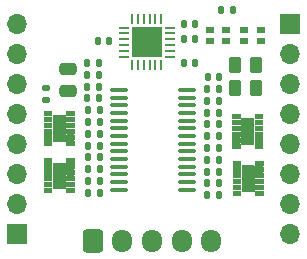
<source format=gbr>
%TF.GenerationSoftware,KiCad,Pcbnew,8.0.5*%
%TF.CreationDate,2024-12-01T15:07:38+09:00*%
%TF.ProjectId,PCA9685_ver4,50434139-3638-4355-9f76-6572342e6b69,rev?*%
%TF.SameCoordinates,Original*%
%TF.FileFunction,Soldermask,Top*%
%TF.FilePolarity,Negative*%
%FSLAX46Y46*%
G04 Gerber Fmt 4.6, Leading zero omitted, Abs format (unit mm)*
G04 Created by KiCad (PCBNEW 8.0.5) date 2024-12-01 15:07:38*
%MOMM*%
%LPD*%
G01*
G04 APERTURE LIST*
G04 Aperture macros list*
%AMRoundRect*
0 Rectangle with rounded corners*
0 $1 Rounding radius*
0 $2 $3 $4 $5 $6 $7 $8 $9 X,Y pos of 4 corners*
0 Add a 4 corners polygon primitive as box body*
4,1,4,$2,$3,$4,$5,$6,$7,$8,$9,$2,$3,0*
0 Add four circle primitives for the rounded corners*
1,1,$1+$1,$2,$3*
1,1,$1+$1,$4,$5*
1,1,$1+$1,$6,$7*
1,1,$1+$1,$8,$9*
0 Add four rect primitives between the rounded corners*
20,1,$1+$1,$2,$3,$4,$5,0*
20,1,$1+$1,$4,$5,$6,$7,0*
20,1,$1+$1,$6,$7,$8,$9,0*
20,1,$1+$1,$8,$9,$2,$3,0*%
G04 Aperture macros list end*
%ADD10C,0.010000*%
%ADD11R,0.800000X0.600000*%
%ADD12RoundRect,0.250000X0.262500X0.450000X-0.262500X0.450000X-0.262500X-0.450000X0.262500X-0.450000X0*%
%ADD13RoundRect,0.135000X-0.135000X-0.185000X0.135000X-0.185000X0.135000X0.185000X-0.135000X0.185000X0*%
%ADD14RoundRect,0.135000X0.135000X0.185000X-0.135000X0.185000X-0.135000X-0.185000X0.135000X-0.185000X0*%
%ADD15R,1.700000X1.700000*%
%ADD16O,1.700000X1.700000*%
%ADD17RoundRect,0.140000X-0.140000X-0.170000X0.140000X-0.170000X0.140000X0.170000X-0.140000X0.170000X0*%
%ADD18RoundRect,0.140000X0.170000X-0.140000X0.170000X0.140000X-0.170000X0.140000X-0.170000X-0.140000X0*%
%ADD19RoundRect,0.100000X-0.637500X-0.100000X0.637500X-0.100000X0.637500X0.100000X-0.637500X0.100000X0*%
%ADD20RoundRect,0.140000X0.140000X0.170000X-0.140000X0.170000X-0.140000X-0.170000X0.140000X-0.170000X0*%
%ADD21RoundRect,0.062500X0.062500X-0.350000X0.062500X0.350000X-0.062500X0.350000X-0.062500X-0.350000X0*%
%ADD22RoundRect,0.062500X0.350000X-0.062500X0.350000X0.062500X-0.350000X0.062500X-0.350000X-0.062500X0*%
%ADD23R,2.600000X2.600000*%
%ADD24RoundRect,0.250000X-0.600000X-0.725000X0.600000X-0.725000X0.600000X0.725000X-0.600000X0.725000X0*%
%ADD25O,1.700000X1.950000*%
%ADD26RoundRect,0.250000X-0.475000X0.250000X-0.475000X-0.250000X0.475000X-0.250000X0.475000X0.250000X0*%
G04 APERTURE END LIST*
D10*
%TO.C,U3*%
X139828000Y-62056000D02*
X139830000Y-62056000D01*
X139833000Y-62057000D01*
X139835000Y-62057000D01*
X139838000Y-62058000D01*
X139840000Y-62059000D01*
X139843000Y-62060000D01*
X139845000Y-62062000D01*
X139847000Y-62063000D01*
X139849000Y-62065000D01*
X139851000Y-62066000D01*
X139853000Y-62068000D01*
X139855000Y-62070000D01*
X139857000Y-62072000D01*
X139859000Y-62074000D01*
X139860000Y-62076000D01*
X139862000Y-62078000D01*
X139863000Y-62080000D01*
X139865000Y-62082000D01*
X139866000Y-62085000D01*
X139867000Y-62087000D01*
X139868000Y-62090000D01*
X139868000Y-62092000D01*
X139869000Y-62095000D01*
X139869000Y-62097000D01*
X139870000Y-62100000D01*
X139870000Y-62102000D01*
X139870000Y-62105000D01*
X139870000Y-62395000D01*
X139870000Y-62398000D01*
X139870000Y-62400000D01*
X139869000Y-62403000D01*
X139869000Y-62405000D01*
X139868000Y-62408000D01*
X139868000Y-62410000D01*
X139867000Y-62413000D01*
X139866000Y-62415000D01*
X139865000Y-62418000D01*
X139863000Y-62420000D01*
X139862000Y-62422000D01*
X139860000Y-62424000D01*
X139859000Y-62426000D01*
X139857000Y-62428000D01*
X139855000Y-62430000D01*
X139853000Y-62432000D01*
X139851000Y-62434000D01*
X139849000Y-62435000D01*
X139847000Y-62437000D01*
X139845000Y-62438000D01*
X139843000Y-62440000D01*
X139840000Y-62441000D01*
X139838000Y-62442000D01*
X139835000Y-62443000D01*
X139833000Y-62443000D01*
X139830000Y-62444000D01*
X139828000Y-62444000D01*
X139825000Y-62445000D01*
X139823000Y-62445000D01*
X139820000Y-62445000D01*
X139280000Y-62445000D01*
X139277000Y-62445000D01*
X139275000Y-62445000D01*
X139272000Y-62444000D01*
X139270000Y-62444000D01*
X139267000Y-62443000D01*
X139265000Y-62443000D01*
X139262000Y-62442000D01*
X139260000Y-62441000D01*
X139257000Y-62440000D01*
X139255000Y-62438000D01*
X139253000Y-62437000D01*
X139251000Y-62435000D01*
X139249000Y-62434000D01*
X139247000Y-62432000D01*
X139245000Y-62430000D01*
X139243000Y-62428000D01*
X139241000Y-62426000D01*
X139240000Y-62424000D01*
X139238000Y-62422000D01*
X139237000Y-62420000D01*
X139235000Y-62418000D01*
X139234000Y-62415000D01*
X139233000Y-62413000D01*
X139232000Y-62410000D01*
X139232000Y-62408000D01*
X139231000Y-62405000D01*
X139231000Y-62403000D01*
X139230000Y-62400000D01*
X139230000Y-62398000D01*
X139230000Y-62395000D01*
X139230000Y-62105000D01*
X139230000Y-62102000D01*
X139230000Y-62100000D01*
X139231000Y-62097000D01*
X139231000Y-62095000D01*
X139232000Y-62092000D01*
X139232000Y-62090000D01*
X139233000Y-62087000D01*
X139234000Y-62085000D01*
X139235000Y-62082000D01*
X139237000Y-62080000D01*
X139238000Y-62078000D01*
X139240000Y-62076000D01*
X139241000Y-62074000D01*
X139243000Y-62072000D01*
X139245000Y-62070000D01*
X139247000Y-62068000D01*
X139249000Y-62066000D01*
X139251000Y-62065000D01*
X139253000Y-62063000D01*
X139255000Y-62062000D01*
X139257000Y-62060000D01*
X139260000Y-62059000D01*
X139262000Y-62058000D01*
X139265000Y-62057000D01*
X139267000Y-62057000D01*
X139270000Y-62056000D01*
X139272000Y-62056000D01*
X139275000Y-62055000D01*
X139277000Y-62055000D01*
X139280000Y-62055000D01*
X139820000Y-62055000D01*
X139823000Y-62055000D01*
X139825000Y-62055000D01*
X139828000Y-62056000D01*
G36*
X139828000Y-62056000D02*
G01*
X139830000Y-62056000D01*
X139833000Y-62057000D01*
X139835000Y-62057000D01*
X139838000Y-62058000D01*
X139840000Y-62059000D01*
X139843000Y-62060000D01*
X139845000Y-62062000D01*
X139847000Y-62063000D01*
X139849000Y-62065000D01*
X139851000Y-62066000D01*
X139853000Y-62068000D01*
X139855000Y-62070000D01*
X139857000Y-62072000D01*
X139859000Y-62074000D01*
X139860000Y-62076000D01*
X139862000Y-62078000D01*
X139863000Y-62080000D01*
X139865000Y-62082000D01*
X139866000Y-62085000D01*
X139867000Y-62087000D01*
X139868000Y-62090000D01*
X139868000Y-62092000D01*
X139869000Y-62095000D01*
X139869000Y-62097000D01*
X139870000Y-62100000D01*
X139870000Y-62102000D01*
X139870000Y-62105000D01*
X139870000Y-62395000D01*
X139870000Y-62398000D01*
X139870000Y-62400000D01*
X139869000Y-62403000D01*
X139869000Y-62405000D01*
X139868000Y-62408000D01*
X139868000Y-62410000D01*
X139867000Y-62413000D01*
X139866000Y-62415000D01*
X139865000Y-62418000D01*
X139863000Y-62420000D01*
X139862000Y-62422000D01*
X139860000Y-62424000D01*
X139859000Y-62426000D01*
X139857000Y-62428000D01*
X139855000Y-62430000D01*
X139853000Y-62432000D01*
X139851000Y-62434000D01*
X139849000Y-62435000D01*
X139847000Y-62437000D01*
X139845000Y-62438000D01*
X139843000Y-62440000D01*
X139840000Y-62441000D01*
X139838000Y-62442000D01*
X139835000Y-62443000D01*
X139833000Y-62443000D01*
X139830000Y-62444000D01*
X139828000Y-62444000D01*
X139825000Y-62445000D01*
X139823000Y-62445000D01*
X139820000Y-62445000D01*
X139280000Y-62445000D01*
X139277000Y-62445000D01*
X139275000Y-62445000D01*
X139272000Y-62444000D01*
X139270000Y-62444000D01*
X139267000Y-62443000D01*
X139265000Y-62443000D01*
X139262000Y-62442000D01*
X139260000Y-62441000D01*
X139257000Y-62440000D01*
X139255000Y-62438000D01*
X139253000Y-62437000D01*
X139251000Y-62435000D01*
X139249000Y-62434000D01*
X139247000Y-62432000D01*
X139245000Y-62430000D01*
X139243000Y-62428000D01*
X139241000Y-62426000D01*
X139240000Y-62424000D01*
X139238000Y-62422000D01*
X139237000Y-62420000D01*
X139235000Y-62418000D01*
X139234000Y-62415000D01*
X139233000Y-62413000D01*
X139232000Y-62410000D01*
X139232000Y-62408000D01*
X139231000Y-62405000D01*
X139231000Y-62403000D01*
X139230000Y-62400000D01*
X139230000Y-62398000D01*
X139230000Y-62395000D01*
X139230000Y-62105000D01*
X139230000Y-62102000D01*
X139230000Y-62100000D01*
X139231000Y-62097000D01*
X139231000Y-62095000D01*
X139232000Y-62092000D01*
X139232000Y-62090000D01*
X139233000Y-62087000D01*
X139234000Y-62085000D01*
X139235000Y-62082000D01*
X139237000Y-62080000D01*
X139238000Y-62078000D01*
X139240000Y-62076000D01*
X139241000Y-62074000D01*
X139243000Y-62072000D01*
X139245000Y-62070000D01*
X139247000Y-62068000D01*
X139249000Y-62066000D01*
X139251000Y-62065000D01*
X139253000Y-62063000D01*
X139255000Y-62062000D01*
X139257000Y-62060000D01*
X139260000Y-62059000D01*
X139262000Y-62058000D01*
X139265000Y-62057000D01*
X139267000Y-62057000D01*
X139270000Y-62056000D01*
X139272000Y-62056000D01*
X139275000Y-62055000D01*
X139277000Y-62055000D01*
X139280000Y-62055000D01*
X139820000Y-62055000D01*
X139823000Y-62055000D01*
X139825000Y-62055000D01*
X139828000Y-62056000D01*
G37*
X139828000Y-62556000D02*
X139830000Y-62556000D01*
X139833000Y-62557000D01*
X139835000Y-62557000D01*
X139838000Y-62558000D01*
X139840000Y-62559000D01*
X139843000Y-62560000D01*
X139845000Y-62562000D01*
X139847000Y-62563000D01*
X139849000Y-62565000D01*
X139851000Y-62566000D01*
X139853000Y-62568000D01*
X139855000Y-62570000D01*
X139857000Y-62572000D01*
X139859000Y-62574000D01*
X139860000Y-62576000D01*
X139862000Y-62578000D01*
X139863000Y-62580000D01*
X139865000Y-62582000D01*
X139866000Y-62585000D01*
X139867000Y-62587000D01*
X139868000Y-62590000D01*
X139868000Y-62592000D01*
X139869000Y-62595000D01*
X139869000Y-62597000D01*
X139870000Y-62600000D01*
X139870000Y-62602000D01*
X139870000Y-62605000D01*
X139870000Y-62895000D01*
X139870000Y-62898000D01*
X139870000Y-62900000D01*
X139869000Y-62903000D01*
X139869000Y-62905000D01*
X139868000Y-62908000D01*
X139868000Y-62910000D01*
X139867000Y-62913000D01*
X139866000Y-62915000D01*
X139865000Y-62918000D01*
X139863000Y-62920000D01*
X139862000Y-62922000D01*
X139860000Y-62924000D01*
X139859000Y-62926000D01*
X139857000Y-62928000D01*
X139855000Y-62930000D01*
X139853000Y-62932000D01*
X139851000Y-62934000D01*
X139849000Y-62935000D01*
X139847000Y-62937000D01*
X139845000Y-62938000D01*
X139843000Y-62940000D01*
X139840000Y-62941000D01*
X139838000Y-62942000D01*
X139835000Y-62943000D01*
X139833000Y-62943000D01*
X139830000Y-62944000D01*
X139828000Y-62944000D01*
X139825000Y-62945000D01*
X139823000Y-62945000D01*
X139820000Y-62945000D01*
X139280000Y-62945000D01*
X139277000Y-62945000D01*
X139275000Y-62945000D01*
X139272000Y-62944000D01*
X139270000Y-62944000D01*
X139267000Y-62943000D01*
X139265000Y-62943000D01*
X139262000Y-62942000D01*
X139260000Y-62941000D01*
X139257000Y-62940000D01*
X139255000Y-62938000D01*
X139253000Y-62937000D01*
X139251000Y-62935000D01*
X139249000Y-62934000D01*
X139247000Y-62932000D01*
X139245000Y-62930000D01*
X139243000Y-62928000D01*
X139241000Y-62926000D01*
X139240000Y-62924000D01*
X139238000Y-62922000D01*
X139237000Y-62920000D01*
X139235000Y-62918000D01*
X139234000Y-62915000D01*
X139233000Y-62913000D01*
X139232000Y-62910000D01*
X139232000Y-62908000D01*
X139231000Y-62905000D01*
X139231000Y-62903000D01*
X139230000Y-62900000D01*
X139230000Y-62898000D01*
X139230000Y-62895000D01*
X139230000Y-62605000D01*
X139230000Y-62602000D01*
X139230000Y-62600000D01*
X139231000Y-62597000D01*
X139231000Y-62595000D01*
X139232000Y-62592000D01*
X139232000Y-62590000D01*
X139233000Y-62587000D01*
X139234000Y-62585000D01*
X139235000Y-62582000D01*
X139237000Y-62580000D01*
X139238000Y-62578000D01*
X139240000Y-62576000D01*
X139241000Y-62574000D01*
X139243000Y-62572000D01*
X139245000Y-62570000D01*
X139247000Y-62568000D01*
X139249000Y-62566000D01*
X139251000Y-62565000D01*
X139253000Y-62563000D01*
X139255000Y-62562000D01*
X139257000Y-62560000D01*
X139260000Y-62559000D01*
X139262000Y-62558000D01*
X139265000Y-62557000D01*
X139267000Y-62557000D01*
X139270000Y-62556000D01*
X139272000Y-62556000D01*
X139275000Y-62555000D01*
X139277000Y-62555000D01*
X139280000Y-62555000D01*
X139820000Y-62555000D01*
X139823000Y-62555000D01*
X139825000Y-62555000D01*
X139828000Y-62556000D01*
G36*
X139828000Y-62556000D02*
G01*
X139830000Y-62556000D01*
X139833000Y-62557000D01*
X139835000Y-62557000D01*
X139838000Y-62558000D01*
X139840000Y-62559000D01*
X139843000Y-62560000D01*
X139845000Y-62562000D01*
X139847000Y-62563000D01*
X139849000Y-62565000D01*
X139851000Y-62566000D01*
X139853000Y-62568000D01*
X139855000Y-62570000D01*
X139857000Y-62572000D01*
X139859000Y-62574000D01*
X139860000Y-62576000D01*
X139862000Y-62578000D01*
X139863000Y-62580000D01*
X139865000Y-62582000D01*
X139866000Y-62585000D01*
X139867000Y-62587000D01*
X139868000Y-62590000D01*
X139868000Y-62592000D01*
X139869000Y-62595000D01*
X139869000Y-62597000D01*
X139870000Y-62600000D01*
X139870000Y-62602000D01*
X139870000Y-62605000D01*
X139870000Y-62895000D01*
X139870000Y-62898000D01*
X139870000Y-62900000D01*
X139869000Y-62903000D01*
X139869000Y-62905000D01*
X139868000Y-62908000D01*
X139868000Y-62910000D01*
X139867000Y-62913000D01*
X139866000Y-62915000D01*
X139865000Y-62918000D01*
X139863000Y-62920000D01*
X139862000Y-62922000D01*
X139860000Y-62924000D01*
X139859000Y-62926000D01*
X139857000Y-62928000D01*
X139855000Y-62930000D01*
X139853000Y-62932000D01*
X139851000Y-62934000D01*
X139849000Y-62935000D01*
X139847000Y-62937000D01*
X139845000Y-62938000D01*
X139843000Y-62940000D01*
X139840000Y-62941000D01*
X139838000Y-62942000D01*
X139835000Y-62943000D01*
X139833000Y-62943000D01*
X139830000Y-62944000D01*
X139828000Y-62944000D01*
X139825000Y-62945000D01*
X139823000Y-62945000D01*
X139820000Y-62945000D01*
X139280000Y-62945000D01*
X139277000Y-62945000D01*
X139275000Y-62945000D01*
X139272000Y-62944000D01*
X139270000Y-62944000D01*
X139267000Y-62943000D01*
X139265000Y-62943000D01*
X139262000Y-62942000D01*
X139260000Y-62941000D01*
X139257000Y-62940000D01*
X139255000Y-62938000D01*
X139253000Y-62937000D01*
X139251000Y-62935000D01*
X139249000Y-62934000D01*
X139247000Y-62932000D01*
X139245000Y-62930000D01*
X139243000Y-62928000D01*
X139241000Y-62926000D01*
X139240000Y-62924000D01*
X139238000Y-62922000D01*
X139237000Y-62920000D01*
X139235000Y-62918000D01*
X139234000Y-62915000D01*
X139233000Y-62913000D01*
X139232000Y-62910000D01*
X139232000Y-62908000D01*
X139231000Y-62905000D01*
X139231000Y-62903000D01*
X139230000Y-62900000D01*
X139230000Y-62898000D01*
X139230000Y-62895000D01*
X139230000Y-62605000D01*
X139230000Y-62602000D01*
X139230000Y-62600000D01*
X139231000Y-62597000D01*
X139231000Y-62595000D01*
X139232000Y-62592000D01*
X139232000Y-62590000D01*
X139233000Y-62587000D01*
X139234000Y-62585000D01*
X139235000Y-62582000D01*
X139237000Y-62580000D01*
X139238000Y-62578000D01*
X139240000Y-62576000D01*
X139241000Y-62574000D01*
X139243000Y-62572000D01*
X139245000Y-62570000D01*
X139247000Y-62568000D01*
X139249000Y-62566000D01*
X139251000Y-62565000D01*
X139253000Y-62563000D01*
X139255000Y-62562000D01*
X139257000Y-62560000D01*
X139260000Y-62559000D01*
X139262000Y-62558000D01*
X139265000Y-62557000D01*
X139267000Y-62557000D01*
X139270000Y-62556000D01*
X139272000Y-62556000D01*
X139275000Y-62555000D01*
X139277000Y-62555000D01*
X139280000Y-62555000D01*
X139820000Y-62555000D01*
X139823000Y-62555000D01*
X139825000Y-62555000D01*
X139828000Y-62556000D01*
G37*
X139828000Y-63056000D02*
X139830000Y-63056000D01*
X139833000Y-63057000D01*
X139835000Y-63057000D01*
X139838000Y-63058000D01*
X139840000Y-63059000D01*
X139843000Y-63060000D01*
X139845000Y-63062000D01*
X139847000Y-63063000D01*
X139849000Y-63065000D01*
X139851000Y-63066000D01*
X139853000Y-63068000D01*
X139855000Y-63070000D01*
X139857000Y-63072000D01*
X139859000Y-63074000D01*
X139860000Y-63076000D01*
X139862000Y-63078000D01*
X139863000Y-63080000D01*
X139865000Y-63082000D01*
X139866000Y-63085000D01*
X139867000Y-63087000D01*
X139868000Y-63090000D01*
X139868000Y-63092000D01*
X139869000Y-63095000D01*
X139869000Y-63097000D01*
X139870000Y-63100000D01*
X139870000Y-63102000D01*
X139870000Y-63105000D01*
X139870000Y-63395000D01*
X139870000Y-63398000D01*
X139870000Y-63400000D01*
X139869000Y-63403000D01*
X139869000Y-63405000D01*
X139868000Y-63408000D01*
X139868000Y-63410000D01*
X139867000Y-63413000D01*
X139866000Y-63415000D01*
X139865000Y-63418000D01*
X139863000Y-63420000D01*
X139862000Y-63422000D01*
X139860000Y-63424000D01*
X139859000Y-63426000D01*
X139857000Y-63428000D01*
X139855000Y-63430000D01*
X139853000Y-63432000D01*
X139851000Y-63434000D01*
X139849000Y-63435000D01*
X139847000Y-63437000D01*
X139845000Y-63438000D01*
X139843000Y-63440000D01*
X139840000Y-63441000D01*
X139838000Y-63442000D01*
X139835000Y-63443000D01*
X139833000Y-63443000D01*
X139830000Y-63444000D01*
X139828000Y-63444000D01*
X139825000Y-63445000D01*
X139823000Y-63445000D01*
X139820000Y-63445000D01*
X139280000Y-63445000D01*
X139277000Y-63445000D01*
X139275000Y-63445000D01*
X139272000Y-63444000D01*
X139270000Y-63444000D01*
X139267000Y-63443000D01*
X139265000Y-63443000D01*
X139262000Y-63442000D01*
X139260000Y-63441000D01*
X139257000Y-63440000D01*
X139255000Y-63438000D01*
X139253000Y-63437000D01*
X139251000Y-63435000D01*
X139249000Y-63434000D01*
X139247000Y-63432000D01*
X139245000Y-63430000D01*
X139243000Y-63428000D01*
X139241000Y-63426000D01*
X139240000Y-63424000D01*
X139238000Y-63422000D01*
X139237000Y-63420000D01*
X139235000Y-63418000D01*
X139234000Y-63415000D01*
X139233000Y-63413000D01*
X139232000Y-63410000D01*
X139232000Y-63408000D01*
X139231000Y-63405000D01*
X139231000Y-63403000D01*
X139230000Y-63400000D01*
X139230000Y-63398000D01*
X139230000Y-63395000D01*
X139230000Y-63105000D01*
X139230000Y-63102000D01*
X139230000Y-63100000D01*
X139231000Y-63097000D01*
X139231000Y-63095000D01*
X139232000Y-63092000D01*
X139232000Y-63090000D01*
X139233000Y-63087000D01*
X139234000Y-63085000D01*
X139235000Y-63082000D01*
X139237000Y-63080000D01*
X139238000Y-63078000D01*
X139240000Y-63076000D01*
X139241000Y-63074000D01*
X139243000Y-63072000D01*
X139245000Y-63070000D01*
X139247000Y-63068000D01*
X139249000Y-63066000D01*
X139251000Y-63065000D01*
X139253000Y-63063000D01*
X139255000Y-63062000D01*
X139257000Y-63060000D01*
X139260000Y-63059000D01*
X139262000Y-63058000D01*
X139265000Y-63057000D01*
X139267000Y-63057000D01*
X139270000Y-63056000D01*
X139272000Y-63056000D01*
X139275000Y-63055000D01*
X139277000Y-63055000D01*
X139280000Y-63055000D01*
X139820000Y-63055000D01*
X139823000Y-63055000D01*
X139825000Y-63055000D01*
X139828000Y-63056000D01*
G36*
X139828000Y-63056000D02*
G01*
X139830000Y-63056000D01*
X139833000Y-63057000D01*
X139835000Y-63057000D01*
X139838000Y-63058000D01*
X139840000Y-63059000D01*
X139843000Y-63060000D01*
X139845000Y-63062000D01*
X139847000Y-63063000D01*
X139849000Y-63065000D01*
X139851000Y-63066000D01*
X139853000Y-63068000D01*
X139855000Y-63070000D01*
X139857000Y-63072000D01*
X139859000Y-63074000D01*
X139860000Y-63076000D01*
X139862000Y-63078000D01*
X139863000Y-63080000D01*
X139865000Y-63082000D01*
X139866000Y-63085000D01*
X139867000Y-63087000D01*
X139868000Y-63090000D01*
X139868000Y-63092000D01*
X139869000Y-63095000D01*
X139869000Y-63097000D01*
X139870000Y-63100000D01*
X139870000Y-63102000D01*
X139870000Y-63105000D01*
X139870000Y-63395000D01*
X139870000Y-63398000D01*
X139870000Y-63400000D01*
X139869000Y-63403000D01*
X139869000Y-63405000D01*
X139868000Y-63408000D01*
X139868000Y-63410000D01*
X139867000Y-63413000D01*
X139866000Y-63415000D01*
X139865000Y-63418000D01*
X139863000Y-63420000D01*
X139862000Y-63422000D01*
X139860000Y-63424000D01*
X139859000Y-63426000D01*
X139857000Y-63428000D01*
X139855000Y-63430000D01*
X139853000Y-63432000D01*
X139851000Y-63434000D01*
X139849000Y-63435000D01*
X139847000Y-63437000D01*
X139845000Y-63438000D01*
X139843000Y-63440000D01*
X139840000Y-63441000D01*
X139838000Y-63442000D01*
X139835000Y-63443000D01*
X139833000Y-63443000D01*
X139830000Y-63444000D01*
X139828000Y-63444000D01*
X139825000Y-63445000D01*
X139823000Y-63445000D01*
X139820000Y-63445000D01*
X139280000Y-63445000D01*
X139277000Y-63445000D01*
X139275000Y-63445000D01*
X139272000Y-63444000D01*
X139270000Y-63444000D01*
X139267000Y-63443000D01*
X139265000Y-63443000D01*
X139262000Y-63442000D01*
X139260000Y-63441000D01*
X139257000Y-63440000D01*
X139255000Y-63438000D01*
X139253000Y-63437000D01*
X139251000Y-63435000D01*
X139249000Y-63434000D01*
X139247000Y-63432000D01*
X139245000Y-63430000D01*
X139243000Y-63428000D01*
X139241000Y-63426000D01*
X139240000Y-63424000D01*
X139238000Y-63422000D01*
X139237000Y-63420000D01*
X139235000Y-63418000D01*
X139234000Y-63415000D01*
X139233000Y-63413000D01*
X139232000Y-63410000D01*
X139232000Y-63408000D01*
X139231000Y-63405000D01*
X139231000Y-63403000D01*
X139230000Y-63400000D01*
X139230000Y-63398000D01*
X139230000Y-63395000D01*
X139230000Y-63105000D01*
X139230000Y-63102000D01*
X139230000Y-63100000D01*
X139231000Y-63097000D01*
X139231000Y-63095000D01*
X139232000Y-63092000D01*
X139232000Y-63090000D01*
X139233000Y-63087000D01*
X139234000Y-63085000D01*
X139235000Y-63082000D01*
X139237000Y-63080000D01*
X139238000Y-63078000D01*
X139240000Y-63076000D01*
X139241000Y-63074000D01*
X139243000Y-63072000D01*
X139245000Y-63070000D01*
X139247000Y-63068000D01*
X139249000Y-63066000D01*
X139251000Y-63065000D01*
X139253000Y-63063000D01*
X139255000Y-63062000D01*
X139257000Y-63060000D01*
X139260000Y-63059000D01*
X139262000Y-63058000D01*
X139265000Y-63057000D01*
X139267000Y-63057000D01*
X139270000Y-63056000D01*
X139272000Y-63056000D01*
X139275000Y-63055000D01*
X139277000Y-63055000D01*
X139280000Y-63055000D01*
X139820000Y-63055000D01*
X139823000Y-63055000D01*
X139825000Y-63055000D01*
X139828000Y-63056000D01*
G37*
X139828000Y-63556000D02*
X139830000Y-63556000D01*
X139833000Y-63557000D01*
X139835000Y-63557000D01*
X139838000Y-63558000D01*
X139840000Y-63559000D01*
X139843000Y-63560000D01*
X139845000Y-63562000D01*
X139847000Y-63563000D01*
X139849000Y-63565000D01*
X139851000Y-63566000D01*
X139853000Y-63568000D01*
X139855000Y-63570000D01*
X139857000Y-63572000D01*
X139859000Y-63574000D01*
X139860000Y-63576000D01*
X139862000Y-63578000D01*
X139863000Y-63580000D01*
X139865000Y-63582000D01*
X139866000Y-63585000D01*
X139867000Y-63587000D01*
X139868000Y-63590000D01*
X139868000Y-63592000D01*
X139869000Y-63595000D01*
X139869000Y-63597000D01*
X139870000Y-63600000D01*
X139870000Y-63602000D01*
X139870000Y-63605000D01*
X139870000Y-63895000D01*
X139870000Y-63898000D01*
X139870000Y-63900000D01*
X139869000Y-63903000D01*
X139869000Y-63905000D01*
X139868000Y-63908000D01*
X139868000Y-63910000D01*
X139867000Y-63913000D01*
X139866000Y-63915000D01*
X139865000Y-63918000D01*
X139863000Y-63920000D01*
X139862000Y-63922000D01*
X139860000Y-63924000D01*
X139859000Y-63926000D01*
X139857000Y-63928000D01*
X139855000Y-63930000D01*
X139853000Y-63932000D01*
X139851000Y-63934000D01*
X139849000Y-63935000D01*
X139847000Y-63937000D01*
X139845000Y-63938000D01*
X139843000Y-63940000D01*
X139840000Y-63941000D01*
X139838000Y-63942000D01*
X139835000Y-63943000D01*
X139833000Y-63943000D01*
X139830000Y-63944000D01*
X139828000Y-63944000D01*
X139825000Y-63945000D01*
X139823000Y-63945000D01*
X139820000Y-63945000D01*
X139280000Y-63945000D01*
X139277000Y-63945000D01*
X139275000Y-63945000D01*
X139272000Y-63944000D01*
X139270000Y-63944000D01*
X139267000Y-63943000D01*
X139265000Y-63943000D01*
X139262000Y-63942000D01*
X139260000Y-63941000D01*
X139257000Y-63940000D01*
X139255000Y-63938000D01*
X139253000Y-63937000D01*
X139251000Y-63935000D01*
X139249000Y-63934000D01*
X139247000Y-63932000D01*
X139245000Y-63930000D01*
X139243000Y-63928000D01*
X139241000Y-63926000D01*
X139240000Y-63924000D01*
X139238000Y-63922000D01*
X139237000Y-63920000D01*
X139235000Y-63918000D01*
X139234000Y-63915000D01*
X139233000Y-63913000D01*
X139232000Y-63910000D01*
X139232000Y-63908000D01*
X139231000Y-63905000D01*
X139231000Y-63903000D01*
X139230000Y-63900000D01*
X139230000Y-63898000D01*
X139230000Y-63895000D01*
X139230000Y-63605000D01*
X139230000Y-63602000D01*
X139230000Y-63600000D01*
X139231000Y-63597000D01*
X139231000Y-63595000D01*
X139232000Y-63592000D01*
X139232000Y-63590000D01*
X139233000Y-63587000D01*
X139234000Y-63585000D01*
X139235000Y-63582000D01*
X139237000Y-63580000D01*
X139238000Y-63578000D01*
X139240000Y-63576000D01*
X139241000Y-63574000D01*
X139243000Y-63572000D01*
X139245000Y-63570000D01*
X139247000Y-63568000D01*
X139249000Y-63566000D01*
X139251000Y-63565000D01*
X139253000Y-63563000D01*
X139255000Y-63562000D01*
X139257000Y-63560000D01*
X139260000Y-63559000D01*
X139262000Y-63558000D01*
X139265000Y-63557000D01*
X139267000Y-63557000D01*
X139270000Y-63556000D01*
X139272000Y-63556000D01*
X139275000Y-63555000D01*
X139277000Y-63555000D01*
X139280000Y-63555000D01*
X139820000Y-63555000D01*
X139823000Y-63555000D01*
X139825000Y-63555000D01*
X139828000Y-63556000D01*
G36*
X139828000Y-63556000D02*
G01*
X139830000Y-63556000D01*
X139833000Y-63557000D01*
X139835000Y-63557000D01*
X139838000Y-63558000D01*
X139840000Y-63559000D01*
X139843000Y-63560000D01*
X139845000Y-63562000D01*
X139847000Y-63563000D01*
X139849000Y-63565000D01*
X139851000Y-63566000D01*
X139853000Y-63568000D01*
X139855000Y-63570000D01*
X139857000Y-63572000D01*
X139859000Y-63574000D01*
X139860000Y-63576000D01*
X139862000Y-63578000D01*
X139863000Y-63580000D01*
X139865000Y-63582000D01*
X139866000Y-63585000D01*
X139867000Y-63587000D01*
X139868000Y-63590000D01*
X139868000Y-63592000D01*
X139869000Y-63595000D01*
X139869000Y-63597000D01*
X139870000Y-63600000D01*
X139870000Y-63602000D01*
X139870000Y-63605000D01*
X139870000Y-63895000D01*
X139870000Y-63898000D01*
X139870000Y-63900000D01*
X139869000Y-63903000D01*
X139869000Y-63905000D01*
X139868000Y-63908000D01*
X139868000Y-63910000D01*
X139867000Y-63913000D01*
X139866000Y-63915000D01*
X139865000Y-63918000D01*
X139863000Y-63920000D01*
X139862000Y-63922000D01*
X139860000Y-63924000D01*
X139859000Y-63926000D01*
X139857000Y-63928000D01*
X139855000Y-63930000D01*
X139853000Y-63932000D01*
X139851000Y-63934000D01*
X139849000Y-63935000D01*
X139847000Y-63937000D01*
X139845000Y-63938000D01*
X139843000Y-63940000D01*
X139840000Y-63941000D01*
X139838000Y-63942000D01*
X139835000Y-63943000D01*
X139833000Y-63943000D01*
X139830000Y-63944000D01*
X139828000Y-63944000D01*
X139825000Y-63945000D01*
X139823000Y-63945000D01*
X139820000Y-63945000D01*
X139280000Y-63945000D01*
X139277000Y-63945000D01*
X139275000Y-63945000D01*
X139272000Y-63944000D01*
X139270000Y-63944000D01*
X139267000Y-63943000D01*
X139265000Y-63943000D01*
X139262000Y-63942000D01*
X139260000Y-63941000D01*
X139257000Y-63940000D01*
X139255000Y-63938000D01*
X139253000Y-63937000D01*
X139251000Y-63935000D01*
X139249000Y-63934000D01*
X139247000Y-63932000D01*
X139245000Y-63930000D01*
X139243000Y-63928000D01*
X139241000Y-63926000D01*
X139240000Y-63924000D01*
X139238000Y-63922000D01*
X139237000Y-63920000D01*
X139235000Y-63918000D01*
X139234000Y-63915000D01*
X139233000Y-63913000D01*
X139232000Y-63910000D01*
X139232000Y-63908000D01*
X139231000Y-63905000D01*
X139231000Y-63903000D01*
X139230000Y-63900000D01*
X139230000Y-63898000D01*
X139230000Y-63895000D01*
X139230000Y-63605000D01*
X139230000Y-63602000D01*
X139230000Y-63600000D01*
X139231000Y-63597000D01*
X139231000Y-63595000D01*
X139232000Y-63592000D01*
X139232000Y-63590000D01*
X139233000Y-63587000D01*
X139234000Y-63585000D01*
X139235000Y-63582000D01*
X139237000Y-63580000D01*
X139238000Y-63578000D01*
X139240000Y-63576000D01*
X139241000Y-63574000D01*
X139243000Y-63572000D01*
X139245000Y-63570000D01*
X139247000Y-63568000D01*
X139249000Y-63566000D01*
X139251000Y-63565000D01*
X139253000Y-63563000D01*
X139255000Y-63562000D01*
X139257000Y-63560000D01*
X139260000Y-63559000D01*
X139262000Y-63558000D01*
X139265000Y-63557000D01*
X139267000Y-63557000D01*
X139270000Y-63556000D01*
X139272000Y-63556000D01*
X139275000Y-63555000D01*
X139277000Y-63555000D01*
X139280000Y-63555000D01*
X139820000Y-63555000D01*
X139823000Y-63555000D01*
X139825000Y-63555000D01*
X139828000Y-63556000D01*
G37*
X139828000Y-64056000D02*
X139830000Y-64056000D01*
X139833000Y-64057000D01*
X139835000Y-64057000D01*
X139838000Y-64058000D01*
X139840000Y-64059000D01*
X139843000Y-64060000D01*
X139845000Y-64062000D01*
X139847000Y-64063000D01*
X139849000Y-64065000D01*
X139851000Y-64066000D01*
X139853000Y-64068000D01*
X139855000Y-64070000D01*
X139857000Y-64072000D01*
X139859000Y-64074000D01*
X139860000Y-64076000D01*
X139862000Y-64078000D01*
X139863000Y-64080000D01*
X139865000Y-64082000D01*
X139866000Y-64085000D01*
X139867000Y-64087000D01*
X139868000Y-64090000D01*
X139868000Y-64092000D01*
X139869000Y-64095000D01*
X139869000Y-64097000D01*
X139870000Y-64100000D01*
X139870000Y-64102000D01*
X139870000Y-64105000D01*
X139870000Y-64395000D01*
X139870000Y-64398000D01*
X139870000Y-64400000D01*
X139869000Y-64403000D01*
X139869000Y-64405000D01*
X139868000Y-64408000D01*
X139868000Y-64410000D01*
X139867000Y-64413000D01*
X139866000Y-64415000D01*
X139865000Y-64418000D01*
X139863000Y-64420000D01*
X139862000Y-64422000D01*
X139860000Y-64424000D01*
X139859000Y-64426000D01*
X139857000Y-64428000D01*
X139855000Y-64430000D01*
X139853000Y-64432000D01*
X139851000Y-64434000D01*
X139849000Y-64435000D01*
X139847000Y-64437000D01*
X139845000Y-64438000D01*
X139843000Y-64440000D01*
X139840000Y-64441000D01*
X139838000Y-64442000D01*
X139835000Y-64443000D01*
X139833000Y-64443000D01*
X139830000Y-64444000D01*
X139828000Y-64444000D01*
X139825000Y-64445000D01*
X139823000Y-64445000D01*
X139820000Y-64445000D01*
X139280000Y-64445000D01*
X139277000Y-64445000D01*
X139275000Y-64445000D01*
X139272000Y-64444000D01*
X139270000Y-64444000D01*
X139267000Y-64443000D01*
X139265000Y-64443000D01*
X139262000Y-64442000D01*
X139260000Y-64441000D01*
X139257000Y-64440000D01*
X139255000Y-64438000D01*
X139253000Y-64437000D01*
X139251000Y-64435000D01*
X139249000Y-64434000D01*
X139247000Y-64432000D01*
X139245000Y-64430000D01*
X139243000Y-64428000D01*
X139241000Y-64426000D01*
X139240000Y-64424000D01*
X139238000Y-64422000D01*
X139237000Y-64420000D01*
X139235000Y-64418000D01*
X139234000Y-64415000D01*
X139233000Y-64413000D01*
X139232000Y-64410000D01*
X139232000Y-64408000D01*
X139231000Y-64405000D01*
X139231000Y-64403000D01*
X139230000Y-64400000D01*
X139230000Y-64398000D01*
X139230000Y-64395000D01*
X139230000Y-64105000D01*
X139230000Y-64102000D01*
X139230000Y-64100000D01*
X139231000Y-64097000D01*
X139231000Y-64095000D01*
X139232000Y-64092000D01*
X139232000Y-64090000D01*
X139233000Y-64087000D01*
X139234000Y-64085000D01*
X139235000Y-64082000D01*
X139237000Y-64080000D01*
X139238000Y-64078000D01*
X139240000Y-64076000D01*
X139241000Y-64074000D01*
X139243000Y-64072000D01*
X139245000Y-64070000D01*
X139247000Y-64068000D01*
X139249000Y-64066000D01*
X139251000Y-64065000D01*
X139253000Y-64063000D01*
X139255000Y-64062000D01*
X139257000Y-64060000D01*
X139260000Y-64059000D01*
X139262000Y-64058000D01*
X139265000Y-64057000D01*
X139267000Y-64057000D01*
X139270000Y-64056000D01*
X139272000Y-64056000D01*
X139275000Y-64055000D01*
X139277000Y-64055000D01*
X139280000Y-64055000D01*
X139820000Y-64055000D01*
X139823000Y-64055000D01*
X139825000Y-64055000D01*
X139828000Y-64056000D01*
G36*
X139828000Y-64056000D02*
G01*
X139830000Y-64056000D01*
X139833000Y-64057000D01*
X139835000Y-64057000D01*
X139838000Y-64058000D01*
X139840000Y-64059000D01*
X139843000Y-64060000D01*
X139845000Y-64062000D01*
X139847000Y-64063000D01*
X139849000Y-64065000D01*
X139851000Y-64066000D01*
X139853000Y-64068000D01*
X139855000Y-64070000D01*
X139857000Y-64072000D01*
X139859000Y-64074000D01*
X139860000Y-64076000D01*
X139862000Y-64078000D01*
X139863000Y-64080000D01*
X139865000Y-64082000D01*
X139866000Y-64085000D01*
X139867000Y-64087000D01*
X139868000Y-64090000D01*
X139868000Y-64092000D01*
X139869000Y-64095000D01*
X139869000Y-64097000D01*
X139870000Y-64100000D01*
X139870000Y-64102000D01*
X139870000Y-64105000D01*
X139870000Y-64395000D01*
X139870000Y-64398000D01*
X139870000Y-64400000D01*
X139869000Y-64403000D01*
X139869000Y-64405000D01*
X139868000Y-64408000D01*
X139868000Y-64410000D01*
X139867000Y-64413000D01*
X139866000Y-64415000D01*
X139865000Y-64418000D01*
X139863000Y-64420000D01*
X139862000Y-64422000D01*
X139860000Y-64424000D01*
X139859000Y-64426000D01*
X139857000Y-64428000D01*
X139855000Y-64430000D01*
X139853000Y-64432000D01*
X139851000Y-64434000D01*
X139849000Y-64435000D01*
X139847000Y-64437000D01*
X139845000Y-64438000D01*
X139843000Y-64440000D01*
X139840000Y-64441000D01*
X139838000Y-64442000D01*
X139835000Y-64443000D01*
X139833000Y-64443000D01*
X139830000Y-64444000D01*
X139828000Y-64444000D01*
X139825000Y-64445000D01*
X139823000Y-64445000D01*
X139820000Y-64445000D01*
X139280000Y-64445000D01*
X139277000Y-64445000D01*
X139275000Y-64445000D01*
X139272000Y-64444000D01*
X139270000Y-64444000D01*
X139267000Y-64443000D01*
X139265000Y-64443000D01*
X139262000Y-64442000D01*
X139260000Y-64441000D01*
X139257000Y-64440000D01*
X139255000Y-64438000D01*
X139253000Y-64437000D01*
X139251000Y-64435000D01*
X139249000Y-64434000D01*
X139247000Y-64432000D01*
X139245000Y-64430000D01*
X139243000Y-64428000D01*
X139241000Y-64426000D01*
X139240000Y-64424000D01*
X139238000Y-64422000D01*
X139237000Y-64420000D01*
X139235000Y-64418000D01*
X139234000Y-64415000D01*
X139233000Y-64413000D01*
X139232000Y-64410000D01*
X139232000Y-64408000D01*
X139231000Y-64405000D01*
X139231000Y-64403000D01*
X139230000Y-64400000D01*
X139230000Y-64398000D01*
X139230000Y-64395000D01*
X139230000Y-64105000D01*
X139230000Y-64102000D01*
X139230000Y-64100000D01*
X139231000Y-64097000D01*
X139231000Y-64095000D01*
X139232000Y-64092000D01*
X139232000Y-64090000D01*
X139233000Y-64087000D01*
X139234000Y-64085000D01*
X139235000Y-64082000D01*
X139237000Y-64080000D01*
X139238000Y-64078000D01*
X139240000Y-64076000D01*
X139241000Y-64074000D01*
X139243000Y-64072000D01*
X139245000Y-64070000D01*
X139247000Y-64068000D01*
X139249000Y-64066000D01*
X139251000Y-64065000D01*
X139253000Y-64063000D01*
X139255000Y-64062000D01*
X139257000Y-64060000D01*
X139260000Y-64059000D01*
X139262000Y-64058000D01*
X139265000Y-64057000D01*
X139267000Y-64057000D01*
X139270000Y-64056000D01*
X139272000Y-64056000D01*
X139275000Y-64055000D01*
X139277000Y-64055000D01*
X139280000Y-64055000D01*
X139820000Y-64055000D01*
X139823000Y-64055000D01*
X139825000Y-64055000D01*
X139828000Y-64056000D01*
G37*
X139828000Y-64556000D02*
X139830000Y-64556000D01*
X139833000Y-64557000D01*
X139835000Y-64557000D01*
X139838000Y-64558000D01*
X139840000Y-64559000D01*
X139843000Y-64560000D01*
X139845000Y-64562000D01*
X139847000Y-64563000D01*
X139849000Y-64565000D01*
X139851000Y-64566000D01*
X139853000Y-64568000D01*
X139855000Y-64570000D01*
X139857000Y-64572000D01*
X139859000Y-64574000D01*
X139860000Y-64576000D01*
X139862000Y-64578000D01*
X139863000Y-64580000D01*
X139865000Y-64582000D01*
X139866000Y-64585000D01*
X139867000Y-64587000D01*
X139868000Y-64590000D01*
X139868000Y-64592000D01*
X139869000Y-64595000D01*
X139869000Y-64597000D01*
X139870000Y-64600000D01*
X139870000Y-64602000D01*
X139870000Y-64605000D01*
X139870000Y-64895000D01*
X139870000Y-64898000D01*
X139870000Y-64900000D01*
X139869000Y-64903000D01*
X139869000Y-64905000D01*
X139868000Y-64908000D01*
X139868000Y-64910000D01*
X139867000Y-64913000D01*
X139866000Y-64915000D01*
X139865000Y-64918000D01*
X139863000Y-64920000D01*
X139862000Y-64922000D01*
X139860000Y-64924000D01*
X139859000Y-64926000D01*
X139857000Y-64928000D01*
X139855000Y-64930000D01*
X139853000Y-64932000D01*
X139851000Y-64934000D01*
X139849000Y-64935000D01*
X139847000Y-64937000D01*
X139845000Y-64938000D01*
X139843000Y-64940000D01*
X139840000Y-64941000D01*
X139838000Y-64942000D01*
X139835000Y-64943000D01*
X139833000Y-64943000D01*
X139830000Y-64944000D01*
X139828000Y-64944000D01*
X139825000Y-64945000D01*
X139823000Y-64945000D01*
X139820000Y-64945000D01*
X139280000Y-64945000D01*
X139277000Y-64945000D01*
X139275000Y-64945000D01*
X139272000Y-64944000D01*
X139270000Y-64944000D01*
X139267000Y-64943000D01*
X139265000Y-64943000D01*
X139262000Y-64942000D01*
X139260000Y-64941000D01*
X139257000Y-64940000D01*
X139255000Y-64938000D01*
X139253000Y-64937000D01*
X139251000Y-64935000D01*
X139249000Y-64934000D01*
X139247000Y-64932000D01*
X139245000Y-64930000D01*
X139243000Y-64928000D01*
X139241000Y-64926000D01*
X139240000Y-64924000D01*
X139238000Y-64922000D01*
X139237000Y-64920000D01*
X139235000Y-64918000D01*
X139234000Y-64915000D01*
X139233000Y-64913000D01*
X139232000Y-64910000D01*
X139232000Y-64908000D01*
X139231000Y-64905000D01*
X139231000Y-64903000D01*
X139230000Y-64900000D01*
X139230000Y-64898000D01*
X139230000Y-64895000D01*
X139230000Y-64605000D01*
X139230000Y-64602000D01*
X139230000Y-64600000D01*
X139231000Y-64597000D01*
X139231000Y-64595000D01*
X139232000Y-64592000D01*
X139232000Y-64590000D01*
X139233000Y-64587000D01*
X139234000Y-64585000D01*
X139235000Y-64582000D01*
X139237000Y-64580000D01*
X139238000Y-64578000D01*
X139240000Y-64576000D01*
X139241000Y-64574000D01*
X139243000Y-64572000D01*
X139245000Y-64570000D01*
X139247000Y-64568000D01*
X139249000Y-64566000D01*
X139251000Y-64565000D01*
X139253000Y-64563000D01*
X139255000Y-64562000D01*
X139257000Y-64560000D01*
X139260000Y-64559000D01*
X139262000Y-64558000D01*
X139265000Y-64557000D01*
X139267000Y-64557000D01*
X139270000Y-64556000D01*
X139272000Y-64556000D01*
X139275000Y-64555000D01*
X139277000Y-64555000D01*
X139280000Y-64555000D01*
X139820000Y-64555000D01*
X139823000Y-64555000D01*
X139825000Y-64555000D01*
X139828000Y-64556000D01*
G36*
X139828000Y-64556000D02*
G01*
X139830000Y-64556000D01*
X139833000Y-64557000D01*
X139835000Y-64557000D01*
X139838000Y-64558000D01*
X139840000Y-64559000D01*
X139843000Y-64560000D01*
X139845000Y-64562000D01*
X139847000Y-64563000D01*
X139849000Y-64565000D01*
X139851000Y-64566000D01*
X139853000Y-64568000D01*
X139855000Y-64570000D01*
X139857000Y-64572000D01*
X139859000Y-64574000D01*
X139860000Y-64576000D01*
X139862000Y-64578000D01*
X139863000Y-64580000D01*
X139865000Y-64582000D01*
X139866000Y-64585000D01*
X139867000Y-64587000D01*
X139868000Y-64590000D01*
X139868000Y-64592000D01*
X139869000Y-64595000D01*
X139869000Y-64597000D01*
X139870000Y-64600000D01*
X139870000Y-64602000D01*
X139870000Y-64605000D01*
X139870000Y-64895000D01*
X139870000Y-64898000D01*
X139870000Y-64900000D01*
X139869000Y-64903000D01*
X139869000Y-64905000D01*
X139868000Y-64908000D01*
X139868000Y-64910000D01*
X139867000Y-64913000D01*
X139866000Y-64915000D01*
X139865000Y-64918000D01*
X139863000Y-64920000D01*
X139862000Y-64922000D01*
X139860000Y-64924000D01*
X139859000Y-64926000D01*
X139857000Y-64928000D01*
X139855000Y-64930000D01*
X139853000Y-64932000D01*
X139851000Y-64934000D01*
X139849000Y-64935000D01*
X139847000Y-64937000D01*
X139845000Y-64938000D01*
X139843000Y-64940000D01*
X139840000Y-64941000D01*
X139838000Y-64942000D01*
X139835000Y-64943000D01*
X139833000Y-64943000D01*
X139830000Y-64944000D01*
X139828000Y-64944000D01*
X139825000Y-64945000D01*
X139823000Y-64945000D01*
X139820000Y-64945000D01*
X139280000Y-64945000D01*
X139277000Y-64945000D01*
X139275000Y-64945000D01*
X139272000Y-64944000D01*
X139270000Y-64944000D01*
X139267000Y-64943000D01*
X139265000Y-64943000D01*
X139262000Y-64942000D01*
X139260000Y-64941000D01*
X139257000Y-64940000D01*
X139255000Y-64938000D01*
X139253000Y-64937000D01*
X139251000Y-64935000D01*
X139249000Y-64934000D01*
X139247000Y-64932000D01*
X139245000Y-64930000D01*
X139243000Y-64928000D01*
X139241000Y-64926000D01*
X139240000Y-64924000D01*
X139238000Y-64922000D01*
X139237000Y-64920000D01*
X139235000Y-64918000D01*
X139234000Y-64915000D01*
X139233000Y-64913000D01*
X139232000Y-64910000D01*
X139232000Y-64908000D01*
X139231000Y-64905000D01*
X139231000Y-64903000D01*
X139230000Y-64900000D01*
X139230000Y-64898000D01*
X139230000Y-64895000D01*
X139230000Y-64605000D01*
X139230000Y-64602000D01*
X139230000Y-64600000D01*
X139231000Y-64597000D01*
X139231000Y-64595000D01*
X139232000Y-64592000D01*
X139232000Y-64590000D01*
X139233000Y-64587000D01*
X139234000Y-64585000D01*
X139235000Y-64582000D01*
X139237000Y-64580000D01*
X139238000Y-64578000D01*
X139240000Y-64576000D01*
X139241000Y-64574000D01*
X139243000Y-64572000D01*
X139245000Y-64570000D01*
X139247000Y-64568000D01*
X139249000Y-64566000D01*
X139251000Y-64565000D01*
X139253000Y-64563000D01*
X139255000Y-64562000D01*
X139257000Y-64560000D01*
X139260000Y-64559000D01*
X139262000Y-64558000D01*
X139265000Y-64557000D01*
X139267000Y-64557000D01*
X139270000Y-64556000D01*
X139272000Y-64556000D01*
X139275000Y-64555000D01*
X139277000Y-64555000D01*
X139280000Y-64555000D01*
X139820000Y-64555000D01*
X139823000Y-64555000D01*
X139825000Y-64555000D01*
X139828000Y-64556000D01*
G37*
X140978000Y-62431000D02*
X140980000Y-62431000D01*
X140983000Y-62432000D01*
X140985000Y-62432000D01*
X140988000Y-62433000D01*
X140990000Y-62434000D01*
X140993000Y-62435000D01*
X140995000Y-62437000D01*
X140997000Y-62438000D01*
X140999000Y-62440000D01*
X141001000Y-62441000D01*
X141003000Y-62443000D01*
X141005000Y-62445000D01*
X141007000Y-62447000D01*
X141009000Y-62449000D01*
X141010000Y-62451000D01*
X141012000Y-62453000D01*
X141013000Y-62455000D01*
X141015000Y-62457000D01*
X141016000Y-62460000D01*
X141017000Y-62462000D01*
X141018000Y-62465000D01*
X141018000Y-62467000D01*
X141019000Y-62470000D01*
X141019000Y-62472000D01*
X141020000Y-62475000D01*
X141020000Y-62477000D01*
X141020000Y-62480000D01*
X141020000Y-64520000D01*
X141020000Y-64523000D01*
X141020000Y-64525000D01*
X141019000Y-64528000D01*
X141019000Y-64530000D01*
X141018000Y-64533000D01*
X141018000Y-64535000D01*
X141017000Y-64538000D01*
X141016000Y-64540000D01*
X141015000Y-64543000D01*
X141013000Y-64545000D01*
X141012000Y-64547000D01*
X141010000Y-64549000D01*
X141009000Y-64551000D01*
X141007000Y-64553000D01*
X141005000Y-64555000D01*
X141003000Y-64557000D01*
X141001000Y-64559000D01*
X140999000Y-64560000D01*
X140997000Y-64562000D01*
X140995000Y-64563000D01*
X140993000Y-64565000D01*
X140990000Y-64566000D01*
X140988000Y-64567000D01*
X140985000Y-64568000D01*
X140983000Y-64568000D01*
X140980000Y-64569000D01*
X140978000Y-64569000D01*
X140975000Y-64570000D01*
X140973000Y-64570000D01*
X140970000Y-64570000D01*
X140030000Y-64570000D01*
X140027000Y-64570000D01*
X140025000Y-64570000D01*
X140022000Y-64569000D01*
X140020000Y-64569000D01*
X140017000Y-64568000D01*
X140015000Y-64568000D01*
X140012000Y-64567000D01*
X140010000Y-64566000D01*
X140007000Y-64565000D01*
X140005000Y-64563000D01*
X140003000Y-64562000D01*
X140001000Y-64560000D01*
X139999000Y-64559000D01*
X139997000Y-64557000D01*
X139995000Y-64555000D01*
X139993000Y-64553000D01*
X139991000Y-64551000D01*
X139990000Y-64549000D01*
X139988000Y-64547000D01*
X139987000Y-64545000D01*
X139985000Y-64543000D01*
X139984000Y-64540000D01*
X139983000Y-64538000D01*
X139982000Y-64535000D01*
X139982000Y-64533000D01*
X139981000Y-64530000D01*
X139981000Y-64528000D01*
X139980000Y-64525000D01*
X139980000Y-64523000D01*
X139980000Y-64520000D01*
X139980000Y-62480000D01*
X139980000Y-62477000D01*
X139980000Y-62475000D01*
X139981000Y-62472000D01*
X139981000Y-62470000D01*
X139982000Y-62467000D01*
X139982000Y-62465000D01*
X139983000Y-62462000D01*
X139984000Y-62460000D01*
X139985000Y-62457000D01*
X139987000Y-62455000D01*
X139988000Y-62453000D01*
X139990000Y-62451000D01*
X139991000Y-62449000D01*
X139993000Y-62447000D01*
X139995000Y-62445000D01*
X139997000Y-62443000D01*
X139999000Y-62441000D01*
X140001000Y-62440000D01*
X140003000Y-62438000D01*
X140005000Y-62437000D01*
X140007000Y-62435000D01*
X140010000Y-62434000D01*
X140012000Y-62433000D01*
X140015000Y-62432000D01*
X140017000Y-62432000D01*
X140020000Y-62431000D01*
X140022000Y-62431000D01*
X140025000Y-62430000D01*
X140027000Y-62430000D01*
X140030000Y-62430000D01*
X140970000Y-62430000D01*
X140973000Y-62430000D01*
X140975000Y-62430000D01*
X140978000Y-62431000D01*
G36*
X140978000Y-62431000D02*
G01*
X140980000Y-62431000D01*
X140983000Y-62432000D01*
X140985000Y-62432000D01*
X140988000Y-62433000D01*
X140990000Y-62434000D01*
X140993000Y-62435000D01*
X140995000Y-62437000D01*
X140997000Y-62438000D01*
X140999000Y-62440000D01*
X141001000Y-62441000D01*
X141003000Y-62443000D01*
X141005000Y-62445000D01*
X141007000Y-62447000D01*
X141009000Y-62449000D01*
X141010000Y-62451000D01*
X141012000Y-62453000D01*
X141013000Y-62455000D01*
X141015000Y-62457000D01*
X141016000Y-62460000D01*
X141017000Y-62462000D01*
X141018000Y-62465000D01*
X141018000Y-62467000D01*
X141019000Y-62470000D01*
X141019000Y-62472000D01*
X141020000Y-62475000D01*
X141020000Y-62477000D01*
X141020000Y-62480000D01*
X141020000Y-64520000D01*
X141020000Y-64523000D01*
X141020000Y-64525000D01*
X141019000Y-64528000D01*
X141019000Y-64530000D01*
X141018000Y-64533000D01*
X141018000Y-64535000D01*
X141017000Y-64538000D01*
X141016000Y-64540000D01*
X141015000Y-64543000D01*
X141013000Y-64545000D01*
X141012000Y-64547000D01*
X141010000Y-64549000D01*
X141009000Y-64551000D01*
X141007000Y-64553000D01*
X141005000Y-64555000D01*
X141003000Y-64557000D01*
X141001000Y-64559000D01*
X140999000Y-64560000D01*
X140997000Y-64562000D01*
X140995000Y-64563000D01*
X140993000Y-64565000D01*
X140990000Y-64566000D01*
X140988000Y-64567000D01*
X140985000Y-64568000D01*
X140983000Y-64568000D01*
X140980000Y-64569000D01*
X140978000Y-64569000D01*
X140975000Y-64570000D01*
X140973000Y-64570000D01*
X140970000Y-64570000D01*
X140030000Y-64570000D01*
X140027000Y-64570000D01*
X140025000Y-64570000D01*
X140022000Y-64569000D01*
X140020000Y-64569000D01*
X140017000Y-64568000D01*
X140015000Y-64568000D01*
X140012000Y-64567000D01*
X140010000Y-64566000D01*
X140007000Y-64565000D01*
X140005000Y-64563000D01*
X140003000Y-64562000D01*
X140001000Y-64560000D01*
X139999000Y-64559000D01*
X139997000Y-64557000D01*
X139995000Y-64555000D01*
X139993000Y-64553000D01*
X139991000Y-64551000D01*
X139990000Y-64549000D01*
X139988000Y-64547000D01*
X139987000Y-64545000D01*
X139985000Y-64543000D01*
X139984000Y-64540000D01*
X139983000Y-64538000D01*
X139982000Y-64535000D01*
X139982000Y-64533000D01*
X139981000Y-64530000D01*
X139981000Y-64528000D01*
X139980000Y-64525000D01*
X139980000Y-64523000D01*
X139980000Y-64520000D01*
X139980000Y-62480000D01*
X139980000Y-62477000D01*
X139980000Y-62475000D01*
X139981000Y-62472000D01*
X139981000Y-62470000D01*
X139982000Y-62467000D01*
X139982000Y-62465000D01*
X139983000Y-62462000D01*
X139984000Y-62460000D01*
X139985000Y-62457000D01*
X139987000Y-62455000D01*
X139988000Y-62453000D01*
X139990000Y-62451000D01*
X139991000Y-62449000D01*
X139993000Y-62447000D01*
X139995000Y-62445000D01*
X139997000Y-62443000D01*
X139999000Y-62441000D01*
X140001000Y-62440000D01*
X140003000Y-62438000D01*
X140005000Y-62437000D01*
X140007000Y-62435000D01*
X140010000Y-62434000D01*
X140012000Y-62433000D01*
X140015000Y-62432000D01*
X140017000Y-62432000D01*
X140020000Y-62431000D01*
X140022000Y-62431000D01*
X140025000Y-62430000D01*
X140027000Y-62430000D01*
X140030000Y-62430000D01*
X140970000Y-62430000D01*
X140973000Y-62430000D01*
X140975000Y-62430000D01*
X140978000Y-62431000D01*
G37*
X141728000Y-62056000D02*
X141730000Y-62056000D01*
X141733000Y-62057000D01*
X141735000Y-62057000D01*
X141738000Y-62058000D01*
X141740000Y-62059000D01*
X141743000Y-62060000D01*
X141745000Y-62062000D01*
X141747000Y-62063000D01*
X141749000Y-62065000D01*
X141751000Y-62066000D01*
X141753000Y-62068000D01*
X141755000Y-62070000D01*
X141757000Y-62072000D01*
X141759000Y-62074000D01*
X141760000Y-62076000D01*
X141762000Y-62078000D01*
X141763000Y-62080000D01*
X141765000Y-62082000D01*
X141766000Y-62085000D01*
X141767000Y-62087000D01*
X141768000Y-62090000D01*
X141768000Y-62092000D01*
X141769000Y-62095000D01*
X141769000Y-62097000D01*
X141770000Y-62100000D01*
X141770000Y-62102000D01*
X141770000Y-62105000D01*
X141770000Y-62395000D01*
X141770000Y-62398000D01*
X141770000Y-62400000D01*
X141769000Y-62403000D01*
X141769000Y-62405000D01*
X141768000Y-62408000D01*
X141768000Y-62410000D01*
X141767000Y-62413000D01*
X141766000Y-62415000D01*
X141765000Y-62418000D01*
X141763000Y-62420000D01*
X141762000Y-62422000D01*
X141760000Y-62424000D01*
X141759000Y-62426000D01*
X141757000Y-62428000D01*
X141755000Y-62430000D01*
X141753000Y-62432000D01*
X141751000Y-62434000D01*
X141749000Y-62435000D01*
X141747000Y-62437000D01*
X141745000Y-62438000D01*
X141743000Y-62440000D01*
X141740000Y-62441000D01*
X141738000Y-62442000D01*
X141735000Y-62443000D01*
X141733000Y-62443000D01*
X141730000Y-62444000D01*
X141728000Y-62444000D01*
X141725000Y-62445000D01*
X141723000Y-62445000D01*
X141720000Y-62445000D01*
X141180000Y-62445000D01*
X141177000Y-62445000D01*
X141175000Y-62445000D01*
X141172000Y-62444000D01*
X141170000Y-62444000D01*
X141167000Y-62443000D01*
X141165000Y-62443000D01*
X141162000Y-62442000D01*
X141160000Y-62441000D01*
X141157000Y-62440000D01*
X141155000Y-62438000D01*
X141153000Y-62437000D01*
X141151000Y-62435000D01*
X141149000Y-62434000D01*
X141147000Y-62432000D01*
X141145000Y-62430000D01*
X141143000Y-62428000D01*
X141141000Y-62426000D01*
X141140000Y-62424000D01*
X141138000Y-62422000D01*
X141137000Y-62420000D01*
X141135000Y-62418000D01*
X141134000Y-62415000D01*
X141133000Y-62413000D01*
X141132000Y-62410000D01*
X141132000Y-62408000D01*
X141131000Y-62405000D01*
X141131000Y-62403000D01*
X141130000Y-62400000D01*
X141130000Y-62398000D01*
X141130000Y-62395000D01*
X141130000Y-62105000D01*
X141130000Y-62102000D01*
X141130000Y-62100000D01*
X141131000Y-62097000D01*
X141131000Y-62095000D01*
X141132000Y-62092000D01*
X141132000Y-62090000D01*
X141133000Y-62087000D01*
X141134000Y-62085000D01*
X141135000Y-62082000D01*
X141137000Y-62080000D01*
X141138000Y-62078000D01*
X141140000Y-62076000D01*
X141141000Y-62074000D01*
X141143000Y-62072000D01*
X141145000Y-62070000D01*
X141147000Y-62068000D01*
X141149000Y-62066000D01*
X141151000Y-62065000D01*
X141153000Y-62063000D01*
X141155000Y-62062000D01*
X141157000Y-62060000D01*
X141160000Y-62059000D01*
X141162000Y-62058000D01*
X141165000Y-62057000D01*
X141167000Y-62057000D01*
X141170000Y-62056000D01*
X141172000Y-62056000D01*
X141175000Y-62055000D01*
X141177000Y-62055000D01*
X141180000Y-62055000D01*
X141720000Y-62055000D01*
X141723000Y-62055000D01*
X141725000Y-62055000D01*
X141728000Y-62056000D01*
G36*
X141728000Y-62056000D02*
G01*
X141730000Y-62056000D01*
X141733000Y-62057000D01*
X141735000Y-62057000D01*
X141738000Y-62058000D01*
X141740000Y-62059000D01*
X141743000Y-62060000D01*
X141745000Y-62062000D01*
X141747000Y-62063000D01*
X141749000Y-62065000D01*
X141751000Y-62066000D01*
X141753000Y-62068000D01*
X141755000Y-62070000D01*
X141757000Y-62072000D01*
X141759000Y-62074000D01*
X141760000Y-62076000D01*
X141762000Y-62078000D01*
X141763000Y-62080000D01*
X141765000Y-62082000D01*
X141766000Y-62085000D01*
X141767000Y-62087000D01*
X141768000Y-62090000D01*
X141768000Y-62092000D01*
X141769000Y-62095000D01*
X141769000Y-62097000D01*
X141770000Y-62100000D01*
X141770000Y-62102000D01*
X141770000Y-62105000D01*
X141770000Y-62395000D01*
X141770000Y-62398000D01*
X141770000Y-62400000D01*
X141769000Y-62403000D01*
X141769000Y-62405000D01*
X141768000Y-62408000D01*
X141768000Y-62410000D01*
X141767000Y-62413000D01*
X141766000Y-62415000D01*
X141765000Y-62418000D01*
X141763000Y-62420000D01*
X141762000Y-62422000D01*
X141760000Y-62424000D01*
X141759000Y-62426000D01*
X141757000Y-62428000D01*
X141755000Y-62430000D01*
X141753000Y-62432000D01*
X141751000Y-62434000D01*
X141749000Y-62435000D01*
X141747000Y-62437000D01*
X141745000Y-62438000D01*
X141743000Y-62440000D01*
X141740000Y-62441000D01*
X141738000Y-62442000D01*
X141735000Y-62443000D01*
X141733000Y-62443000D01*
X141730000Y-62444000D01*
X141728000Y-62444000D01*
X141725000Y-62445000D01*
X141723000Y-62445000D01*
X141720000Y-62445000D01*
X141180000Y-62445000D01*
X141177000Y-62445000D01*
X141175000Y-62445000D01*
X141172000Y-62444000D01*
X141170000Y-62444000D01*
X141167000Y-62443000D01*
X141165000Y-62443000D01*
X141162000Y-62442000D01*
X141160000Y-62441000D01*
X141157000Y-62440000D01*
X141155000Y-62438000D01*
X141153000Y-62437000D01*
X141151000Y-62435000D01*
X141149000Y-62434000D01*
X141147000Y-62432000D01*
X141145000Y-62430000D01*
X141143000Y-62428000D01*
X141141000Y-62426000D01*
X141140000Y-62424000D01*
X141138000Y-62422000D01*
X141137000Y-62420000D01*
X141135000Y-62418000D01*
X141134000Y-62415000D01*
X141133000Y-62413000D01*
X141132000Y-62410000D01*
X141132000Y-62408000D01*
X141131000Y-62405000D01*
X141131000Y-62403000D01*
X141130000Y-62400000D01*
X141130000Y-62398000D01*
X141130000Y-62395000D01*
X141130000Y-62105000D01*
X141130000Y-62102000D01*
X141130000Y-62100000D01*
X141131000Y-62097000D01*
X141131000Y-62095000D01*
X141132000Y-62092000D01*
X141132000Y-62090000D01*
X141133000Y-62087000D01*
X141134000Y-62085000D01*
X141135000Y-62082000D01*
X141137000Y-62080000D01*
X141138000Y-62078000D01*
X141140000Y-62076000D01*
X141141000Y-62074000D01*
X141143000Y-62072000D01*
X141145000Y-62070000D01*
X141147000Y-62068000D01*
X141149000Y-62066000D01*
X141151000Y-62065000D01*
X141153000Y-62063000D01*
X141155000Y-62062000D01*
X141157000Y-62060000D01*
X141160000Y-62059000D01*
X141162000Y-62058000D01*
X141165000Y-62057000D01*
X141167000Y-62057000D01*
X141170000Y-62056000D01*
X141172000Y-62056000D01*
X141175000Y-62055000D01*
X141177000Y-62055000D01*
X141180000Y-62055000D01*
X141720000Y-62055000D01*
X141723000Y-62055000D01*
X141725000Y-62055000D01*
X141728000Y-62056000D01*
G37*
X141728000Y-62556000D02*
X141730000Y-62556000D01*
X141733000Y-62557000D01*
X141735000Y-62557000D01*
X141738000Y-62558000D01*
X141740000Y-62559000D01*
X141743000Y-62560000D01*
X141745000Y-62562000D01*
X141747000Y-62563000D01*
X141749000Y-62565000D01*
X141751000Y-62566000D01*
X141753000Y-62568000D01*
X141755000Y-62570000D01*
X141757000Y-62572000D01*
X141759000Y-62574000D01*
X141760000Y-62576000D01*
X141762000Y-62578000D01*
X141763000Y-62580000D01*
X141765000Y-62582000D01*
X141766000Y-62585000D01*
X141767000Y-62587000D01*
X141768000Y-62590000D01*
X141768000Y-62592000D01*
X141769000Y-62595000D01*
X141769000Y-62597000D01*
X141770000Y-62600000D01*
X141770000Y-62602000D01*
X141770000Y-62605000D01*
X141770000Y-62895000D01*
X141770000Y-62898000D01*
X141770000Y-62900000D01*
X141769000Y-62903000D01*
X141769000Y-62905000D01*
X141768000Y-62908000D01*
X141768000Y-62910000D01*
X141767000Y-62913000D01*
X141766000Y-62915000D01*
X141765000Y-62918000D01*
X141763000Y-62920000D01*
X141762000Y-62922000D01*
X141760000Y-62924000D01*
X141759000Y-62926000D01*
X141757000Y-62928000D01*
X141755000Y-62930000D01*
X141753000Y-62932000D01*
X141751000Y-62934000D01*
X141749000Y-62935000D01*
X141747000Y-62937000D01*
X141745000Y-62938000D01*
X141743000Y-62940000D01*
X141740000Y-62941000D01*
X141738000Y-62942000D01*
X141735000Y-62943000D01*
X141733000Y-62943000D01*
X141730000Y-62944000D01*
X141728000Y-62944000D01*
X141725000Y-62945000D01*
X141723000Y-62945000D01*
X141720000Y-62945000D01*
X141180000Y-62945000D01*
X141177000Y-62945000D01*
X141175000Y-62945000D01*
X141172000Y-62944000D01*
X141170000Y-62944000D01*
X141167000Y-62943000D01*
X141165000Y-62943000D01*
X141162000Y-62942000D01*
X141160000Y-62941000D01*
X141157000Y-62940000D01*
X141155000Y-62938000D01*
X141153000Y-62937000D01*
X141151000Y-62935000D01*
X141149000Y-62934000D01*
X141147000Y-62932000D01*
X141145000Y-62930000D01*
X141143000Y-62928000D01*
X141141000Y-62926000D01*
X141140000Y-62924000D01*
X141138000Y-62922000D01*
X141137000Y-62920000D01*
X141135000Y-62918000D01*
X141134000Y-62915000D01*
X141133000Y-62913000D01*
X141132000Y-62910000D01*
X141132000Y-62908000D01*
X141131000Y-62905000D01*
X141131000Y-62903000D01*
X141130000Y-62900000D01*
X141130000Y-62898000D01*
X141130000Y-62895000D01*
X141130000Y-62605000D01*
X141130000Y-62602000D01*
X141130000Y-62600000D01*
X141131000Y-62597000D01*
X141131000Y-62595000D01*
X141132000Y-62592000D01*
X141132000Y-62590000D01*
X141133000Y-62587000D01*
X141134000Y-62585000D01*
X141135000Y-62582000D01*
X141137000Y-62580000D01*
X141138000Y-62578000D01*
X141140000Y-62576000D01*
X141141000Y-62574000D01*
X141143000Y-62572000D01*
X141145000Y-62570000D01*
X141147000Y-62568000D01*
X141149000Y-62566000D01*
X141151000Y-62565000D01*
X141153000Y-62563000D01*
X141155000Y-62562000D01*
X141157000Y-62560000D01*
X141160000Y-62559000D01*
X141162000Y-62558000D01*
X141165000Y-62557000D01*
X141167000Y-62557000D01*
X141170000Y-62556000D01*
X141172000Y-62556000D01*
X141175000Y-62555000D01*
X141177000Y-62555000D01*
X141180000Y-62555000D01*
X141720000Y-62555000D01*
X141723000Y-62555000D01*
X141725000Y-62555000D01*
X141728000Y-62556000D01*
G36*
X141728000Y-62556000D02*
G01*
X141730000Y-62556000D01*
X141733000Y-62557000D01*
X141735000Y-62557000D01*
X141738000Y-62558000D01*
X141740000Y-62559000D01*
X141743000Y-62560000D01*
X141745000Y-62562000D01*
X141747000Y-62563000D01*
X141749000Y-62565000D01*
X141751000Y-62566000D01*
X141753000Y-62568000D01*
X141755000Y-62570000D01*
X141757000Y-62572000D01*
X141759000Y-62574000D01*
X141760000Y-62576000D01*
X141762000Y-62578000D01*
X141763000Y-62580000D01*
X141765000Y-62582000D01*
X141766000Y-62585000D01*
X141767000Y-62587000D01*
X141768000Y-62590000D01*
X141768000Y-62592000D01*
X141769000Y-62595000D01*
X141769000Y-62597000D01*
X141770000Y-62600000D01*
X141770000Y-62602000D01*
X141770000Y-62605000D01*
X141770000Y-62895000D01*
X141770000Y-62898000D01*
X141770000Y-62900000D01*
X141769000Y-62903000D01*
X141769000Y-62905000D01*
X141768000Y-62908000D01*
X141768000Y-62910000D01*
X141767000Y-62913000D01*
X141766000Y-62915000D01*
X141765000Y-62918000D01*
X141763000Y-62920000D01*
X141762000Y-62922000D01*
X141760000Y-62924000D01*
X141759000Y-62926000D01*
X141757000Y-62928000D01*
X141755000Y-62930000D01*
X141753000Y-62932000D01*
X141751000Y-62934000D01*
X141749000Y-62935000D01*
X141747000Y-62937000D01*
X141745000Y-62938000D01*
X141743000Y-62940000D01*
X141740000Y-62941000D01*
X141738000Y-62942000D01*
X141735000Y-62943000D01*
X141733000Y-62943000D01*
X141730000Y-62944000D01*
X141728000Y-62944000D01*
X141725000Y-62945000D01*
X141723000Y-62945000D01*
X141720000Y-62945000D01*
X141180000Y-62945000D01*
X141177000Y-62945000D01*
X141175000Y-62945000D01*
X141172000Y-62944000D01*
X141170000Y-62944000D01*
X141167000Y-62943000D01*
X141165000Y-62943000D01*
X141162000Y-62942000D01*
X141160000Y-62941000D01*
X141157000Y-62940000D01*
X141155000Y-62938000D01*
X141153000Y-62937000D01*
X141151000Y-62935000D01*
X141149000Y-62934000D01*
X141147000Y-62932000D01*
X141145000Y-62930000D01*
X141143000Y-62928000D01*
X141141000Y-62926000D01*
X141140000Y-62924000D01*
X141138000Y-62922000D01*
X141137000Y-62920000D01*
X141135000Y-62918000D01*
X141134000Y-62915000D01*
X141133000Y-62913000D01*
X141132000Y-62910000D01*
X141132000Y-62908000D01*
X141131000Y-62905000D01*
X141131000Y-62903000D01*
X141130000Y-62900000D01*
X141130000Y-62898000D01*
X141130000Y-62895000D01*
X141130000Y-62605000D01*
X141130000Y-62602000D01*
X141130000Y-62600000D01*
X141131000Y-62597000D01*
X141131000Y-62595000D01*
X141132000Y-62592000D01*
X141132000Y-62590000D01*
X141133000Y-62587000D01*
X141134000Y-62585000D01*
X141135000Y-62582000D01*
X141137000Y-62580000D01*
X141138000Y-62578000D01*
X141140000Y-62576000D01*
X141141000Y-62574000D01*
X141143000Y-62572000D01*
X141145000Y-62570000D01*
X141147000Y-62568000D01*
X141149000Y-62566000D01*
X141151000Y-62565000D01*
X141153000Y-62563000D01*
X141155000Y-62562000D01*
X141157000Y-62560000D01*
X141160000Y-62559000D01*
X141162000Y-62558000D01*
X141165000Y-62557000D01*
X141167000Y-62557000D01*
X141170000Y-62556000D01*
X141172000Y-62556000D01*
X141175000Y-62555000D01*
X141177000Y-62555000D01*
X141180000Y-62555000D01*
X141720000Y-62555000D01*
X141723000Y-62555000D01*
X141725000Y-62555000D01*
X141728000Y-62556000D01*
G37*
X141728000Y-63056000D02*
X141730000Y-63056000D01*
X141733000Y-63057000D01*
X141735000Y-63057000D01*
X141738000Y-63058000D01*
X141740000Y-63059000D01*
X141743000Y-63060000D01*
X141745000Y-63062000D01*
X141747000Y-63063000D01*
X141749000Y-63065000D01*
X141751000Y-63066000D01*
X141753000Y-63068000D01*
X141755000Y-63070000D01*
X141757000Y-63072000D01*
X141759000Y-63074000D01*
X141760000Y-63076000D01*
X141762000Y-63078000D01*
X141763000Y-63080000D01*
X141765000Y-63082000D01*
X141766000Y-63085000D01*
X141767000Y-63087000D01*
X141768000Y-63090000D01*
X141768000Y-63092000D01*
X141769000Y-63095000D01*
X141769000Y-63097000D01*
X141770000Y-63100000D01*
X141770000Y-63102000D01*
X141770000Y-63105000D01*
X141770000Y-63395000D01*
X141770000Y-63398000D01*
X141770000Y-63400000D01*
X141769000Y-63403000D01*
X141769000Y-63405000D01*
X141768000Y-63408000D01*
X141768000Y-63410000D01*
X141767000Y-63413000D01*
X141766000Y-63415000D01*
X141765000Y-63418000D01*
X141763000Y-63420000D01*
X141762000Y-63422000D01*
X141760000Y-63424000D01*
X141759000Y-63426000D01*
X141757000Y-63428000D01*
X141755000Y-63430000D01*
X141753000Y-63432000D01*
X141751000Y-63434000D01*
X141749000Y-63435000D01*
X141747000Y-63437000D01*
X141745000Y-63438000D01*
X141743000Y-63440000D01*
X141740000Y-63441000D01*
X141738000Y-63442000D01*
X141735000Y-63443000D01*
X141733000Y-63443000D01*
X141730000Y-63444000D01*
X141728000Y-63444000D01*
X141725000Y-63445000D01*
X141723000Y-63445000D01*
X141720000Y-63445000D01*
X141180000Y-63445000D01*
X141177000Y-63445000D01*
X141175000Y-63445000D01*
X141172000Y-63444000D01*
X141170000Y-63444000D01*
X141167000Y-63443000D01*
X141165000Y-63443000D01*
X141162000Y-63442000D01*
X141160000Y-63441000D01*
X141157000Y-63440000D01*
X141155000Y-63438000D01*
X141153000Y-63437000D01*
X141151000Y-63435000D01*
X141149000Y-63434000D01*
X141147000Y-63432000D01*
X141145000Y-63430000D01*
X141143000Y-63428000D01*
X141141000Y-63426000D01*
X141140000Y-63424000D01*
X141138000Y-63422000D01*
X141137000Y-63420000D01*
X141135000Y-63418000D01*
X141134000Y-63415000D01*
X141133000Y-63413000D01*
X141132000Y-63410000D01*
X141132000Y-63408000D01*
X141131000Y-63405000D01*
X141131000Y-63403000D01*
X141130000Y-63400000D01*
X141130000Y-63398000D01*
X141130000Y-63395000D01*
X141130000Y-63105000D01*
X141130000Y-63102000D01*
X141130000Y-63100000D01*
X141131000Y-63097000D01*
X141131000Y-63095000D01*
X141132000Y-63092000D01*
X141132000Y-63090000D01*
X141133000Y-63087000D01*
X141134000Y-63085000D01*
X141135000Y-63082000D01*
X141137000Y-63080000D01*
X141138000Y-63078000D01*
X141140000Y-63076000D01*
X141141000Y-63074000D01*
X141143000Y-63072000D01*
X141145000Y-63070000D01*
X141147000Y-63068000D01*
X141149000Y-63066000D01*
X141151000Y-63065000D01*
X141153000Y-63063000D01*
X141155000Y-63062000D01*
X141157000Y-63060000D01*
X141160000Y-63059000D01*
X141162000Y-63058000D01*
X141165000Y-63057000D01*
X141167000Y-63057000D01*
X141170000Y-63056000D01*
X141172000Y-63056000D01*
X141175000Y-63055000D01*
X141177000Y-63055000D01*
X141180000Y-63055000D01*
X141720000Y-63055000D01*
X141723000Y-63055000D01*
X141725000Y-63055000D01*
X141728000Y-63056000D01*
G36*
X141728000Y-63056000D02*
G01*
X141730000Y-63056000D01*
X141733000Y-63057000D01*
X141735000Y-63057000D01*
X141738000Y-63058000D01*
X141740000Y-63059000D01*
X141743000Y-63060000D01*
X141745000Y-63062000D01*
X141747000Y-63063000D01*
X141749000Y-63065000D01*
X141751000Y-63066000D01*
X141753000Y-63068000D01*
X141755000Y-63070000D01*
X141757000Y-63072000D01*
X141759000Y-63074000D01*
X141760000Y-63076000D01*
X141762000Y-63078000D01*
X141763000Y-63080000D01*
X141765000Y-63082000D01*
X141766000Y-63085000D01*
X141767000Y-63087000D01*
X141768000Y-63090000D01*
X141768000Y-63092000D01*
X141769000Y-63095000D01*
X141769000Y-63097000D01*
X141770000Y-63100000D01*
X141770000Y-63102000D01*
X141770000Y-63105000D01*
X141770000Y-63395000D01*
X141770000Y-63398000D01*
X141770000Y-63400000D01*
X141769000Y-63403000D01*
X141769000Y-63405000D01*
X141768000Y-63408000D01*
X141768000Y-63410000D01*
X141767000Y-63413000D01*
X141766000Y-63415000D01*
X141765000Y-63418000D01*
X141763000Y-63420000D01*
X141762000Y-63422000D01*
X141760000Y-63424000D01*
X141759000Y-63426000D01*
X141757000Y-63428000D01*
X141755000Y-63430000D01*
X141753000Y-63432000D01*
X141751000Y-63434000D01*
X141749000Y-63435000D01*
X141747000Y-63437000D01*
X141745000Y-63438000D01*
X141743000Y-63440000D01*
X141740000Y-63441000D01*
X141738000Y-63442000D01*
X141735000Y-63443000D01*
X141733000Y-63443000D01*
X141730000Y-63444000D01*
X141728000Y-63444000D01*
X141725000Y-63445000D01*
X141723000Y-63445000D01*
X141720000Y-63445000D01*
X141180000Y-63445000D01*
X141177000Y-63445000D01*
X141175000Y-63445000D01*
X141172000Y-63444000D01*
X141170000Y-63444000D01*
X141167000Y-63443000D01*
X141165000Y-63443000D01*
X141162000Y-63442000D01*
X141160000Y-63441000D01*
X141157000Y-63440000D01*
X141155000Y-63438000D01*
X141153000Y-63437000D01*
X141151000Y-63435000D01*
X141149000Y-63434000D01*
X141147000Y-63432000D01*
X141145000Y-63430000D01*
X141143000Y-63428000D01*
X141141000Y-63426000D01*
X141140000Y-63424000D01*
X141138000Y-63422000D01*
X141137000Y-63420000D01*
X141135000Y-63418000D01*
X141134000Y-63415000D01*
X141133000Y-63413000D01*
X141132000Y-63410000D01*
X141132000Y-63408000D01*
X141131000Y-63405000D01*
X141131000Y-63403000D01*
X141130000Y-63400000D01*
X141130000Y-63398000D01*
X141130000Y-63395000D01*
X141130000Y-63105000D01*
X141130000Y-63102000D01*
X141130000Y-63100000D01*
X141131000Y-63097000D01*
X141131000Y-63095000D01*
X141132000Y-63092000D01*
X141132000Y-63090000D01*
X141133000Y-63087000D01*
X141134000Y-63085000D01*
X141135000Y-63082000D01*
X141137000Y-63080000D01*
X141138000Y-63078000D01*
X141140000Y-63076000D01*
X141141000Y-63074000D01*
X141143000Y-63072000D01*
X141145000Y-63070000D01*
X141147000Y-63068000D01*
X141149000Y-63066000D01*
X141151000Y-63065000D01*
X141153000Y-63063000D01*
X141155000Y-63062000D01*
X141157000Y-63060000D01*
X141160000Y-63059000D01*
X141162000Y-63058000D01*
X141165000Y-63057000D01*
X141167000Y-63057000D01*
X141170000Y-63056000D01*
X141172000Y-63056000D01*
X141175000Y-63055000D01*
X141177000Y-63055000D01*
X141180000Y-63055000D01*
X141720000Y-63055000D01*
X141723000Y-63055000D01*
X141725000Y-63055000D01*
X141728000Y-63056000D01*
G37*
X141728000Y-63556000D02*
X141730000Y-63556000D01*
X141733000Y-63557000D01*
X141735000Y-63557000D01*
X141738000Y-63558000D01*
X141740000Y-63559000D01*
X141743000Y-63560000D01*
X141745000Y-63562000D01*
X141747000Y-63563000D01*
X141749000Y-63565000D01*
X141751000Y-63566000D01*
X141753000Y-63568000D01*
X141755000Y-63570000D01*
X141757000Y-63572000D01*
X141759000Y-63574000D01*
X141760000Y-63576000D01*
X141762000Y-63578000D01*
X141763000Y-63580000D01*
X141765000Y-63582000D01*
X141766000Y-63585000D01*
X141767000Y-63587000D01*
X141768000Y-63590000D01*
X141768000Y-63592000D01*
X141769000Y-63595000D01*
X141769000Y-63597000D01*
X141770000Y-63600000D01*
X141770000Y-63602000D01*
X141770000Y-63605000D01*
X141770000Y-63895000D01*
X141770000Y-63898000D01*
X141770000Y-63900000D01*
X141769000Y-63903000D01*
X141769000Y-63905000D01*
X141768000Y-63908000D01*
X141768000Y-63910000D01*
X141767000Y-63913000D01*
X141766000Y-63915000D01*
X141765000Y-63918000D01*
X141763000Y-63920000D01*
X141762000Y-63922000D01*
X141760000Y-63924000D01*
X141759000Y-63926000D01*
X141757000Y-63928000D01*
X141755000Y-63930000D01*
X141753000Y-63932000D01*
X141751000Y-63934000D01*
X141749000Y-63935000D01*
X141747000Y-63937000D01*
X141745000Y-63938000D01*
X141743000Y-63940000D01*
X141740000Y-63941000D01*
X141738000Y-63942000D01*
X141735000Y-63943000D01*
X141733000Y-63943000D01*
X141730000Y-63944000D01*
X141728000Y-63944000D01*
X141725000Y-63945000D01*
X141723000Y-63945000D01*
X141720000Y-63945000D01*
X141180000Y-63945000D01*
X141177000Y-63945000D01*
X141175000Y-63945000D01*
X141172000Y-63944000D01*
X141170000Y-63944000D01*
X141167000Y-63943000D01*
X141165000Y-63943000D01*
X141162000Y-63942000D01*
X141160000Y-63941000D01*
X141157000Y-63940000D01*
X141155000Y-63938000D01*
X141153000Y-63937000D01*
X141151000Y-63935000D01*
X141149000Y-63934000D01*
X141147000Y-63932000D01*
X141145000Y-63930000D01*
X141143000Y-63928000D01*
X141141000Y-63926000D01*
X141140000Y-63924000D01*
X141138000Y-63922000D01*
X141137000Y-63920000D01*
X141135000Y-63918000D01*
X141134000Y-63915000D01*
X141133000Y-63913000D01*
X141132000Y-63910000D01*
X141132000Y-63908000D01*
X141131000Y-63905000D01*
X141131000Y-63903000D01*
X141130000Y-63900000D01*
X141130000Y-63898000D01*
X141130000Y-63895000D01*
X141130000Y-63605000D01*
X141130000Y-63602000D01*
X141130000Y-63600000D01*
X141131000Y-63597000D01*
X141131000Y-63595000D01*
X141132000Y-63592000D01*
X141132000Y-63590000D01*
X141133000Y-63587000D01*
X141134000Y-63585000D01*
X141135000Y-63582000D01*
X141137000Y-63580000D01*
X141138000Y-63578000D01*
X141140000Y-63576000D01*
X141141000Y-63574000D01*
X141143000Y-63572000D01*
X141145000Y-63570000D01*
X141147000Y-63568000D01*
X141149000Y-63566000D01*
X141151000Y-63565000D01*
X141153000Y-63563000D01*
X141155000Y-63562000D01*
X141157000Y-63560000D01*
X141160000Y-63559000D01*
X141162000Y-63558000D01*
X141165000Y-63557000D01*
X141167000Y-63557000D01*
X141170000Y-63556000D01*
X141172000Y-63556000D01*
X141175000Y-63555000D01*
X141177000Y-63555000D01*
X141180000Y-63555000D01*
X141720000Y-63555000D01*
X141723000Y-63555000D01*
X141725000Y-63555000D01*
X141728000Y-63556000D01*
G36*
X141728000Y-63556000D02*
G01*
X141730000Y-63556000D01*
X141733000Y-63557000D01*
X141735000Y-63557000D01*
X141738000Y-63558000D01*
X141740000Y-63559000D01*
X141743000Y-63560000D01*
X141745000Y-63562000D01*
X141747000Y-63563000D01*
X141749000Y-63565000D01*
X141751000Y-63566000D01*
X141753000Y-63568000D01*
X141755000Y-63570000D01*
X141757000Y-63572000D01*
X141759000Y-63574000D01*
X141760000Y-63576000D01*
X141762000Y-63578000D01*
X141763000Y-63580000D01*
X141765000Y-63582000D01*
X141766000Y-63585000D01*
X141767000Y-63587000D01*
X141768000Y-63590000D01*
X141768000Y-63592000D01*
X141769000Y-63595000D01*
X141769000Y-63597000D01*
X141770000Y-63600000D01*
X141770000Y-63602000D01*
X141770000Y-63605000D01*
X141770000Y-63895000D01*
X141770000Y-63898000D01*
X141770000Y-63900000D01*
X141769000Y-63903000D01*
X141769000Y-63905000D01*
X141768000Y-63908000D01*
X141768000Y-63910000D01*
X141767000Y-63913000D01*
X141766000Y-63915000D01*
X141765000Y-63918000D01*
X141763000Y-63920000D01*
X141762000Y-63922000D01*
X141760000Y-63924000D01*
X141759000Y-63926000D01*
X141757000Y-63928000D01*
X141755000Y-63930000D01*
X141753000Y-63932000D01*
X141751000Y-63934000D01*
X141749000Y-63935000D01*
X141747000Y-63937000D01*
X141745000Y-63938000D01*
X141743000Y-63940000D01*
X141740000Y-63941000D01*
X141738000Y-63942000D01*
X141735000Y-63943000D01*
X141733000Y-63943000D01*
X141730000Y-63944000D01*
X141728000Y-63944000D01*
X141725000Y-63945000D01*
X141723000Y-63945000D01*
X141720000Y-63945000D01*
X141180000Y-63945000D01*
X141177000Y-63945000D01*
X141175000Y-63945000D01*
X141172000Y-63944000D01*
X141170000Y-63944000D01*
X141167000Y-63943000D01*
X141165000Y-63943000D01*
X141162000Y-63942000D01*
X141160000Y-63941000D01*
X141157000Y-63940000D01*
X141155000Y-63938000D01*
X141153000Y-63937000D01*
X141151000Y-63935000D01*
X141149000Y-63934000D01*
X141147000Y-63932000D01*
X141145000Y-63930000D01*
X141143000Y-63928000D01*
X141141000Y-63926000D01*
X141140000Y-63924000D01*
X141138000Y-63922000D01*
X141137000Y-63920000D01*
X141135000Y-63918000D01*
X141134000Y-63915000D01*
X141133000Y-63913000D01*
X141132000Y-63910000D01*
X141132000Y-63908000D01*
X141131000Y-63905000D01*
X141131000Y-63903000D01*
X141130000Y-63900000D01*
X141130000Y-63898000D01*
X141130000Y-63895000D01*
X141130000Y-63605000D01*
X141130000Y-63602000D01*
X141130000Y-63600000D01*
X141131000Y-63597000D01*
X141131000Y-63595000D01*
X141132000Y-63592000D01*
X141132000Y-63590000D01*
X141133000Y-63587000D01*
X141134000Y-63585000D01*
X141135000Y-63582000D01*
X141137000Y-63580000D01*
X141138000Y-63578000D01*
X141140000Y-63576000D01*
X141141000Y-63574000D01*
X141143000Y-63572000D01*
X141145000Y-63570000D01*
X141147000Y-63568000D01*
X141149000Y-63566000D01*
X141151000Y-63565000D01*
X141153000Y-63563000D01*
X141155000Y-63562000D01*
X141157000Y-63560000D01*
X141160000Y-63559000D01*
X141162000Y-63558000D01*
X141165000Y-63557000D01*
X141167000Y-63557000D01*
X141170000Y-63556000D01*
X141172000Y-63556000D01*
X141175000Y-63555000D01*
X141177000Y-63555000D01*
X141180000Y-63555000D01*
X141720000Y-63555000D01*
X141723000Y-63555000D01*
X141725000Y-63555000D01*
X141728000Y-63556000D01*
G37*
X141728000Y-64056000D02*
X141730000Y-64056000D01*
X141733000Y-64057000D01*
X141735000Y-64057000D01*
X141738000Y-64058000D01*
X141740000Y-64059000D01*
X141743000Y-64060000D01*
X141745000Y-64062000D01*
X141747000Y-64063000D01*
X141749000Y-64065000D01*
X141751000Y-64066000D01*
X141753000Y-64068000D01*
X141755000Y-64070000D01*
X141757000Y-64072000D01*
X141759000Y-64074000D01*
X141760000Y-64076000D01*
X141762000Y-64078000D01*
X141763000Y-64080000D01*
X141765000Y-64082000D01*
X141766000Y-64085000D01*
X141767000Y-64087000D01*
X141768000Y-64090000D01*
X141768000Y-64092000D01*
X141769000Y-64095000D01*
X141769000Y-64097000D01*
X141770000Y-64100000D01*
X141770000Y-64102000D01*
X141770000Y-64105000D01*
X141770000Y-64395000D01*
X141770000Y-64398000D01*
X141770000Y-64400000D01*
X141769000Y-64403000D01*
X141769000Y-64405000D01*
X141768000Y-64408000D01*
X141768000Y-64410000D01*
X141767000Y-64413000D01*
X141766000Y-64415000D01*
X141765000Y-64418000D01*
X141763000Y-64420000D01*
X141762000Y-64422000D01*
X141760000Y-64424000D01*
X141759000Y-64426000D01*
X141757000Y-64428000D01*
X141755000Y-64430000D01*
X141753000Y-64432000D01*
X141751000Y-64434000D01*
X141749000Y-64435000D01*
X141747000Y-64437000D01*
X141745000Y-64438000D01*
X141743000Y-64440000D01*
X141740000Y-64441000D01*
X141738000Y-64442000D01*
X141735000Y-64443000D01*
X141733000Y-64443000D01*
X141730000Y-64444000D01*
X141728000Y-64444000D01*
X141725000Y-64445000D01*
X141723000Y-64445000D01*
X141720000Y-64445000D01*
X141180000Y-64445000D01*
X141177000Y-64445000D01*
X141175000Y-64445000D01*
X141172000Y-64444000D01*
X141170000Y-64444000D01*
X141167000Y-64443000D01*
X141165000Y-64443000D01*
X141162000Y-64442000D01*
X141160000Y-64441000D01*
X141157000Y-64440000D01*
X141155000Y-64438000D01*
X141153000Y-64437000D01*
X141151000Y-64435000D01*
X141149000Y-64434000D01*
X141147000Y-64432000D01*
X141145000Y-64430000D01*
X141143000Y-64428000D01*
X141141000Y-64426000D01*
X141140000Y-64424000D01*
X141138000Y-64422000D01*
X141137000Y-64420000D01*
X141135000Y-64418000D01*
X141134000Y-64415000D01*
X141133000Y-64413000D01*
X141132000Y-64410000D01*
X141132000Y-64408000D01*
X141131000Y-64405000D01*
X141131000Y-64403000D01*
X141130000Y-64400000D01*
X141130000Y-64398000D01*
X141130000Y-64395000D01*
X141130000Y-64105000D01*
X141130000Y-64102000D01*
X141130000Y-64100000D01*
X141131000Y-64097000D01*
X141131000Y-64095000D01*
X141132000Y-64092000D01*
X141132000Y-64090000D01*
X141133000Y-64087000D01*
X141134000Y-64085000D01*
X141135000Y-64082000D01*
X141137000Y-64080000D01*
X141138000Y-64078000D01*
X141140000Y-64076000D01*
X141141000Y-64074000D01*
X141143000Y-64072000D01*
X141145000Y-64070000D01*
X141147000Y-64068000D01*
X141149000Y-64066000D01*
X141151000Y-64065000D01*
X141153000Y-64063000D01*
X141155000Y-64062000D01*
X141157000Y-64060000D01*
X141160000Y-64059000D01*
X141162000Y-64058000D01*
X141165000Y-64057000D01*
X141167000Y-64057000D01*
X141170000Y-64056000D01*
X141172000Y-64056000D01*
X141175000Y-64055000D01*
X141177000Y-64055000D01*
X141180000Y-64055000D01*
X141720000Y-64055000D01*
X141723000Y-64055000D01*
X141725000Y-64055000D01*
X141728000Y-64056000D01*
G36*
X141728000Y-64056000D02*
G01*
X141730000Y-64056000D01*
X141733000Y-64057000D01*
X141735000Y-64057000D01*
X141738000Y-64058000D01*
X141740000Y-64059000D01*
X141743000Y-64060000D01*
X141745000Y-64062000D01*
X141747000Y-64063000D01*
X141749000Y-64065000D01*
X141751000Y-64066000D01*
X141753000Y-64068000D01*
X141755000Y-64070000D01*
X141757000Y-64072000D01*
X141759000Y-64074000D01*
X141760000Y-64076000D01*
X141762000Y-64078000D01*
X141763000Y-64080000D01*
X141765000Y-64082000D01*
X141766000Y-64085000D01*
X141767000Y-64087000D01*
X141768000Y-64090000D01*
X141768000Y-64092000D01*
X141769000Y-64095000D01*
X141769000Y-64097000D01*
X141770000Y-64100000D01*
X141770000Y-64102000D01*
X141770000Y-64105000D01*
X141770000Y-64395000D01*
X141770000Y-64398000D01*
X141770000Y-64400000D01*
X141769000Y-64403000D01*
X141769000Y-64405000D01*
X141768000Y-64408000D01*
X141768000Y-64410000D01*
X141767000Y-64413000D01*
X141766000Y-64415000D01*
X141765000Y-64418000D01*
X141763000Y-64420000D01*
X141762000Y-64422000D01*
X141760000Y-64424000D01*
X141759000Y-64426000D01*
X141757000Y-64428000D01*
X141755000Y-64430000D01*
X141753000Y-64432000D01*
X141751000Y-64434000D01*
X141749000Y-64435000D01*
X141747000Y-64437000D01*
X141745000Y-64438000D01*
X141743000Y-64440000D01*
X141740000Y-64441000D01*
X141738000Y-64442000D01*
X141735000Y-64443000D01*
X141733000Y-64443000D01*
X141730000Y-64444000D01*
X141728000Y-64444000D01*
X141725000Y-64445000D01*
X141723000Y-64445000D01*
X141720000Y-64445000D01*
X141180000Y-64445000D01*
X141177000Y-64445000D01*
X141175000Y-64445000D01*
X141172000Y-64444000D01*
X141170000Y-64444000D01*
X141167000Y-64443000D01*
X141165000Y-64443000D01*
X141162000Y-64442000D01*
X141160000Y-64441000D01*
X141157000Y-64440000D01*
X141155000Y-64438000D01*
X141153000Y-64437000D01*
X141151000Y-64435000D01*
X141149000Y-64434000D01*
X141147000Y-64432000D01*
X141145000Y-64430000D01*
X141143000Y-64428000D01*
X141141000Y-64426000D01*
X141140000Y-64424000D01*
X141138000Y-64422000D01*
X141137000Y-64420000D01*
X141135000Y-64418000D01*
X141134000Y-64415000D01*
X141133000Y-64413000D01*
X141132000Y-64410000D01*
X141132000Y-64408000D01*
X141131000Y-64405000D01*
X141131000Y-64403000D01*
X141130000Y-64400000D01*
X141130000Y-64398000D01*
X141130000Y-64395000D01*
X141130000Y-64105000D01*
X141130000Y-64102000D01*
X141130000Y-64100000D01*
X141131000Y-64097000D01*
X141131000Y-64095000D01*
X141132000Y-64092000D01*
X141132000Y-64090000D01*
X141133000Y-64087000D01*
X141134000Y-64085000D01*
X141135000Y-64082000D01*
X141137000Y-64080000D01*
X141138000Y-64078000D01*
X141140000Y-64076000D01*
X141141000Y-64074000D01*
X141143000Y-64072000D01*
X141145000Y-64070000D01*
X141147000Y-64068000D01*
X141149000Y-64066000D01*
X141151000Y-64065000D01*
X141153000Y-64063000D01*
X141155000Y-64062000D01*
X141157000Y-64060000D01*
X141160000Y-64059000D01*
X141162000Y-64058000D01*
X141165000Y-64057000D01*
X141167000Y-64057000D01*
X141170000Y-64056000D01*
X141172000Y-64056000D01*
X141175000Y-64055000D01*
X141177000Y-64055000D01*
X141180000Y-64055000D01*
X141720000Y-64055000D01*
X141723000Y-64055000D01*
X141725000Y-64055000D01*
X141728000Y-64056000D01*
G37*
X141728000Y-64556000D02*
X141730000Y-64556000D01*
X141733000Y-64557000D01*
X141735000Y-64557000D01*
X141738000Y-64558000D01*
X141740000Y-64559000D01*
X141743000Y-64560000D01*
X141745000Y-64562000D01*
X141747000Y-64563000D01*
X141749000Y-64565000D01*
X141751000Y-64566000D01*
X141753000Y-64568000D01*
X141755000Y-64570000D01*
X141757000Y-64572000D01*
X141759000Y-64574000D01*
X141760000Y-64576000D01*
X141762000Y-64578000D01*
X141763000Y-64580000D01*
X141765000Y-64582000D01*
X141766000Y-64585000D01*
X141767000Y-64587000D01*
X141768000Y-64590000D01*
X141768000Y-64592000D01*
X141769000Y-64595000D01*
X141769000Y-64597000D01*
X141770000Y-64600000D01*
X141770000Y-64602000D01*
X141770000Y-64605000D01*
X141770000Y-64895000D01*
X141770000Y-64898000D01*
X141770000Y-64900000D01*
X141769000Y-64903000D01*
X141769000Y-64905000D01*
X141768000Y-64908000D01*
X141768000Y-64910000D01*
X141767000Y-64913000D01*
X141766000Y-64915000D01*
X141765000Y-64918000D01*
X141763000Y-64920000D01*
X141762000Y-64922000D01*
X141760000Y-64924000D01*
X141759000Y-64926000D01*
X141757000Y-64928000D01*
X141755000Y-64930000D01*
X141753000Y-64932000D01*
X141751000Y-64934000D01*
X141749000Y-64935000D01*
X141747000Y-64937000D01*
X141745000Y-64938000D01*
X141743000Y-64940000D01*
X141740000Y-64941000D01*
X141738000Y-64942000D01*
X141735000Y-64943000D01*
X141733000Y-64943000D01*
X141730000Y-64944000D01*
X141728000Y-64944000D01*
X141725000Y-64945000D01*
X141723000Y-64945000D01*
X141720000Y-64945000D01*
X141180000Y-64945000D01*
X141177000Y-64945000D01*
X141175000Y-64945000D01*
X141172000Y-64944000D01*
X141170000Y-64944000D01*
X141167000Y-64943000D01*
X141165000Y-64943000D01*
X141162000Y-64942000D01*
X141160000Y-64941000D01*
X141157000Y-64940000D01*
X141155000Y-64938000D01*
X141153000Y-64937000D01*
X141151000Y-64935000D01*
X141149000Y-64934000D01*
X141147000Y-64932000D01*
X141145000Y-64930000D01*
X141143000Y-64928000D01*
X141141000Y-64926000D01*
X141140000Y-64924000D01*
X141138000Y-64922000D01*
X141137000Y-64920000D01*
X141135000Y-64918000D01*
X141134000Y-64915000D01*
X141133000Y-64913000D01*
X141132000Y-64910000D01*
X141132000Y-64908000D01*
X141131000Y-64905000D01*
X141131000Y-64903000D01*
X141130000Y-64900000D01*
X141130000Y-64898000D01*
X141130000Y-64895000D01*
X141130000Y-64605000D01*
X141130000Y-64602000D01*
X141130000Y-64600000D01*
X141131000Y-64597000D01*
X141131000Y-64595000D01*
X141132000Y-64592000D01*
X141132000Y-64590000D01*
X141133000Y-64587000D01*
X141134000Y-64585000D01*
X141135000Y-64582000D01*
X141137000Y-64580000D01*
X141138000Y-64578000D01*
X141140000Y-64576000D01*
X141141000Y-64574000D01*
X141143000Y-64572000D01*
X141145000Y-64570000D01*
X141147000Y-64568000D01*
X141149000Y-64566000D01*
X141151000Y-64565000D01*
X141153000Y-64563000D01*
X141155000Y-64562000D01*
X141157000Y-64560000D01*
X141160000Y-64559000D01*
X141162000Y-64558000D01*
X141165000Y-64557000D01*
X141167000Y-64557000D01*
X141170000Y-64556000D01*
X141172000Y-64556000D01*
X141175000Y-64555000D01*
X141177000Y-64555000D01*
X141180000Y-64555000D01*
X141720000Y-64555000D01*
X141723000Y-64555000D01*
X141725000Y-64555000D01*
X141728000Y-64556000D01*
G36*
X141728000Y-64556000D02*
G01*
X141730000Y-64556000D01*
X141733000Y-64557000D01*
X141735000Y-64557000D01*
X141738000Y-64558000D01*
X141740000Y-64559000D01*
X141743000Y-64560000D01*
X141745000Y-64562000D01*
X141747000Y-64563000D01*
X141749000Y-64565000D01*
X141751000Y-64566000D01*
X141753000Y-64568000D01*
X141755000Y-64570000D01*
X141757000Y-64572000D01*
X141759000Y-64574000D01*
X141760000Y-64576000D01*
X141762000Y-64578000D01*
X141763000Y-64580000D01*
X141765000Y-64582000D01*
X141766000Y-64585000D01*
X141767000Y-64587000D01*
X141768000Y-64590000D01*
X141768000Y-64592000D01*
X141769000Y-64595000D01*
X141769000Y-64597000D01*
X141770000Y-64600000D01*
X141770000Y-64602000D01*
X141770000Y-64605000D01*
X141770000Y-64895000D01*
X141770000Y-64898000D01*
X141770000Y-64900000D01*
X141769000Y-64903000D01*
X141769000Y-64905000D01*
X141768000Y-64908000D01*
X141768000Y-64910000D01*
X141767000Y-64913000D01*
X141766000Y-64915000D01*
X141765000Y-64918000D01*
X141763000Y-64920000D01*
X141762000Y-64922000D01*
X141760000Y-64924000D01*
X141759000Y-64926000D01*
X141757000Y-64928000D01*
X141755000Y-64930000D01*
X141753000Y-64932000D01*
X141751000Y-64934000D01*
X141749000Y-64935000D01*
X141747000Y-64937000D01*
X141745000Y-64938000D01*
X141743000Y-64940000D01*
X141740000Y-64941000D01*
X141738000Y-64942000D01*
X141735000Y-64943000D01*
X141733000Y-64943000D01*
X141730000Y-64944000D01*
X141728000Y-64944000D01*
X141725000Y-64945000D01*
X141723000Y-64945000D01*
X141720000Y-64945000D01*
X141180000Y-64945000D01*
X141177000Y-64945000D01*
X141175000Y-64945000D01*
X141172000Y-64944000D01*
X141170000Y-64944000D01*
X141167000Y-64943000D01*
X141165000Y-64943000D01*
X141162000Y-64942000D01*
X141160000Y-64941000D01*
X141157000Y-64940000D01*
X141155000Y-64938000D01*
X141153000Y-64937000D01*
X141151000Y-64935000D01*
X141149000Y-64934000D01*
X141147000Y-64932000D01*
X141145000Y-64930000D01*
X141143000Y-64928000D01*
X141141000Y-64926000D01*
X141140000Y-64924000D01*
X141138000Y-64922000D01*
X141137000Y-64920000D01*
X141135000Y-64918000D01*
X141134000Y-64915000D01*
X141133000Y-64913000D01*
X141132000Y-64910000D01*
X141132000Y-64908000D01*
X141131000Y-64905000D01*
X141131000Y-64903000D01*
X141130000Y-64900000D01*
X141130000Y-64898000D01*
X141130000Y-64895000D01*
X141130000Y-64605000D01*
X141130000Y-64602000D01*
X141130000Y-64600000D01*
X141131000Y-64597000D01*
X141131000Y-64595000D01*
X141132000Y-64592000D01*
X141132000Y-64590000D01*
X141133000Y-64587000D01*
X141134000Y-64585000D01*
X141135000Y-64582000D01*
X141137000Y-64580000D01*
X141138000Y-64578000D01*
X141140000Y-64576000D01*
X141141000Y-64574000D01*
X141143000Y-64572000D01*
X141145000Y-64570000D01*
X141147000Y-64568000D01*
X141149000Y-64566000D01*
X141151000Y-64565000D01*
X141153000Y-64563000D01*
X141155000Y-64562000D01*
X141157000Y-64560000D01*
X141160000Y-64559000D01*
X141162000Y-64558000D01*
X141165000Y-64557000D01*
X141167000Y-64557000D01*
X141170000Y-64556000D01*
X141172000Y-64556000D01*
X141175000Y-64555000D01*
X141177000Y-64555000D01*
X141180000Y-64555000D01*
X141720000Y-64555000D01*
X141723000Y-64555000D01*
X141725000Y-64555000D01*
X141728000Y-64556000D01*
G37*
%TO.C,U6*%
X155778000Y-62306000D02*
X155780000Y-62306000D01*
X155783000Y-62307000D01*
X155785000Y-62307000D01*
X155788000Y-62308000D01*
X155790000Y-62309000D01*
X155793000Y-62310000D01*
X155795000Y-62312000D01*
X155797000Y-62313000D01*
X155799000Y-62315000D01*
X155801000Y-62316000D01*
X155803000Y-62318000D01*
X155805000Y-62320000D01*
X155807000Y-62322000D01*
X155809000Y-62324000D01*
X155810000Y-62326000D01*
X155812000Y-62328000D01*
X155813000Y-62330000D01*
X155815000Y-62332000D01*
X155816000Y-62335000D01*
X155817000Y-62337000D01*
X155818000Y-62340000D01*
X155818000Y-62342000D01*
X155819000Y-62345000D01*
X155819000Y-62347000D01*
X155820000Y-62350000D01*
X155820000Y-62352000D01*
X155820000Y-62355000D01*
X155820000Y-62645000D01*
X155820000Y-62648000D01*
X155820000Y-62650000D01*
X155819000Y-62653000D01*
X155819000Y-62655000D01*
X155818000Y-62658000D01*
X155818000Y-62660000D01*
X155817000Y-62663000D01*
X155816000Y-62665000D01*
X155815000Y-62668000D01*
X155813000Y-62670000D01*
X155812000Y-62672000D01*
X155810000Y-62674000D01*
X155809000Y-62676000D01*
X155807000Y-62678000D01*
X155805000Y-62680000D01*
X155803000Y-62682000D01*
X155801000Y-62684000D01*
X155799000Y-62685000D01*
X155797000Y-62687000D01*
X155795000Y-62688000D01*
X155793000Y-62690000D01*
X155790000Y-62691000D01*
X155788000Y-62692000D01*
X155785000Y-62693000D01*
X155783000Y-62693000D01*
X155780000Y-62694000D01*
X155778000Y-62694000D01*
X155775000Y-62695000D01*
X155773000Y-62695000D01*
X155770000Y-62695000D01*
X155230000Y-62695000D01*
X155227000Y-62695000D01*
X155225000Y-62695000D01*
X155222000Y-62694000D01*
X155220000Y-62694000D01*
X155217000Y-62693000D01*
X155215000Y-62693000D01*
X155212000Y-62692000D01*
X155210000Y-62691000D01*
X155207000Y-62690000D01*
X155205000Y-62688000D01*
X155203000Y-62687000D01*
X155201000Y-62685000D01*
X155199000Y-62684000D01*
X155197000Y-62682000D01*
X155195000Y-62680000D01*
X155193000Y-62678000D01*
X155191000Y-62676000D01*
X155190000Y-62674000D01*
X155188000Y-62672000D01*
X155187000Y-62670000D01*
X155185000Y-62668000D01*
X155184000Y-62665000D01*
X155183000Y-62663000D01*
X155182000Y-62660000D01*
X155182000Y-62658000D01*
X155181000Y-62655000D01*
X155181000Y-62653000D01*
X155180000Y-62650000D01*
X155180000Y-62648000D01*
X155180000Y-62645000D01*
X155180000Y-62355000D01*
X155180000Y-62352000D01*
X155180000Y-62350000D01*
X155181000Y-62347000D01*
X155181000Y-62345000D01*
X155182000Y-62342000D01*
X155182000Y-62340000D01*
X155183000Y-62337000D01*
X155184000Y-62335000D01*
X155185000Y-62332000D01*
X155187000Y-62330000D01*
X155188000Y-62328000D01*
X155190000Y-62326000D01*
X155191000Y-62324000D01*
X155193000Y-62322000D01*
X155195000Y-62320000D01*
X155197000Y-62318000D01*
X155199000Y-62316000D01*
X155201000Y-62315000D01*
X155203000Y-62313000D01*
X155205000Y-62312000D01*
X155207000Y-62310000D01*
X155210000Y-62309000D01*
X155212000Y-62308000D01*
X155215000Y-62307000D01*
X155217000Y-62307000D01*
X155220000Y-62306000D01*
X155222000Y-62306000D01*
X155225000Y-62305000D01*
X155227000Y-62305000D01*
X155230000Y-62305000D01*
X155770000Y-62305000D01*
X155773000Y-62305000D01*
X155775000Y-62305000D01*
X155778000Y-62306000D01*
G36*
X155778000Y-62306000D02*
G01*
X155780000Y-62306000D01*
X155783000Y-62307000D01*
X155785000Y-62307000D01*
X155788000Y-62308000D01*
X155790000Y-62309000D01*
X155793000Y-62310000D01*
X155795000Y-62312000D01*
X155797000Y-62313000D01*
X155799000Y-62315000D01*
X155801000Y-62316000D01*
X155803000Y-62318000D01*
X155805000Y-62320000D01*
X155807000Y-62322000D01*
X155809000Y-62324000D01*
X155810000Y-62326000D01*
X155812000Y-62328000D01*
X155813000Y-62330000D01*
X155815000Y-62332000D01*
X155816000Y-62335000D01*
X155817000Y-62337000D01*
X155818000Y-62340000D01*
X155818000Y-62342000D01*
X155819000Y-62345000D01*
X155819000Y-62347000D01*
X155820000Y-62350000D01*
X155820000Y-62352000D01*
X155820000Y-62355000D01*
X155820000Y-62645000D01*
X155820000Y-62648000D01*
X155820000Y-62650000D01*
X155819000Y-62653000D01*
X155819000Y-62655000D01*
X155818000Y-62658000D01*
X155818000Y-62660000D01*
X155817000Y-62663000D01*
X155816000Y-62665000D01*
X155815000Y-62668000D01*
X155813000Y-62670000D01*
X155812000Y-62672000D01*
X155810000Y-62674000D01*
X155809000Y-62676000D01*
X155807000Y-62678000D01*
X155805000Y-62680000D01*
X155803000Y-62682000D01*
X155801000Y-62684000D01*
X155799000Y-62685000D01*
X155797000Y-62687000D01*
X155795000Y-62688000D01*
X155793000Y-62690000D01*
X155790000Y-62691000D01*
X155788000Y-62692000D01*
X155785000Y-62693000D01*
X155783000Y-62693000D01*
X155780000Y-62694000D01*
X155778000Y-62694000D01*
X155775000Y-62695000D01*
X155773000Y-62695000D01*
X155770000Y-62695000D01*
X155230000Y-62695000D01*
X155227000Y-62695000D01*
X155225000Y-62695000D01*
X155222000Y-62694000D01*
X155220000Y-62694000D01*
X155217000Y-62693000D01*
X155215000Y-62693000D01*
X155212000Y-62692000D01*
X155210000Y-62691000D01*
X155207000Y-62690000D01*
X155205000Y-62688000D01*
X155203000Y-62687000D01*
X155201000Y-62685000D01*
X155199000Y-62684000D01*
X155197000Y-62682000D01*
X155195000Y-62680000D01*
X155193000Y-62678000D01*
X155191000Y-62676000D01*
X155190000Y-62674000D01*
X155188000Y-62672000D01*
X155187000Y-62670000D01*
X155185000Y-62668000D01*
X155184000Y-62665000D01*
X155183000Y-62663000D01*
X155182000Y-62660000D01*
X155182000Y-62658000D01*
X155181000Y-62655000D01*
X155181000Y-62653000D01*
X155180000Y-62650000D01*
X155180000Y-62648000D01*
X155180000Y-62645000D01*
X155180000Y-62355000D01*
X155180000Y-62352000D01*
X155180000Y-62350000D01*
X155181000Y-62347000D01*
X155181000Y-62345000D01*
X155182000Y-62342000D01*
X155182000Y-62340000D01*
X155183000Y-62337000D01*
X155184000Y-62335000D01*
X155185000Y-62332000D01*
X155187000Y-62330000D01*
X155188000Y-62328000D01*
X155190000Y-62326000D01*
X155191000Y-62324000D01*
X155193000Y-62322000D01*
X155195000Y-62320000D01*
X155197000Y-62318000D01*
X155199000Y-62316000D01*
X155201000Y-62315000D01*
X155203000Y-62313000D01*
X155205000Y-62312000D01*
X155207000Y-62310000D01*
X155210000Y-62309000D01*
X155212000Y-62308000D01*
X155215000Y-62307000D01*
X155217000Y-62307000D01*
X155220000Y-62306000D01*
X155222000Y-62306000D01*
X155225000Y-62305000D01*
X155227000Y-62305000D01*
X155230000Y-62305000D01*
X155770000Y-62305000D01*
X155773000Y-62305000D01*
X155775000Y-62305000D01*
X155778000Y-62306000D01*
G37*
X155778000Y-62806000D02*
X155780000Y-62806000D01*
X155783000Y-62807000D01*
X155785000Y-62807000D01*
X155788000Y-62808000D01*
X155790000Y-62809000D01*
X155793000Y-62810000D01*
X155795000Y-62812000D01*
X155797000Y-62813000D01*
X155799000Y-62815000D01*
X155801000Y-62816000D01*
X155803000Y-62818000D01*
X155805000Y-62820000D01*
X155807000Y-62822000D01*
X155809000Y-62824000D01*
X155810000Y-62826000D01*
X155812000Y-62828000D01*
X155813000Y-62830000D01*
X155815000Y-62832000D01*
X155816000Y-62835000D01*
X155817000Y-62837000D01*
X155818000Y-62840000D01*
X155818000Y-62842000D01*
X155819000Y-62845000D01*
X155819000Y-62847000D01*
X155820000Y-62850000D01*
X155820000Y-62852000D01*
X155820000Y-62855000D01*
X155820000Y-63145000D01*
X155820000Y-63148000D01*
X155820000Y-63150000D01*
X155819000Y-63153000D01*
X155819000Y-63155000D01*
X155818000Y-63158000D01*
X155818000Y-63160000D01*
X155817000Y-63163000D01*
X155816000Y-63165000D01*
X155815000Y-63168000D01*
X155813000Y-63170000D01*
X155812000Y-63172000D01*
X155810000Y-63174000D01*
X155809000Y-63176000D01*
X155807000Y-63178000D01*
X155805000Y-63180000D01*
X155803000Y-63182000D01*
X155801000Y-63184000D01*
X155799000Y-63185000D01*
X155797000Y-63187000D01*
X155795000Y-63188000D01*
X155793000Y-63190000D01*
X155790000Y-63191000D01*
X155788000Y-63192000D01*
X155785000Y-63193000D01*
X155783000Y-63193000D01*
X155780000Y-63194000D01*
X155778000Y-63194000D01*
X155775000Y-63195000D01*
X155773000Y-63195000D01*
X155770000Y-63195000D01*
X155230000Y-63195000D01*
X155227000Y-63195000D01*
X155225000Y-63195000D01*
X155222000Y-63194000D01*
X155220000Y-63194000D01*
X155217000Y-63193000D01*
X155215000Y-63193000D01*
X155212000Y-63192000D01*
X155210000Y-63191000D01*
X155207000Y-63190000D01*
X155205000Y-63188000D01*
X155203000Y-63187000D01*
X155201000Y-63185000D01*
X155199000Y-63184000D01*
X155197000Y-63182000D01*
X155195000Y-63180000D01*
X155193000Y-63178000D01*
X155191000Y-63176000D01*
X155190000Y-63174000D01*
X155188000Y-63172000D01*
X155187000Y-63170000D01*
X155185000Y-63168000D01*
X155184000Y-63165000D01*
X155183000Y-63163000D01*
X155182000Y-63160000D01*
X155182000Y-63158000D01*
X155181000Y-63155000D01*
X155181000Y-63153000D01*
X155180000Y-63150000D01*
X155180000Y-63148000D01*
X155180000Y-63145000D01*
X155180000Y-62855000D01*
X155180000Y-62852000D01*
X155180000Y-62850000D01*
X155181000Y-62847000D01*
X155181000Y-62845000D01*
X155182000Y-62842000D01*
X155182000Y-62840000D01*
X155183000Y-62837000D01*
X155184000Y-62835000D01*
X155185000Y-62832000D01*
X155187000Y-62830000D01*
X155188000Y-62828000D01*
X155190000Y-62826000D01*
X155191000Y-62824000D01*
X155193000Y-62822000D01*
X155195000Y-62820000D01*
X155197000Y-62818000D01*
X155199000Y-62816000D01*
X155201000Y-62815000D01*
X155203000Y-62813000D01*
X155205000Y-62812000D01*
X155207000Y-62810000D01*
X155210000Y-62809000D01*
X155212000Y-62808000D01*
X155215000Y-62807000D01*
X155217000Y-62807000D01*
X155220000Y-62806000D01*
X155222000Y-62806000D01*
X155225000Y-62805000D01*
X155227000Y-62805000D01*
X155230000Y-62805000D01*
X155770000Y-62805000D01*
X155773000Y-62805000D01*
X155775000Y-62805000D01*
X155778000Y-62806000D01*
G36*
X155778000Y-62806000D02*
G01*
X155780000Y-62806000D01*
X155783000Y-62807000D01*
X155785000Y-62807000D01*
X155788000Y-62808000D01*
X155790000Y-62809000D01*
X155793000Y-62810000D01*
X155795000Y-62812000D01*
X155797000Y-62813000D01*
X155799000Y-62815000D01*
X155801000Y-62816000D01*
X155803000Y-62818000D01*
X155805000Y-62820000D01*
X155807000Y-62822000D01*
X155809000Y-62824000D01*
X155810000Y-62826000D01*
X155812000Y-62828000D01*
X155813000Y-62830000D01*
X155815000Y-62832000D01*
X155816000Y-62835000D01*
X155817000Y-62837000D01*
X155818000Y-62840000D01*
X155818000Y-62842000D01*
X155819000Y-62845000D01*
X155819000Y-62847000D01*
X155820000Y-62850000D01*
X155820000Y-62852000D01*
X155820000Y-62855000D01*
X155820000Y-63145000D01*
X155820000Y-63148000D01*
X155820000Y-63150000D01*
X155819000Y-63153000D01*
X155819000Y-63155000D01*
X155818000Y-63158000D01*
X155818000Y-63160000D01*
X155817000Y-63163000D01*
X155816000Y-63165000D01*
X155815000Y-63168000D01*
X155813000Y-63170000D01*
X155812000Y-63172000D01*
X155810000Y-63174000D01*
X155809000Y-63176000D01*
X155807000Y-63178000D01*
X155805000Y-63180000D01*
X155803000Y-63182000D01*
X155801000Y-63184000D01*
X155799000Y-63185000D01*
X155797000Y-63187000D01*
X155795000Y-63188000D01*
X155793000Y-63190000D01*
X155790000Y-63191000D01*
X155788000Y-63192000D01*
X155785000Y-63193000D01*
X155783000Y-63193000D01*
X155780000Y-63194000D01*
X155778000Y-63194000D01*
X155775000Y-63195000D01*
X155773000Y-63195000D01*
X155770000Y-63195000D01*
X155230000Y-63195000D01*
X155227000Y-63195000D01*
X155225000Y-63195000D01*
X155222000Y-63194000D01*
X155220000Y-63194000D01*
X155217000Y-63193000D01*
X155215000Y-63193000D01*
X155212000Y-63192000D01*
X155210000Y-63191000D01*
X155207000Y-63190000D01*
X155205000Y-63188000D01*
X155203000Y-63187000D01*
X155201000Y-63185000D01*
X155199000Y-63184000D01*
X155197000Y-63182000D01*
X155195000Y-63180000D01*
X155193000Y-63178000D01*
X155191000Y-63176000D01*
X155190000Y-63174000D01*
X155188000Y-63172000D01*
X155187000Y-63170000D01*
X155185000Y-63168000D01*
X155184000Y-63165000D01*
X155183000Y-63163000D01*
X155182000Y-63160000D01*
X155182000Y-63158000D01*
X155181000Y-63155000D01*
X155181000Y-63153000D01*
X155180000Y-63150000D01*
X155180000Y-63148000D01*
X155180000Y-63145000D01*
X155180000Y-62855000D01*
X155180000Y-62852000D01*
X155180000Y-62850000D01*
X155181000Y-62847000D01*
X155181000Y-62845000D01*
X155182000Y-62842000D01*
X155182000Y-62840000D01*
X155183000Y-62837000D01*
X155184000Y-62835000D01*
X155185000Y-62832000D01*
X155187000Y-62830000D01*
X155188000Y-62828000D01*
X155190000Y-62826000D01*
X155191000Y-62824000D01*
X155193000Y-62822000D01*
X155195000Y-62820000D01*
X155197000Y-62818000D01*
X155199000Y-62816000D01*
X155201000Y-62815000D01*
X155203000Y-62813000D01*
X155205000Y-62812000D01*
X155207000Y-62810000D01*
X155210000Y-62809000D01*
X155212000Y-62808000D01*
X155215000Y-62807000D01*
X155217000Y-62807000D01*
X155220000Y-62806000D01*
X155222000Y-62806000D01*
X155225000Y-62805000D01*
X155227000Y-62805000D01*
X155230000Y-62805000D01*
X155770000Y-62805000D01*
X155773000Y-62805000D01*
X155775000Y-62805000D01*
X155778000Y-62806000D01*
G37*
X155778000Y-63306000D02*
X155780000Y-63306000D01*
X155783000Y-63307000D01*
X155785000Y-63307000D01*
X155788000Y-63308000D01*
X155790000Y-63309000D01*
X155793000Y-63310000D01*
X155795000Y-63312000D01*
X155797000Y-63313000D01*
X155799000Y-63315000D01*
X155801000Y-63316000D01*
X155803000Y-63318000D01*
X155805000Y-63320000D01*
X155807000Y-63322000D01*
X155809000Y-63324000D01*
X155810000Y-63326000D01*
X155812000Y-63328000D01*
X155813000Y-63330000D01*
X155815000Y-63332000D01*
X155816000Y-63335000D01*
X155817000Y-63337000D01*
X155818000Y-63340000D01*
X155818000Y-63342000D01*
X155819000Y-63345000D01*
X155819000Y-63347000D01*
X155820000Y-63350000D01*
X155820000Y-63352000D01*
X155820000Y-63355000D01*
X155820000Y-63645000D01*
X155820000Y-63648000D01*
X155820000Y-63650000D01*
X155819000Y-63653000D01*
X155819000Y-63655000D01*
X155818000Y-63658000D01*
X155818000Y-63660000D01*
X155817000Y-63663000D01*
X155816000Y-63665000D01*
X155815000Y-63668000D01*
X155813000Y-63670000D01*
X155812000Y-63672000D01*
X155810000Y-63674000D01*
X155809000Y-63676000D01*
X155807000Y-63678000D01*
X155805000Y-63680000D01*
X155803000Y-63682000D01*
X155801000Y-63684000D01*
X155799000Y-63685000D01*
X155797000Y-63687000D01*
X155795000Y-63688000D01*
X155793000Y-63690000D01*
X155790000Y-63691000D01*
X155788000Y-63692000D01*
X155785000Y-63693000D01*
X155783000Y-63693000D01*
X155780000Y-63694000D01*
X155778000Y-63694000D01*
X155775000Y-63695000D01*
X155773000Y-63695000D01*
X155770000Y-63695000D01*
X155230000Y-63695000D01*
X155227000Y-63695000D01*
X155225000Y-63695000D01*
X155222000Y-63694000D01*
X155220000Y-63694000D01*
X155217000Y-63693000D01*
X155215000Y-63693000D01*
X155212000Y-63692000D01*
X155210000Y-63691000D01*
X155207000Y-63690000D01*
X155205000Y-63688000D01*
X155203000Y-63687000D01*
X155201000Y-63685000D01*
X155199000Y-63684000D01*
X155197000Y-63682000D01*
X155195000Y-63680000D01*
X155193000Y-63678000D01*
X155191000Y-63676000D01*
X155190000Y-63674000D01*
X155188000Y-63672000D01*
X155187000Y-63670000D01*
X155185000Y-63668000D01*
X155184000Y-63665000D01*
X155183000Y-63663000D01*
X155182000Y-63660000D01*
X155182000Y-63658000D01*
X155181000Y-63655000D01*
X155181000Y-63653000D01*
X155180000Y-63650000D01*
X155180000Y-63648000D01*
X155180000Y-63645000D01*
X155180000Y-63355000D01*
X155180000Y-63352000D01*
X155180000Y-63350000D01*
X155181000Y-63347000D01*
X155181000Y-63345000D01*
X155182000Y-63342000D01*
X155182000Y-63340000D01*
X155183000Y-63337000D01*
X155184000Y-63335000D01*
X155185000Y-63332000D01*
X155187000Y-63330000D01*
X155188000Y-63328000D01*
X155190000Y-63326000D01*
X155191000Y-63324000D01*
X155193000Y-63322000D01*
X155195000Y-63320000D01*
X155197000Y-63318000D01*
X155199000Y-63316000D01*
X155201000Y-63315000D01*
X155203000Y-63313000D01*
X155205000Y-63312000D01*
X155207000Y-63310000D01*
X155210000Y-63309000D01*
X155212000Y-63308000D01*
X155215000Y-63307000D01*
X155217000Y-63307000D01*
X155220000Y-63306000D01*
X155222000Y-63306000D01*
X155225000Y-63305000D01*
X155227000Y-63305000D01*
X155230000Y-63305000D01*
X155770000Y-63305000D01*
X155773000Y-63305000D01*
X155775000Y-63305000D01*
X155778000Y-63306000D01*
G36*
X155778000Y-63306000D02*
G01*
X155780000Y-63306000D01*
X155783000Y-63307000D01*
X155785000Y-63307000D01*
X155788000Y-63308000D01*
X155790000Y-63309000D01*
X155793000Y-63310000D01*
X155795000Y-63312000D01*
X155797000Y-63313000D01*
X155799000Y-63315000D01*
X155801000Y-63316000D01*
X155803000Y-63318000D01*
X155805000Y-63320000D01*
X155807000Y-63322000D01*
X155809000Y-63324000D01*
X155810000Y-63326000D01*
X155812000Y-63328000D01*
X155813000Y-63330000D01*
X155815000Y-63332000D01*
X155816000Y-63335000D01*
X155817000Y-63337000D01*
X155818000Y-63340000D01*
X155818000Y-63342000D01*
X155819000Y-63345000D01*
X155819000Y-63347000D01*
X155820000Y-63350000D01*
X155820000Y-63352000D01*
X155820000Y-63355000D01*
X155820000Y-63645000D01*
X155820000Y-63648000D01*
X155820000Y-63650000D01*
X155819000Y-63653000D01*
X155819000Y-63655000D01*
X155818000Y-63658000D01*
X155818000Y-63660000D01*
X155817000Y-63663000D01*
X155816000Y-63665000D01*
X155815000Y-63668000D01*
X155813000Y-63670000D01*
X155812000Y-63672000D01*
X155810000Y-63674000D01*
X155809000Y-63676000D01*
X155807000Y-63678000D01*
X155805000Y-63680000D01*
X155803000Y-63682000D01*
X155801000Y-63684000D01*
X155799000Y-63685000D01*
X155797000Y-63687000D01*
X155795000Y-63688000D01*
X155793000Y-63690000D01*
X155790000Y-63691000D01*
X155788000Y-63692000D01*
X155785000Y-63693000D01*
X155783000Y-63693000D01*
X155780000Y-63694000D01*
X155778000Y-63694000D01*
X155775000Y-63695000D01*
X155773000Y-63695000D01*
X155770000Y-63695000D01*
X155230000Y-63695000D01*
X155227000Y-63695000D01*
X155225000Y-63695000D01*
X155222000Y-63694000D01*
X155220000Y-63694000D01*
X155217000Y-63693000D01*
X155215000Y-63693000D01*
X155212000Y-63692000D01*
X155210000Y-63691000D01*
X155207000Y-63690000D01*
X155205000Y-63688000D01*
X155203000Y-63687000D01*
X155201000Y-63685000D01*
X155199000Y-63684000D01*
X155197000Y-63682000D01*
X155195000Y-63680000D01*
X155193000Y-63678000D01*
X155191000Y-63676000D01*
X155190000Y-63674000D01*
X155188000Y-63672000D01*
X155187000Y-63670000D01*
X155185000Y-63668000D01*
X155184000Y-63665000D01*
X155183000Y-63663000D01*
X155182000Y-63660000D01*
X155182000Y-63658000D01*
X155181000Y-63655000D01*
X155181000Y-63653000D01*
X155180000Y-63650000D01*
X155180000Y-63648000D01*
X155180000Y-63645000D01*
X155180000Y-63355000D01*
X155180000Y-63352000D01*
X155180000Y-63350000D01*
X155181000Y-63347000D01*
X155181000Y-63345000D01*
X155182000Y-63342000D01*
X155182000Y-63340000D01*
X155183000Y-63337000D01*
X155184000Y-63335000D01*
X155185000Y-63332000D01*
X155187000Y-63330000D01*
X155188000Y-63328000D01*
X155190000Y-63326000D01*
X155191000Y-63324000D01*
X155193000Y-63322000D01*
X155195000Y-63320000D01*
X155197000Y-63318000D01*
X155199000Y-63316000D01*
X155201000Y-63315000D01*
X155203000Y-63313000D01*
X155205000Y-63312000D01*
X155207000Y-63310000D01*
X155210000Y-63309000D01*
X155212000Y-63308000D01*
X155215000Y-63307000D01*
X155217000Y-63307000D01*
X155220000Y-63306000D01*
X155222000Y-63306000D01*
X155225000Y-63305000D01*
X155227000Y-63305000D01*
X155230000Y-63305000D01*
X155770000Y-63305000D01*
X155773000Y-63305000D01*
X155775000Y-63305000D01*
X155778000Y-63306000D01*
G37*
X155778000Y-63806000D02*
X155780000Y-63806000D01*
X155783000Y-63807000D01*
X155785000Y-63807000D01*
X155788000Y-63808000D01*
X155790000Y-63809000D01*
X155793000Y-63810000D01*
X155795000Y-63812000D01*
X155797000Y-63813000D01*
X155799000Y-63815000D01*
X155801000Y-63816000D01*
X155803000Y-63818000D01*
X155805000Y-63820000D01*
X155807000Y-63822000D01*
X155809000Y-63824000D01*
X155810000Y-63826000D01*
X155812000Y-63828000D01*
X155813000Y-63830000D01*
X155815000Y-63832000D01*
X155816000Y-63835000D01*
X155817000Y-63837000D01*
X155818000Y-63840000D01*
X155818000Y-63842000D01*
X155819000Y-63845000D01*
X155819000Y-63847000D01*
X155820000Y-63850000D01*
X155820000Y-63852000D01*
X155820000Y-63855000D01*
X155820000Y-64145000D01*
X155820000Y-64148000D01*
X155820000Y-64150000D01*
X155819000Y-64153000D01*
X155819000Y-64155000D01*
X155818000Y-64158000D01*
X155818000Y-64160000D01*
X155817000Y-64163000D01*
X155816000Y-64165000D01*
X155815000Y-64168000D01*
X155813000Y-64170000D01*
X155812000Y-64172000D01*
X155810000Y-64174000D01*
X155809000Y-64176000D01*
X155807000Y-64178000D01*
X155805000Y-64180000D01*
X155803000Y-64182000D01*
X155801000Y-64184000D01*
X155799000Y-64185000D01*
X155797000Y-64187000D01*
X155795000Y-64188000D01*
X155793000Y-64190000D01*
X155790000Y-64191000D01*
X155788000Y-64192000D01*
X155785000Y-64193000D01*
X155783000Y-64193000D01*
X155780000Y-64194000D01*
X155778000Y-64194000D01*
X155775000Y-64195000D01*
X155773000Y-64195000D01*
X155770000Y-64195000D01*
X155230000Y-64195000D01*
X155227000Y-64195000D01*
X155225000Y-64195000D01*
X155222000Y-64194000D01*
X155220000Y-64194000D01*
X155217000Y-64193000D01*
X155215000Y-64193000D01*
X155212000Y-64192000D01*
X155210000Y-64191000D01*
X155207000Y-64190000D01*
X155205000Y-64188000D01*
X155203000Y-64187000D01*
X155201000Y-64185000D01*
X155199000Y-64184000D01*
X155197000Y-64182000D01*
X155195000Y-64180000D01*
X155193000Y-64178000D01*
X155191000Y-64176000D01*
X155190000Y-64174000D01*
X155188000Y-64172000D01*
X155187000Y-64170000D01*
X155185000Y-64168000D01*
X155184000Y-64165000D01*
X155183000Y-64163000D01*
X155182000Y-64160000D01*
X155182000Y-64158000D01*
X155181000Y-64155000D01*
X155181000Y-64153000D01*
X155180000Y-64150000D01*
X155180000Y-64148000D01*
X155180000Y-64145000D01*
X155180000Y-63855000D01*
X155180000Y-63852000D01*
X155180000Y-63850000D01*
X155181000Y-63847000D01*
X155181000Y-63845000D01*
X155182000Y-63842000D01*
X155182000Y-63840000D01*
X155183000Y-63837000D01*
X155184000Y-63835000D01*
X155185000Y-63832000D01*
X155187000Y-63830000D01*
X155188000Y-63828000D01*
X155190000Y-63826000D01*
X155191000Y-63824000D01*
X155193000Y-63822000D01*
X155195000Y-63820000D01*
X155197000Y-63818000D01*
X155199000Y-63816000D01*
X155201000Y-63815000D01*
X155203000Y-63813000D01*
X155205000Y-63812000D01*
X155207000Y-63810000D01*
X155210000Y-63809000D01*
X155212000Y-63808000D01*
X155215000Y-63807000D01*
X155217000Y-63807000D01*
X155220000Y-63806000D01*
X155222000Y-63806000D01*
X155225000Y-63805000D01*
X155227000Y-63805000D01*
X155230000Y-63805000D01*
X155770000Y-63805000D01*
X155773000Y-63805000D01*
X155775000Y-63805000D01*
X155778000Y-63806000D01*
G36*
X155778000Y-63806000D02*
G01*
X155780000Y-63806000D01*
X155783000Y-63807000D01*
X155785000Y-63807000D01*
X155788000Y-63808000D01*
X155790000Y-63809000D01*
X155793000Y-63810000D01*
X155795000Y-63812000D01*
X155797000Y-63813000D01*
X155799000Y-63815000D01*
X155801000Y-63816000D01*
X155803000Y-63818000D01*
X155805000Y-63820000D01*
X155807000Y-63822000D01*
X155809000Y-63824000D01*
X155810000Y-63826000D01*
X155812000Y-63828000D01*
X155813000Y-63830000D01*
X155815000Y-63832000D01*
X155816000Y-63835000D01*
X155817000Y-63837000D01*
X155818000Y-63840000D01*
X155818000Y-63842000D01*
X155819000Y-63845000D01*
X155819000Y-63847000D01*
X155820000Y-63850000D01*
X155820000Y-63852000D01*
X155820000Y-63855000D01*
X155820000Y-64145000D01*
X155820000Y-64148000D01*
X155820000Y-64150000D01*
X155819000Y-64153000D01*
X155819000Y-64155000D01*
X155818000Y-64158000D01*
X155818000Y-64160000D01*
X155817000Y-64163000D01*
X155816000Y-64165000D01*
X155815000Y-64168000D01*
X155813000Y-64170000D01*
X155812000Y-64172000D01*
X155810000Y-64174000D01*
X155809000Y-64176000D01*
X155807000Y-64178000D01*
X155805000Y-64180000D01*
X155803000Y-64182000D01*
X155801000Y-64184000D01*
X155799000Y-64185000D01*
X155797000Y-64187000D01*
X155795000Y-64188000D01*
X155793000Y-64190000D01*
X155790000Y-64191000D01*
X155788000Y-64192000D01*
X155785000Y-64193000D01*
X155783000Y-64193000D01*
X155780000Y-64194000D01*
X155778000Y-64194000D01*
X155775000Y-64195000D01*
X155773000Y-64195000D01*
X155770000Y-64195000D01*
X155230000Y-64195000D01*
X155227000Y-64195000D01*
X155225000Y-64195000D01*
X155222000Y-64194000D01*
X155220000Y-64194000D01*
X155217000Y-64193000D01*
X155215000Y-64193000D01*
X155212000Y-64192000D01*
X155210000Y-64191000D01*
X155207000Y-64190000D01*
X155205000Y-64188000D01*
X155203000Y-64187000D01*
X155201000Y-64185000D01*
X155199000Y-64184000D01*
X155197000Y-64182000D01*
X155195000Y-64180000D01*
X155193000Y-64178000D01*
X155191000Y-64176000D01*
X155190000Y-64174000D01*
X155188000Y-64172000D01*
X155187000Y-64170000D01*
X155185000Y-64168000D01*
X155184000Y-64165000D01*
X155183000Y-64163000D01*
X155182000Y-64160000D01*
X155182000Y-64158000D01*
X155181000Y-64155000D01*
X155181000Y-64153000D01*
X155180000Y-64150000D01*
X155180000Y-64148000D01*
X155180000Y-64145000D01*
X155180000Y-63855000D01*
X155180000Y-63852000D01*
X155180000Y-63850000D01*
X155181000Y-63847000D01*
X155181000Y-63845000D01*
X155182000Y-63842000D01*
X155182000Y-63840000D01*
X155183000Y-63837000D01*
X155184000Y-63835000D01*
X155185000Y-63832000D01*
X155187000Y-63830000D01*
X155188000Y-63828000D01*
X155190000Y-63826000D01*
X155191000Y-63824000D01*
X155193000Y-63822000D01*
X155195000Y-63820000D01*
X155197000Y-63818000D01*
X155199000Y-63816000D01*
X155201000Y-63815000D01*
X155203000Y-63813000D01*
X155205000Y-63812000D01*
X155207000Y-63810000D01*
X155210000Y-63809000D01*
X155212000Y-63808000D01*
X155215000Y-63807000D01*
X155217000Y-63807000D01*
X155220000Y-63806000D01*
X155222000Y-63806000D01*
X155225000Y-63805000D01*
X155227000Y-63805000D01*
X155230000Y-63805000D01*
X155770000Y-63805000D01*
X155773000Y-63805000D01*
X155775000Y-63805000D01*
X155778000Y-63806000D01*
G37*
X155778000Y-64306000D02*
X155780000Y-64306000D01*
X155783000Y-64307000D01*
X155785000Y-64307000D01*
X155788000Y-64308000D01*
X155790000Y-64309000D01*
X155793000Y-64310000D01*
X155795000Y-64312000D01*
X155797000Y-64313000D01*
X155799000Y-64315000D01*
X155801000Y-64316000D01*
X155803000Y-64318000D01*
X155805000Y-64320000D01*
X155807000Y-64322000D01*
X155809000Y-64324000D01*
X155810000Y-64326000D01*
X155812000Y-64328000D01*
X155813000Y-64330000D01*
X155815000Y-64332000D01*
X155816000Y-64335000D01*
X155817000Y-64337000D01*
X155818000Y-64340000D01*
X155818000Y-64342000D01*
X155819000Y-64345000D01*
X155819000Y-64347000D01*
X155820000Y-64350000D01*
X155820000Y-64352000D01*
X155820000Y-64355000D01*
X155820000Y-64645000D01*
X155820000Y-64648000D01*
X155820000Y-64650000D01*
X155819000Y-64653000D01*
X155819000Y-64655000D01*
X155818000Y-64658000D01*
X155818000Y-64660000D01*
X155817000Y-64663000D01*
X155816000Y-64665000D01*
X155815000Y-64668000D01*
X155813000Y-64670000D01*
X155812000Y-64672000D01*
X155810000Y-64674000D01*
X155809000Y-64676000D01*
X155807000Y-64678000D01*
X155805000Y-64680000D01*
X155803000Y-64682000D01*
X155801000Y-64684000D01*
X155799000Y-64685000D01*
X155797000Y-64687000D01*
X155795000Y-64688000D01*
X155793000Y-64690000D01*
X155790000Y-64691000D01*
X155788000Y-64692000D01*
X155785000Y-64693000D01*
X155783000Y-64693000D01*
X155780000Y-64694000D01*
X155778000Y-64694000D01*
X155775000Y-64695000D01*
X155773000Y-64695000D01*
X155770000Y-64695000D01*
X155230000Y-64695000D01*
X155227000Y-64695000D01*
X155225000Y-64695000D01*
X155222000Y-64694000D01*
X155220000Y-64694000D01*
X155217000Y-64693000D01*
X155215000Y-64693000D01*
X155212000Y-64692000D01*
X155210000Y-64691000D01*
X155207000Y-64690000D01*
X155205000Y-64688000D01*
X155203000Y-64687000D01*
X155201000Y-64685000D01*
X155199000Y-64684000D01*
X155197000Y-64682000D01*
X155195000Y-64680000D01*
X155193000Y-64678000D01*
X155191000Y-64676000D01*
X155190000Y-64674000D01*
X155188000Y-64672000D01*
X155187000Y-64670000D01*
X155185000Y-64668000D01*
X155184000Y-64665000D01*
X155183000Y-64663000D01*
X155182000Y-64660000D01*
X155182000Y-64658000D01*
X155181000Y-64655000D01*
X155181000Y-64653000D01*
X155180000Y-64650000D01*
X155180000Y-64648000D01*
X155180000Y-64645000D01*
X155180000Y-64355000D01*
X155180000Y-64352000D01*
X155180000Y-64350000D01*
X155181000Y-64347000D01*
X155181000Y-64345000D01*
X155182000Y-64342000D01*
X155182000Y-64340000D01*
X155183000Y-64337000D01*
X155184000Y-64335000D01*
X155185000Y-64332000D01*
X155187000Y-64330000D01*
X155188000Y-64328000D01*
X155190000Y-64326000D01*
X155191000Y-64324000D01*
X155193000Y-64322000D01*
X155195000Y-64320000D01*
X155197000Y-64318000D01*
X155199000Y-64316000D01*
X155201000Y-64315000D01*
X155203000Y-64313000D01*
X155205000Y-64312000D01*
X155207000Y-64310000D01*
X155210000Y-64309000D01*
X155212000Y-64308000D01*
X155215000Y-64307000D01*
X155217000Y-64307000D01*
X155220000Y-64306000D01*
X155222000Y-64306000D01*
X155225000Y-64305000D01*
X155227000Y-64305000D01*
X155230000Y-64305000D01*
X155770000Y-64305000D01*
X155773000Y-64305000D01*
X155775000Y-64305000D01*
X155778000Y-64306000D01*
G36*
X155778000Y-64306000D02*
G01*
X155780000Y-64306000D01*
X155783000Y-64307000D01*
X155785000Y-64307000D01*
X155788000Y-64308000D01*
X155790000Y-64309000D01*
X155793000Y-64310000D01*
X155795000Y-64312000D01*
X155797000Y-64313000D01*
X155799000Y-64315000D01*
X155801000Y-64316000D01*
X155803000Y-64318000D01*
X155805000Y-64320000D01*
X155807000Y-64322000D01*
X155809000Y-64324000D01*
X155810000Y-64326000D01*
X155812000Y-64328000D01*
X155813000Y-64330000D01*
X155815000Y-64332000D01*
X155816000Y-64335000D01*
X155817000Y-64337000D01*
X155818000Y-64340000D01*
X155818000Y-64342000D01*
X155819000Y-64345000D01*
X155819000Y-64347000D01*
X155820000Y-64350000D01*
X155820000Y-64352000D01*
X155820000Y-64355000D01*
X155820000Y-64645000D01*
X155820000Y-64648000D01*
X155820000Y-64650000D01*
X155819000Y-64653000D01*
X155819000Y-64655000D01*
X155818000Y-64658000D01*
X155818000Y-64660000D01*
X155817000Y-64663000D01*
X155816000Y-64665000D01*
X155815000Y-64668000D01*
X155813000Y-64670000D01*
X155812000Y-64672000D01*
X155810000Y-64674000D01*
X155809000Y-64676000D01*
X155807000Y-64678000D01*
X155805000Y-64680000D01*
X155803000Y-64682000D01*
X155801000Y-64684000D01*
X155799000Y-64685000D01*
X155797000Y-64687000D01*
X155795000Y-64688000D01*
X155793000Y-64690000D01*
X155790000Y-64691000D01*
X155788000Y-64692000D01*
X155785000Y-64693000D01*
X155783000Y-64693000D01*
X155780000Y-64694000D01*
X155778000Y-64694000D01*
X155775000Y-64695000D01*
X155773000Y-64695000D01*
X155770000Y-64695000D01*
X155230000Y-64695000D01*
X155227000Y-64695000D01*
X155225000Y-64695000D01*
X155222000Y-64694000D01*
X155220000Y-64694000D01*
X155217000Y-64693000D01*
X155215000Y-64693000D01*
X155212000Y-64692000D01*
X155210000Y-64691000D01*
X155207000Y-64690000D01*
X155205000Y-64688000D01*
X155203000Y-64687000D01*
X155201000Y-64685000D01*
X155199000Y-64684000D01*
X155197000Y-64682000D01*
X155195000Y-64680000D01*
X155193000Y-64678000D01*
X155191000Y-64676000D01*
X155190000Y-64674000D01*
X155188000Y-64672000D01*
X155187000Y-64670000D01*
X155185000Y-64668000D01*
X155184000Y-64665000D01*
X155183000Y-64663000D01*
X155182000Y-64660000D01*
X155182000Y-64658000D01*
X155181000Y-64655000D01*
X155181000Y-64653000D01*
X155180000Y-64650000D01*
X155180000Y-64648000D01*
X155180000Y-64645000D01*
X155180000Y-64355000D01*
X155180000Y-64352000D01*
X155180000Y-64350000D01*
X155181000Y-64347000D01*
X155181000Y-64345000D01*
X155182000Y-64342000D01*
X155182000Y-64340000D01*
X155183000Y-64337000D01*
X155184000Y-64335000D01*
X155185000Y-64332000D01*
X155187000Y-64330000D01*
X155188000Y-64328000D01*
X155190000Y-64326000D01*
X155191000Y-64324000D01*
X155193000Y-64322000D01*
X155195000Y-64320000D01*
X155197000Y-64318000D01*
X155199000Y-64316000D01*
X155201000Y-64315000D01*
X155203000Y-64313000D01*
X155205000Y-64312000D01*
X155207000Y-64310000D01*
X155210000Y-64309000D01*
X155212000Y-64308000D01*
X155215000Y-64307000D01*
X155217000Y-64307000D01*
X155220000Y-64306000D01*
X155222000Y-64306000D01*
X155225000Y-64305000D01*
X155227000Y-64305000D01*
X155230000Y-64305000D01*
X155770000Y-64305000D01*
X155773000Y-64305000D01*
X155775000Y-64305000D01*
X155778000Y-64306000D01*
G37*
X155778000Y-64806000D02*
X155780000Y-64806000D01*
X155783000Y-64807000D01*
X155785000Y-64807000D01*
X155788000Y-64808000D01*
X155790000Y-64809000D01*
X155793000Y-64810000D01*
X155795000Y-64812000D01*
X155797000Y-64813000D01*
X155799000Y-64815000D01*
X155801000Y-64816000D01*
X155803000Y-64818000D01*
X155805000Y-64820000D01*
X155807000Y-64822000D01*
X155809000Y-64824000D01*
X155810000Y-64826000D01*
X155812000Y-64828000D01*
X155813000Y-64830000D01*
X155815000Y-64832000D01*
X155816000Y-64835000D01*
X155817000Y-64837000D01*
X155818000Y-64840000D01*
X155818000Y-64842000D01*
X155819000Y-64845000D01*
X155819000Y-64847000D01*
X155820000Y-64850000D01*
X155820000Y-64852000D01*
X155820000Y-64855000D01*
X155820000Y-65145000D01*
X155820000Y-65148000D01*
X155820000Y-65150000D01*
X155819000Y-65153000D01*
X155819000Y-65155000D01*
X155818000Y-65158000D01*
X155818000Y-65160000D01*
X155817000Y-65163000D01*
X155816000Y-65165000D01*
X155815000Y-65168000D01*
X155813000Y-65170000D01*
X155812000Y-65172000D01*
X155810000Y-65174000D01*
X155809000Y-65176000D01*
X155807000Y-65178000D01*
X155805000Y-65180000D01*
X155803000Y-65182000D01*
X155801000Y-65184000D01*
X155799000Y-65185000D01*
X155797000Y-65187000D01*
X155795000Y-65188000D01*
X155793000Y-65190000D01*
X155790000Y-65191000D01*
X155788000Y-65192000D01*
X155785000Y-65193000D01*
X155783000Y-65193000D01*
X155780000Y-65194000D01*
X155778000Y-65194000D01*
X155775000Y-65195000D01*
X155773000Y-65195000D01*
X155770000Y-65195000D01*
X155230000Y-65195000D01*
X155227000Y-65195000D01*
X155225000Y-65195000D01*
X155222000Y-65194000D01*
X155220000Y-65194000D01*
X155217000Y-65193000D01*
X155215000Y-65193000D01*
X155212000Y-65192000D01*
X155210000Y-65191000D01*
X155207000Y-65190000D01*
X155205000Y-65188000D01*
X155203000Y-65187000D01*
X155201000Y-65185000D01*
X155199000Y-65184000D01*
X155197000Y-65182000D01*
X155195000Y-65180000D01*
X155193000Y-65178000D01*
X155191000Y-65176000D01*
X155190000Y-65174000D01*
X155188000Y-65172000D01*
X155187000Y-65170000D01*
X155185000Y-65168000D01*
X155184000Y-65165000D01*
X155183000Y-65163000D01*
X155182000Y-65160000D01*
X155182000Y-65158000D01*
X155181000Y-65155000D01*
X155181000Y-65153000D01*
X155180000Y-65150000D01*
X155180000Y-65148000D01*
X155180000Y-65145000D01*
X155180000Y-64855000D01*
X155180000Y-64852000D01*
X155180000Y-64850000D01*
X155181000Y-64847000D01*
X155181000Y-64845000D01*
X155182000Y-64842000D01*
X155182000Y-64840000D01*
X155183000Y-64837000D01*
X155184000Y-64835000D01*
X155185000Y-64832000D01*
X155187000Y-64830000D01*
X155188000Y-64828000D01*
X155190000Y-64826000D01*
X155191000Y-64824000D01*
X155193000Y-64822000D01*
X155195000Y-64820000D01*
X155197000Y-64818000D01*
X155199000Y-64816000D01*
X155201000Y-64815000D01*
X155203000Y-64813000D01*
X155205000Y-64812000D01*
X155207000Y-64810000D01*
X155210000Y-64809000D01*
X155212000Y-64808000D01*
X155215000Y-64807000D01*
X155217000Y-64807000D01*
X155220000Y-64806000D01*
X155222000Y-64806000D01*
X155225000Y-64805000D01*
X155227000Y-64805000D01*
X155230000Y-64805000D01*
X155770000Y-64805000D01*
X155773000Y-64805000D01*
X155775000Y-64805000D01*
X155778000Y-64806000D01*
G36*
X155778000Y-64806000D02*
G01*
X155780000Y-64806000D01*
X155783000Y-64807000D01*
X155785000Y-64807000D01*
X155788000Y-64808000D01*
X155790000Y-64809000D01*
X155793000Y-64810000D01*
X155795000Y-64812000D01*
X155797000Y-64813000D01*
X155799000Y-64815000D01*
X155801000Y-64816000D01*
X155803000Y-64818000D01*
X155805000Y-64820000D01*
X155807000Y-64822000D01*
X155809000Y-64824000D01*
X155810000Y-64826000D01*
X155812000Y-64828000D01*
X155813000Y-64830000D01*
X155815000Y-64832000D01*
X155816000Y-64835000D01*
X155817000Y-64837000D01*
X155818000Y-64840000D01*
X155818000Y-64842000D01*
X155819000Y-64845000D01*
X155819000Y-64847000D01*
X155820000Y-64850000D01*
X155820000Y-64852000D01*
X155820000Y-64855000D01*
X155820000Y-65145000D01*
X155820000Y-65148000D01*
X155820000Y-65150000D01*
X155819000Y-65153000D01*
X155819000Y-65155000D01*
X155818000Y-65158000D01*
X155818000Y-65160000D01*
X155817000Y-65163000D01*
X155816000Y-65165000D01*
X155815000Y-65168000D01*
X155813000Y-65170000D01*
X155812000Y-65172000D01*
X155810000Y-65174000D01*
X155809000Y-65176000D01*
X155807000Y-65178000D01*
X155805000Y-65180000D01*
X155803000Y-65182000D01*
X155801000Y-65184000D01*
X155799000Y-65185000D01*
X155797000Y-65187000D01*
X155795000Y-65188000D01*
X155793000Y-65190000D01*
X155790000Y-65191000D01*
X155788000Y-65192000D01*
X155785000Y-65193000D01*
X155783000Y-65193000D01*
X155780000Y-65194000D01*
X155778000Y-65194000D01*
X155775000Y-65195000D01*
X155773000Y-65195000D01*
X155770000Y-65195000D01*
X155230000Y-65195000D01*
X155227000Y-65195000D01*
X155225000Y-65195000D01*
X155222000Y-65194000D01*
X155220000Y-65194000D01*
X155217000Y-65193000D01*
X155215000Y-65193000D01*
X155212000Y-65192000D01*
X155210000Y-65191000D01*
X155207000Y-65190000D01*
X155205000Y-65188000D01*
X155203000Y-65187000D01*
X155201000Y-65185000D01*
X155199000Y-65184000D01*
X155197000Y-65182000D01*
X155195000Y-65180000D01*
X155193000Y-65178000D01*
X155191000Y-65176000D01*
X155190000Y-65174000D01*
X155188000Y-65172000D01*
X155187000Y-65170000D01*
X155185000Y-65168000D01*
X155184000Y-65165000D01*
X155183000Y-65163000D01*
X155182000Y-65160000D01*
X155182000Y-65158000D01*
X155181000Y-65155000D01*
X155181000Y-65153000D01*
X155180000Y-65150000D01*
X155180000Y-65148000D01*
X155180000Y-65145000D01*
X155180000Y-64855000D01*
X155180000Y-64852000D01*
X155180000Y-64850000D01*
X155181000Y-64847000D01*
X155181000Y-64845000D01*
X155182000Y-64842000D01*
X155182000Y-64840000D01*
X155183000Y-64837000D01*
X155184000Y-64835000D01*
X155185000Y-64832000D01*
X155187000Y-64830000D01*
X155188000Y-64828000D01*
X155190000Y-64826000D01*
X155191000Y-64824000D01*
X155193000Y-64822000D01*
X155195000Y-64820000D01*
X155197000Y-64818000D01*
X155199000Y-64816000D01*
X155201000Y-64815000D01*
X155203000Y-64813000D01*
X155205000Y-64812000D01*
X155207000Y-64810000D01*
X155210000Y-64809000D01*
X155212000Y-64808000D01*
X155215000Y-64807000D01*
X155217000Y-64807000D01*
X155220000Y-64806000D01*
X155222000Y-64806000D01*
X155225000Y-64805000D01*
X155227000Y-64805000D01*
X155230000Y-64805000D01*
X155770000Y-64805000D01*
X155773000Y-64805000D01*
X155775000Y-64805000D01*
X155778000Y-64806000D01*
G37*
X156928000Y-62681000D02*
X156930000Y-62681000D01*
X156933000Y-62682000D01*
X156935000Y-62682000D01*
X156938000Y-62683000D01*
X156940000Y-62684000D01*
X156943000Y-62685000D01*
X156945000Y-62687000D01*
X156947000Y-62688000D01*
X156949000Y-62690000D01*
X156951000Y-62691000D01*
X156953000Y-62693000D01*
X156955000Y-62695000D01*
X156957000Y-62697000D01*
X156959000Y-62699000D01*
X156960000Y-62701000D01*
X156962000Y-62703000D01*
X156963000Y-62705000D01*
X156965000Y-62707000D01*
X156966000Y-62710000D01*
X156967000Y-62712000D01*
X156968000Y-62715000D01*
X156968000Y-62717000D01*
X156969000Y-62720000D01*
X156969000Y-62722000D01*
X156970000Y-62725000D01*
X156970000Y-62727000D01*
X156970000Y-62730000D01*
X156970000Y-64770000D01*
X156970000Y-64773000D01*
X156970000Y-64775000D01*
X156969000Y-64778000D01*
X156969000Y-64780000D01*
X156968000Y-64783000D01*
X156968000Y-64785000D01*
X156967000Y-64788000D01*
X156966000Y-64790000D01*
X156965000Y-64793000D01*
X156963000Y-64795000D01*
X156962000Y-64797000D01*
X156960000Y-64799000D01*
X156959000Y-64801000D01*
X156957000Y-64803000D01*
X156955000Y-64805000D01*
X156953000Y-64807000D01*
X156951000Y-64809000D01*
X156949000Y-64810000D01*
X156947000Y-64812000D01*
X156945000Y-64813000D01*
X156943000Y-64815000D01*
X156940000Y-64816000D01*
X156938000Y-64817000D01*
X156935000Y-64818000D01*
X156933000Y-64818000D01*
X156930000Y-64819000D01*
X156928000Y-64819000D01*
X156925000Y-64820000D01*
X156923000Y-64820000D01*
X156920000Y-64820000D01*
X155980000Y-64820000D01*
X155977000Y-64820000D01*
X155975000Y-64820000D01*
X155972000Y-64819000D01*
X155970000Y-64819000D01*
X155967000Y-64818000D01*
X155965000Y-64818000D01*
X155962000Y-64817000D01*
X155960000Y-64816000D01*
X155957000Y-64815000D01*
X155955000Y-64813000D01*
X155953000Y-64812000D01*
X155951000Y-64810000D01*
X155949000Y-64809000D01*
X155947000Y-64807000D01*
X155945000Y-64805000D01*
X155943000Y-64803000D01*
X155941000Y-64801000D01*
X155940000Y-64799000D01*
X155938000Y-64797000D01*
X155937000Y-64795000D01*
X155935000Y-64793000D01*
X155934000Y-64790000D01*
X155933000Y-64788000D01*
X155932000Y-64785000D01*
X155932000Y-64783000D01*
X155931000Y-64780000D01*
X155931000Y-64778000D01*
X155930000Y-64775000D01*
X155930000Y-64773000D01*
X155930000Y-64770000D01*
X155930000Y-62730000D01*
X155930000Y-62727000D01*
X155930000Y-62725000D01*
X155931000Y-62722000D01*
X155931000Y-62720000D01*
X155932000Y-62717000D01*
X155932000Y-62715000D01*
X155933000Y-62712000D01*
X155934000Y-62710000D01*
X155935000Y-62707000D01*
X155937000Y-62705000D01*
X155938000Y-62703000D01*
X155940000Y-62701000D01*
X155941000Y-62699000D01*
X155943000Y-62697000D01*
X155945000Y-62695000D01*
X155947000Y-62693000D01*
X155949000Y-62691000D01*
X155951000Y-62690000D01*
X155953000Y-62688000D01*
X155955000Y-62687000D01*
X155957000Y-62685000D01*
X155960000Y-62684000D01*
X155962000Y-62683000D01*
X155965000Y-62682000D01*
X155967000Y-62682000D01*
X155970000Y-62681000D01*
X155972000Y-62681000D01*
X155975000Y-62680000D01*
X155977000Y-62680000D01*
X155980000Y-62680000D01*
X156920000Y-62680000D01*
X156923000Y-62680000D01*
X156925000Y-62680000D01*
X156928000Y-62681000D01*
G36*
X156928000Y-62681000D02*
G01*
X156930000Y-62681000D01*
X156933000Y-62682000D01*
X156935000Y-62682000D01*
X156938000Y-62683000D01*
X156940000Y-62684000D01*
X156943000Y-62685000D01*
X156945000Y-62687000D01*
X156947000Y-62688000D01*
X156949000Y-62690000D01*
X156951000Y-62691000D01*
X156953000Y-62693000D01*
X156955000Y-62695000D01*
X156957000Y-62697000D01*
X156959000Y-62699000D01*
X156960000Y-62701000D01*
X156962000Y-62703000D01*
X156963000Y-62705000D01*
X156965000Y-62707000D01*
X156966000Y-62710000D01*
X156967000Y-62712000D01*
X156968000Y-62715000D01*
X156968000Y-62717000D01*
X156969000Y-62720000D01*
X156969000Y-62722000D01*
X156970000Y-62725000D01*
X156970000Y-62727000D01*
X156970000Y-62730000D01*
X156970000Y-64770000D01*
X156970000Y-64773000D01*
X156970000Y-64775000D01*
X156969000Y-64778000D01*
X156969000Y-64780000D01*
X156968000Y-64783000D01*
X156968000Y-64785000D01*
X156967000Y-64788000D01*
X156966000Y-64790000D01*
X156965000Y-64793000D01*
X156963000Y-64795000D01*
X156962000Y-64797000D01*
X156960000Y-64799000D01*
X156959000Y-64801000D01*
X156957000Y-64803000D01*
X156955000Y-64805000D01*
X156953000Y-64807000D01*
X156951000Y-64809000D01*
X156949000Y-64810000D01*
X156947000Y-64812000D01*
X156945000Y-64813000D01*
X156943000Y-64815000D01*
X156940000Y-64816000D01*
X156938000Y-64817000D01*
X156935000Y-64818000D01*
X156933000Y-64818000D01*
X156930000Y-64819000D01*
X156928000Y-64819000D01*
X156925000Y-64820000D01*
X156923000Y-64820000D01*
X156920000Y-64820000D01*
X155980000Y-64820000D01*
X155977000Y-64820000D01*
X155975000Y-64820000D01*
X155972000Y-64819000D01*
X155970000Y-64819000D01*
X155967000Y-64818000D01*
X155965000Y-64818000D01*
X155962000Y-64817000D01*
X155960000Y-64816000D01*
X155957000Y-64815000D01*
X155955000Y-64813000D01*
X155953000Y-64812000D01*
X155951000Y-64810000D01*
X155949000Y-64809000D01*
X155947000Y-64807000D01*
X155945000Y-64805000D01*
X155943000Y-64803000D01*
X155941000Y-64801000D01*
X155940000Y-64799000D01*
X155938000Y-64797000D01*
X155937000Y-64795000D01*
X155935000Y-64793000D01*
X155934000Y-64790000D01*
X155933000Y-64788000D01*
X155932000Y-64785000D01*
X155932000Y-64783000D01*
X155931000Y-64780000D01*
X155931000Y-64778000D01*
X155930000Y-64775000D01*
X155930000Y-64773000D01*
X155930000Y-64770000D01*
X155930000Y-62730000D01*
X155930000Y-62727000D01*
X155930000Y-62725000D01*
X155931000Y-62722000D01*
X155931000Y-62720000D01*
X155932000Y-62717000D01*
X155932000Y-62715000D01*
X155933000Y-62712000D01*
X155934000Y-62710000D01*
X155935000Y-62707000D01*
X155937000Y-62705000D01*
X155938000Y-62703000D01*
X155940000Y-62701000D01*
X155941000Y-62699000D01*
X155943000Y-62697000D01*
X155945000Y-62695000D01*
X155947000Y-62693000D01*
X155949000Y-62691000D01*
X155951000Y-62690000D01*
X155953000Y-62688000D01*
X155955000Y-62687000D01*
X155957000Y-62685000D01*
X155960000Y-62684000D01*
X155962000Y-62683000D01*
X155965000Y-62682000D01*
X155967000Y-62682000D01*
X155970000Y-62681000D01*
X155972000Y-62681000D01*
X155975000Y-62680000D01*
X155977000Y-62680000D01*
X155980000Y-62680000D01*
X156920000Y-62680000D01*
X156923000Y-62680000D01*
X156925000Y-62680000D01*
X156928000Y-62681000D01*
G37*
X157678000Y-62306000D02*
X157680000Y-62306000D01*
X157683000Y-62307000D01*
X157685000Y-62307000D01*
X157688000Y-62308000D01*
X157690000Y-62309000D01*
X157693000Y-62310000D01*
X157695000Y-62312000D01*
X157697000Y-62313000D01*
X157699000Y-62315000D01*
X157701000Y-62316000D01*
X157703000Y-62318000D01*
X157705000Y-62320000D01*
X157707000Y-62322000D01*
X157709000Y-62324000D01*
X157710000Y-62326000D01*
X157712000Y-62328000D01*
X157713000Y-62330000D01*
X157715000Y-62332000D01*
X157716000Y-62335000D01*
X157717000Y-62337000D01*
X157718000Y-62340000D01*
X157718000Y-62342000D01*
X157719000Y-62345000D01*
X157719000Y-62347000D01*
X157720000Y-62350000D01*
X157720000Y-62352000D01*
X157720000Y-62355000D01*
X157720000Y-62645000D01*
X157720000Y-62648000D01*
X157720000Y-62650000D01*
X157719000Y-62653000D01*
X157719000Y-62655000D01*
X157718000Y-62658000D01*
X157718000Y-62660000D01*
X157717000Y-62663000D01*
X157716000Y-62665000D01*
X157715000Y-62668000D01*
X157713000Y-62670000D01*
X157712000Y-62672000D01*
X157710000Y-62674000D01*
X157709000Y-62676000D01*
X157707000Y-62678000D01*
X157705000Y-62680000D01*
X157703000Y-62682000D01*
X157701000Y-62684000D01*
X157699000Y-62685000D01*
X157697000Y-62687000D01*
X157695000Y-62688000D01*
X157693000Y-62690000D01*
X157690000Y-62691000D01*
X157688000Y-62692000D01*
X157685000Y-62693000D01*
X157683000Y-62693000D01*
X157680000Y-62694000D01*
X157678000Y-62694000D01*
X157675000Y-62695000D01*
X157673000Y-62695000D01*
X157670000Y-62695000D01*
X157130000Y-62695000D01*
X157127000Y-62695000D01*
X157125000Y-62695000D01*
X157122000Y-62694000D01*
X157120000Y-62694000D01*
X157117000Y-62693000D01*
X157115000Y-62693000D01*
X157112000Y-62692000D01*
X157110000Y-62691000D01*
X157107000Y-62690000D01*
X157105000Y-62688000D01*
X157103000Y-62687000D01*
X157101000Y-62685000D01*
X157099000Y-62684000D01*
X157097000Y-62682000D01*
X157095000Y-62680000D01*
X157093000Y-62678000D01*
X157091000Y-62676000D01*
X157090000Y-62674000D01*
X157088000Y-62672000D01*
X157087000Y-62670000D01*
X157085000Y-62668000D01*
X157084000Y-62665000D01*
X157083000Y-62663000D01*
X157082000Y-62660000D01*
X157082000Y-62658000D01*
X157081000Y-62655000D01*
X157081000Y-62653000D01*
X157080000Y-62650000D01*
X157080000Y-62648000D01*
X157080000Y-62645000D01*
X157080000Y-62355000D01*
X157080000Y-62352000D01*
X157080000Y-62350000D01*
X157081000Y-62347000D01*
X157081000Y-62345000D01*
X157082000Y-62342000D01*
X157082000Y-62340000D01*
X157083000Y-62337000D01*
X157084000Y-62335000D01*
X157085000Y-62332000D01*
X157087000Y-62330000D01*
X157088000Y-62328000D01*
X157090000Y-62326000D01*
X157091000Y-62324000D01*
X157093000Y-62322000D01*
X157095000Y-62320000D01*
X157097000Y-62318000D01*
X157099000Y-62316000D01*
X157101000Y-62315000D01*
X157103000Y-62313000D01*
X157105000Y-62312000D01*
X157107000Y-62310000D01*
X157110000Y-62309000D01*
X157112000Y-62308000D01*
X157115000Y-62307000D01*
X157117000Y-62307000D01*
X157120000Y-62306000D01*
X157122000Y-62306000D01*
X157125000Y-62305000D01*
X157127000Y-62305000D01*
X157130000Y-62305000D01*
X157670000Y-62305000D01*
X157673000Y-62305000D01*
X157675000Y-62305000D01*
X157678000Y-62306000D01*
G36*
X157678000Y-62306000D02*
G01*
X157680000Y-62306000D01*
X157683000Y-62307000D01*
X157685000Y-62307000D01*
X157688000Y-62308000D01*
X157690000Y-62309000D01*
X157693000Y-62310000D01*
X157695000Y-62312000D01*
X157697000Y-62313000D01*
X157699000Y-62315000D01*
X157701000Y-62316000D01*
X157703000Y-62318000D01*
X157705000Y-62320000D01*
X157707000Y-62322000D01*
X157709000Y-62324000D01*
X157710000Y-62326000D01*
X157712000Y-62328000D01*
X157713000Y-62330000D01*
X157715000Y-62332000D01*
X157716000Y-62335000D01*
X157717000Y-62337000D01*
X157718000Y-62340000D01*
X157718000Y-62342000D01*
X157719000Y-62345000D01*
X157719000Y-62347000D01*
X157720000Y-62350000D01*
X157720000Y-62352000D01*
X157720000Y-62355000D01*
X157720000Y-62645000D01*
X157720000Y-62648000D01*
X157720000Y-62650000D01*
X157719000Y-62653000D01*
X157719000Y-62655000D01*
X157718000Y-62658000D01*
X157718000Y-62660000D01*
X157717000Y-62663000D01*
X157716000Y-62665000D01*
X157715000Y-62668000D01*
X157713000Y-62670000D01*
X157712000Y-62672000D01*
X157710000Y-62674000D01*
X157709000Y-62676000D01*
X157707000Y-62678000D01*
X157705000Y-62680000D01*
X157703000Y-62682000D01*
X157701000Y-62684000D01*
X157699000Y-62685000D01*
X157697000Y-62687000D01*
X157695000Y-62688000D01*
X157693000Y-62690000D01*
X157690000Y-62691000D01*
X157688000Y-62692000D01*
X157685000Y-62693000D01*
X157683000Y-62693000D01*
X157680000Y-62694000D01*
X157678000Y-62694000D01*
X157675000Y-62695000D01*
X157673000Y-62695000D01*
X157670000Y-62695000D01*
X157130000Y-62695000D01*
X157127000Y-62695000D01*
X157125000Y-62695000D01*
X157122000Y-62694000D01*
X157120000Y-62694000D01*
X157117000Y-62693000D01*
X157115000Y-62693000D01*
X157112000Y-62692000D01*
X157110000Y-62691000D01*
X157107000Y-62690000D01*
X157105000Y-62688000D01*
X157103000Y-62687000D01*
X157101000Y-62685000D01*
X157099000Y-62684000D01*
X157097000Y-62682000D01*
X157095000Y-62680000D01*
X157093000Y-62678000D01*
X157091000Y-62676000D01*
X157090000Y-62674000D01*
X157088000Y-62672000D01*
X157087000Y-62670000D01*
X157085000Y-62668000D01*
X157084000Y-62665000D01*
X157083000Y-62663000D01*
X157082000Y-62660000D01*
X157082000Y-62658000D01*
X157081000Y-62655000D01*
X157081000Y-62653000D01*
X157080000Y-62650000D01*
X157080000Y-62648000D01*
X157080000Y-62645000D01*
X157080000Y-62355000D01*
X157080000Y-62352000D01*
X157080000Y-62350000D01*
X157081000Y-62347000D01*
X157081000Y-62345000D01*
X157082000Y-62342000D01*
X157082000Y-62340000D01*
X157083000Y-62337000D01*
X157084000Y-62335000D01*
X157085000Y-62332000D01*
X157087000Y-62330000D01*
X157088000Y-62328000D01*
X157090000Y-62326000D01*
X157091000Y-62324000D01*
X157093000Y-62322000D01*
X157095000Y-62320000D01*
X157097000Y-62318000D01*
X157099000Y-62316000D01*
X157101000Y-62315000D01*
X157103000Y-62313000D01*
X157105000Y-62312000D01*
X157107000Y-62310000D01*
X157110000Y-62309000D01*
X157112000Y-62308000D01*
X157115000Y-62307000D01*
X157117000Y-62307000D01*
X157120000Y-62306000D01*
X157122000Y-62306000D01*
X157125000Y-62305000D01*
X157127000Y-62305000D01*
X157130000Y-62305000D01*
X157670000Y-62305000D01*
X157673000Y-62305000D01*
X157675000Y-62305000D01*
X157678000Y-62306000D01*
G37*
X157678000Y-62806000D02*
X157680000Y-62806000D01*
X157683000Y-62807000D01*
X157685000Y-62807000D01*
X157688000Y-62808000D01*
X157690000Y-62809000D01*
X157693000Y-62810000D01*
X157695000Y-62812000D01*
X157697000Y-62813000D01*
X157699000Y-62815000D01*
X157701000Y-62816000D01*
X157703000Y-62818000D01*
X157705000Y-62820000D01*
X157707000Y-62822000D01*
X157709000Y-62824000D01*
X157710000Y-62826000D01*
X157712000Y-62828000D01*
X157713000Y-62830000D01*
X157715000Y-62832000D01*
X157716000Y-62835000D01*
X157717000Y-62837000D01*
X157718000Y-62840000D01*
X157718000Y-62842000D01*
X157719000Y-62845000D01*
X157719000Y-62847000D01*
X157720000Y-62850000D01*
X157720000Y-62852000D01*
X157720000Y-62855000D01*
X157720000Y-63145000D01*
X157720000Y-63148000D01*
X157720000Y-63150000D01*
X157719000Y-63153000D01*
X157719000Y-63155000D01*
X157718000Y-63158000D01*
X157718000Y-63160000D01*
X157717000Y-63163000D01*
X157716000Y-63165000D01*
X157715000Y-63168000D01*
X157713000Y-63170000D01*
X157712000Y-63172000D01*
X157710000Y-63174000D01*
X157709000Y-63176000D01*
X157707000Y-63178000D01*
X157705000Y-63180000D01*
X157703000Y-63182000D01*
X157701000Y-63184000D01*
X157699000Y-63185000D01*
X157697000Y-63187000D01*
X157695000Y-63188000D01*
X157693000Y-63190000D01*
X157690000Y-63191000D01*
X157688000Y-63192000D01*
X157685000Y-63193000D01*
X157683000Y-63193000D01*
X157680000Y-63194000D01*
X157678000Y-63194000D01*
X157675000Y-63195000D01*
X157673000Y-63195000D01*
X157670000Y-63195000D01*
X157130000Y-63195000D01*
X157127000Y-63195000D01*
X157125000Y-63195000D01*
X157122000Y-63194000D01*
X157120000Y-63194000D01*
X157117000Y-63193000D01*
X157115000Y-63193000D01*
X157112000Y-63192000D01*
X157110000Y-63191000D01*
X157107000Y-63190000D01*
X157105000Y-63188000D01*
X157103000Y-63187000D01*
X157101000Y-63185000D01*
X157099000Y-63184000D01*
X157097000Y-63182000D01*
X157095000Y-63180000D01*
X157093000Y-63178000D01*
X157091000Y-63176000D01*
X157090000Y-63174000D01*
X157088000Y-63172000D01*
X157087000Y-63170000D01*
X157085000Y-63168000D01*
X157084000Y-63165000D01*
X157083000Y-63163000D01*
X157082000Y-63160000D01*
X157082000Y-63158000D01*
X157081000Y-63155000D01*
X157081000Y-63153000D01*
X157080000Y-63150000D01*
X157080000Y-63148000D01*
X157080000Y-63145000D01*
X157080000Y-62855000D01*
X157080000Y-62852000D01*
X157080000Y-62850000D01*
X157081000Y-62847000D01*
X157081000Y-62845000D01*
X157082000Y-62842000D01*
X157082000Y-62840000D01*
X157083000Y-62837000D01*
X157084000Y-62835000D01*
X157085000Y-62832000D01*
X157087000Y-62830000D01*
X157088000Y-62828000D01*
X157090000Y-62826000D01*
X157091000Y-62824000D01*
X157093000Y-62822000D01*
X157095000Y-62820000D01*
X157097000Y-62818000D01*
X157099000Y-62816000D01*
X157101000Y-62815000D01*
X157103000Y-62813000D01*
X157105000Y-62812000D01*
X157107000Y-62810000D01*
X157110000Y-62809000D01*
X157112000Y-62808000D01*
X157115000Y-62807000D01*
X157117000Y-62807000D01*
X157120000Y-62806000D01*
X157122000Y-62806000D01*
X157125000Y-62805000D01*
X157127000Y-62805000D01*
X157130000Y-62805000D01*
X157670000Y-62805000D01*
X157673000Y-62805000D01*
X157675000Y-62805000D01*
X157678000Y-62806000D01*
G36*
X157678000Y-62806000D02*
G01*
X157680000Y-62806000D01*
X157683000Y-62807000D01*
X157685000Y-62807000D01*
X157688000Y-62808000D01*
X157690000Y-62809000D01*
X157693000Y-62810000D01*
X157695000Y-62812000D01*
X157697000Y-62813000D01*
X157699000Y-62815000D01*
X157701000Y-62816000D01*
X157703000Y-62818000D01*
X157705000Y-62820000D01*
X157707000Y-62822000D01*
X157709000Y-62824000D01*
X157710000Y-62826000D01*
X157712000Y-62828000D01*
X157713000Y-62830000D01*
X157715000Y-62832000D01*
X157716000Y-62835000D01*
X157717000Y-62837000D01*
X157718000Y-62840000D01*
X157718000Y-62842000D01*
X157719000Y-62845000D01*
X157719000Y-62847000D01*
X157720000Y-62850000D01*
X157720000Y-62852000D01*
X157720000Y-62855000D01*
X157720000Y-63145000D01*
X157720000Y-63148000D01*
X157720000Y-63150000D01*
X157719000Y-63153000D01*
X157719000Y-63155000D01*
X157718000Y-63158000D01*
X157718000Y-63160000D01*
X157717000Y-63163000D01*
X157716000Y-63165000D01*
X157715000Y-63168000D01*
X157713000Y-63170000D01*
X157712000Y-63172000D01*
X157710000Y-63174000D01*
X157709000Y-63176000D01*
X157707000Y-63178000D01*
X157705000Y-63180000D01*
X157703000Y-63182000D01*
X157701000Y-63184000D01*
X157699000Y-63185000D01*
X157697000Y-63187000D01*
X157695000Y-63188000D01*
X157693000Y-63190000D01*
X157690000Y-63191000D01*
X157688000Y-63192000D01*
X157685000Y-63193000D01*
X157683000Y-63193000D01*
X157680000Y-63194000D01*
X157678000Y-63194000D01*
X157675000Y-63195000D01*
X157673000Y-63195000D01*
X157670000Y-63195000D01*
X157130000Y-63195000D01*
X157127000Y-63195000D01*
X157125000Y-63195000D01*
X157122000Y-63194000D01*
X157120000Y-63194000D01*
X157117000Y-63193000D01*
X157115000Y-63193000D01*
X157112000Y-63192000D01*
X157110000Y-63191000D01*
X157107000Y-63190000D01*
X157105000Y-63188000D01*
X157103000Y-63187000D01*
X157101000Y-63185000D01*
X157099000Y-63184000D01*
X157097000Y-63182000D01*
X157095000Y-63180000D01*
X157093000Y-63178000D01*
X157091000Y-63176000D01*
X157090000Y-63174000D01*
X157088000Y-63172000D01*
X157087000Y-63170000D01*
X157085000Y-63168000D01*
X157084000Y-63165000D01*
X157083000Y-63163000D01*
X157082000Y-63160000D01*
X157082000Y-63158000D01*
X157081000Y-63155000D01*
X157081000Y-63153000D01*
X157080000Y-63150000D01*
X157080000Y-63148000D01*
X157080000Y-63145000D01*
X157080000Y-62855000D01*
X157080000Y-62852000D01*
X157080000Y-62850000D01*
X157081000Y-62847000D01*
X157081000Y-62845000D01*
X157082000Y-62842000D01*
X157082000Y-62840000D01*
X157083000Y-62837000D01*
X157084000Y-62835000D01*
X157085000Y-62832000D01*
X157087000Y-62830000D01*
X157088000Y-62828000D01*
X157090000Y-62826000D01*
X157091000Y-62824000D01*
X157093000Y-62822000D01*
X157095000Y-62820000D01*
X157097000Y-62818000D01*
X157099000Y-62816000D01*
X157101000Y-62815000D01*
X157103000Y-62813000D01*
X157105000Y-62812000D01*
X157107000Y-62810000D01*
X157110000Y-62809000D01*
X157112000Y-62808000D01*
X157115000Y-62807000D01*
X157117000Y-62807000D01*
X157120000Y-62806000D01*
X157122000Y-62806000D01*
X157125000Y-62805000D01*
X157127000Y-62805000D01*
X157130000Y-62805000D01*
X157670000Y-62805000D01*
X157673000Y-62805000D01*
X157675000Y-62805000D01*
X157678000Y-62806000D01*
G37*
X157678000Y-63306000D02*
X157680000Y-63306000D01*
X157683000Y-63307000D01*
X157685000Y-63307000D01*
X157688000Y-63308000D01*
X157690000Y-63309000D01*
X157693000Y-63310000D01*
X157695000Y-63312000D01*
X157697000Y-63313000D01*
X157699000Y-63315000D01*
X157701000Y-63316000D01*
X157703000Y-63318000D01*
X157705000Y-63320000D01*
X157707000Y-63322000D01*
X157709000Y-63324000D01*
X157710000Y-63326000D01*
X157712000Y-63328000D01*
X157713000Y-63330000D01*
X157715000Y-63332000D01*
X157716000Y-63335000D01*
X157717000Y-63337000D01*
X157718000Y-63340000D01*
X157718000Y-63342000D01*
X157719000Y-63345000D01*
X157719000Y-63347000D01*
X157720000Y-63350000D01*
X157720000Y-63352000D01*
X157720000Y-63355000D01*
X157720000Y-63645000D01*
X157720000Y-63648000D01*
X157720000Y-63650000D01*
X157719000Y-63653000D01*
X157719000Y-63655000D01*
X157718000Y-63658000D01*
X157718000Y-63660000D01*
X157717000Y-63663000D01*
X157716000Y-63665000D01*
X157715000Y-63668000D01*
X157713000Y-63670000D01*
X157712000Y-63672000D01*
X157710000Y-63674000D01*
X157709000Y-63676000D01*
X157707000Y-63678000D01*
X157705000Y-63680000D01*
X157703000Y-63682000D01*
X157701000Y-63684000D01*
X157699000Y-63685000D01*
X157697000Y-63687000D01*
X157695000Y-63688000D01*
X157693000Y-63690000D01*
X157690000Y-63691000D01*
X157688000Y-63692000D01*
X157685000Y-63693000D01*
X157683000Y-63693000D01*
X157680000Y-63694000D01*
X157678000Y-63694000D01*
X157675000Y-63695000D01*
X157673000Y-63695000D01*
X157670000Y-63695000D01*
X157130000Y-63695000D01*
X157127000Y-63695000D01*
X157125000Y-63695000D01*
X157122000Y-63694000D01*
X157120000Y-63694000D01*
X157117000Y-63693000D01*
X157115000Y-63693000D01*
X157112000Y-63692000D01*
X157110000Y-63691000D01*
X157107000Y-63690000D01*
X157105000Y-63688000D01*
X157103000Y-63687000D01*
X157101000Y-63685000D01*
X157099000Y-63684000D01*
X157097000Y-63682000D01*
X157095000Y-63680000D01*
X157093000Y-63678000D01*
X157091000Y-63676000D01*
X157090000Y-63674000D01*
X157088000Y-63672000D01*
X157087000Y-63670000D01*
X157085000Y-63668000D01*
X157084000Y-63665000D01*
X157083000Y-63663000D01*
X157082000Y-63660000D01*
X157082000Y-63658000D01*
X157081000Y-63655000D01*
X157081000Y-63653000D01*
X157080000Y-63650000D01*
X157080000Y-63648000D01*
X157080000Y-63645000D01*
X157080000Y-63355000D01*
X157080000Y-63352000D01*
X157080000Y-63350000D01*
X157081000Y-63347000D01*
X157081000Y-63345000D01*
X157082000Y-63342000D01*
X157082000Y-63340000D01*
X157083000Y-63337000D01*
X157084000Y-63335000D01*
X157085000Y-63332000D01*
X157087000Y-63330000D01*
X157088000Y-63328000D01*
X157090000Y-63326000D01*
X157091000Y-63324000D01*
X157093000Y-63322000D01*
X157095000Y-63320000D01*
X157097000Y-63318000D01*
X157099000Y-63316000D01*
X157101000Y-63315000D01*
X157103000Y-63313000D01*
X157105000Y-63312000D01*
X157107000Y-63310000D01*
X157110000Y-63309000D01*
X157112000Y-63308000D01*
X157115000Y-63307000D01*
X157117000Y-63307000D01*
X157120000Y-63306000D01*
X157122000Y-63306000D01*
X157125000Y-63305000D01*
X157127000Y-63305000D01*
X157130000Y-63305000D01*
X157670000Y-63305000D01*
X157673000Y-63305000D01*
X157675000Y-63305000D01*
X157678000Y-63306000D01*
G36*
X157678000Y-63306000D02*
G01*
X157680000Y-63306000D01*
X157683000Y-63307000D01*
X157685000Y-63307000D01*
X157688000Y-63308000D01*
X157690000Y-63309000D01*
X157693000Y-63310000D01*
X157695000Y-63312000D01*
X157697000Y-63313000D01*
X157699000Y-63315000D01*
X157701000Y-63316000D01*
X157703000Y-63318000D01*
X157705000Y-63320000D01*
X157707000Y-63322000D01*
X157709000Y-63324000D01*
X157710000Y-63326000D01*
X157712000Y-63328000D01*
X157713000Y-63330000D01*
X157715000Y-63332000D01*
X157716000Y-63335000D01*
X157717000Y-63337000D01*
X157718000Y-63340000D01*
X157718000Y-63342000D01*
X157719000Y-63345000D01*
X157719000Y-63347000D01*
X157720000Y-63350000D01*
X157720000Y-63352000D01*
X157720000Y-63355000D01*
X157720000Y-63645000D01*
X157720000Y-63648000D01*
X157720000Y-63650000D01*
X157719000Y-63653000D01*
X157719000Y-63655000D01*
X157718000Y-63658000D01*
X157718000Y-63660000D01*
X157717000Y-63663000D01*
X157716000Y-63665000D01*
X157715000Y-63668000D01*
X157713000Y-63670000D01*
X157712000Y-63672000D01*
X157710000Y-63674000D01*
X157709000Y-63676000D01*
X157707000Y-63678000D01*
X157705000Y-63680000D01*
X157703000Y-63682000D01*
X157701000Y-63684000D01*
X157699000Y-63685000D01*
X157697000Y-63687000D01*
X157695000Y-63688000D01*
X157693000Y-63690000D01*
X157690000Y-63691000D01*
X157688000Y-63692000D01*
X157685000Y-63693000D01*
X157683000Y-63693000D01*
X157680000Y-63694000D01*
X157678000Y-63694000D01*
X157675000Y-63695000D01*
X157673000Y-63695000D01*
X157670000Y-63695000D01*
X157130000Y-63695000D01*
X157127000Y-63695000D01*
X157125000Y-63695000D01*
X157122000Y-63694000D01*
X157120000Y-63694000D01*
X157117000Y-63693000D01*
X157115000Y-63693000D01*
X157112000Y-63692000D01*
X157110000Y-63691000D01*
X157107000Y-63690000D01*
X157105000Y-63688000D01*
X157103000Y-63687000D01*
X157101000Y-63685000D01*
X157099000Y-63684000D01*
X157097000Y-63682000D01*
X157095000Y-63680000D01*
X157093000Y-63678000D01*
X157091000Y-63676000D01*
X157090000Y-63674000D01*
X157088000Y-63672000D01*
X157087000Y-63670000D01*
X157085000Y-63668000D01*
X157084000Y-63665000D01*
X157083000Y-63663000D01*
X157082000Y-63660000D01*
X157082000Y-63658000D01*
X157081000Y-63655000D01*
X157081000Y-63653000D01*
X157080000Y-63650000D01*
X157080000Y-63648000D01*
X157080000Y-63645000D01*
X157080000Y-63355000D01*
X157080000Y-63352000D01*
X157080000Y-63350000D01*
X157081000Y-63347000D01*
X157081000Y-63345000D01*
X157082000Y-63342000D01*
X157082000Y-63340000D01*
X157083000Y-63337000D01*
X157084000Y-63335000D01*
X157085000Y-63332000D01*
X157087000Y-63330000D01*
X157088000Y-63328000D01*
X157090000Y-63326000D01*
X157091000Y-63324000D01*
X157093000Y-63322000D01*
X157095000Y-63320000D01*
X157097000Y-63318000D01*
X157099000Y-63316000D01*
X157101000Y-63315000D01*
X157103000Y-63313000D01*
X157105000Y-63312000D01*
X157107000Y-63310000D01*
X157110000Y-63309000D01*
X157112000Y-63308000D01*
X157115000Y-63307000D01*
X157117000Y-63307000D01*
X157120000Y-63306000D01*
X157122000Y-63306000D01*
X157125000Y-63305000D01*
X157127000Y-63305000D01*
X157130000Y-63305000D01*
X157670000Y-63305000D01*
X157673000Y-63305000D01*
X157675000Y-63305000D01*
X157678000Y-63306000D01*
G37*
X157678000Y-63806000D02*
X157680000Y-63806000D01*
X157683000Y-63807000D01*
X157685000Y-63807000D01*
X157688000Y-63808000D01*
X157690000Y-63809000D01*
X157693000Y-63810000D01*
X157695000Y-63812000D01*
X157697000Y-63813000D01*
X157699000Y-63815000D01*
X157701000Y-63816000D01*
X157703000Y-63818000D01*
X157705000Y-63820000D01*
X157707000Y-63822000D01*
X157709000Y-63824000D01*
X157710000Y-63826000D01*
X157712000Y-63828000D01*
X157713000Y-63830000D01*
X157715000Y-63832000D01*
X157716000Y-63835000D01*
X157717000Y-63837000D01*
X157718000Y-63840000D01*
X157718000Y-63842000D01*
X157719000Y-63845000D01*
X157719000Y-63847000D01*
X157720000Y-63850000D01*
X157720000Y-63852000D01*
X157720000Y-63855000D01*
X157720000Y-64145000D01*
X157720000Y-64148000D01*
X157720000Y-64150000D01*
X157719000Y-64153000D01*
X157719000Y-64155000D01*
X157718000Y-64158000D01*
X157718000Y-64160000D01*
X157717000Y-64163000D01*
X157716000Y-64165000D01*
X157715000Y-64168000D01*
X157713000Y-64170000D01*
X157712000Y-64172000D01*
X157710000Y-64174000D01*
X157709000Y-64176000D01*
X157707000Y-64178000D01*
X157705000Y-64180000D01*
X157703000Y-64182000D01*
X157701000Y-64184000D01*
X157699000Y-64185000D01*
X157697000Y-64187000D01*
X157695000Y-64188000D01*
X157693000Y-64190000D01*
X157690000Y-64191000D01*
X157688000Y-64192000D01*
X157685000Y-64193000D01*
X157683000Y-64193000D01*
X157680000Y-64194000D01*
X157678000Y-64194000D01*
X157675000Y-64195000D01*
X157673000Y-64195000D01*
X157670000Y-64195000D01*
X157130000Y-64195000D01*
X157127000Y-64195000D01*
X157125000Y-64195000D01*
X157122000Y-64194000D01*
X157120000Y-64194000D01*
X157117000Y-64193000D01*
X157115000Y-64193000D01*
X157112000Y-64192000D01*
X157110000Y-64191000D01*
X157107000Y-64190000D01*
X157105000Y-64188000D01*
X157103000Y-64187000D01*
X157101000Y-64185000D01*
X157099000Y-64184000D01*
X157097000Y-64182000D01*
X157095000Y-64180000D01*
X157093000Y-64178000D01*
X157091000Y-64176000D01*
X157090000Y-64174000D01*
X157088000Y-64172000D01*
X157087000Y-64170000D01*
X157085000Y-64168000D01*
X157084000Y-64165000D01*
X157083000Y-64163000D01*
X157082000Y-64160000D01*
X157082000Y-64158000D01*
X157081000Y-64155000D01*
X157081000Y-64153000D01*
X157080000Y-64150000D01*
X157080000Y-64148000D01*
X157080000Y-64145000D01*
X157080000Y-63855000D01*
X157080000Y-63852000D01*
X157080000Y-63850000D01*
X157081000Y-63847000D01*
X157081000Y-63845000D01*
X157082000Y-63842000D01*
X157082000Y-63840000D01*
X157083000Y-63837000D01*
X157084000Y-63835000D01*
X157085000Y-63832000D01*
X157087000Y-63830000D01*
X157088000Y-63828000D01*
X157090000Y-63826000D01*
X157091000Y-63824000D01*
X157093000Y-63822000D01*
X157095000Y-63820000D01*
X157097000Y-63818000D01*
X157099000Y-63816000D01*
X157101000Y-63815000D01*
X157103000Y-63813000D01*
X157105000Y-63812000D01*
X157107000Y-63810000D01*
X157110000Y-63809000D01*
X157112000Y-63808000D01*
X157115000Y-63807000D01*
X157117000Y-63807000D01*
X157120000Y-63806000D01*
X157122000Y-63806000D01*
X157125000Y-63805000D01*
X157127000Y-63805000D01*
X157130000Y-63805000D01*
X157670000Y-63805000D01*
X157673000Y-63805000D01*
X157675000Y-63805000D01*
X157678000Y-63806000D01*
G36*
X157678000Y-63806000D02*
G01*
X157680000Y-63806000D01*
X157683000Y-63807000D01*
X157685000Y-63807000D01*
X157688000Y-63808000D01*
X157690000Y-63809000D01*
X157693000Y-63810000D01*
X157695000Y-63812000D01*
X157697000Y-63813000D01*
X157699000Y-63815000D01*
X157701000Y-63816000D01*
X157703000Y-63818000D01*
X157705000Y-63820000D01*
X157707000Y-63822000D01*
X157709000Y-63824000D01*
X157710000Y-63826000D01*
X157712000Y-63828000D01*
X157713000Y-63830000D01*
X157715000Y-63832000D01*
X157716000Y-63835000D01*
X157717000Y-63837000D01*
X157718000Y-63840000D01*
X157718000Y-63842000D01*
X157719000Y-63845000D01*
X157719000Y-63847000D01*
X157720000Y-63850000D01*
X157720000Y-63852000D01*
X157720000Y-63855000D01*
X157720000Y-64145000D01*
X157720000Y-64148000D01*
X157720000Y-64150000D01*
X157719000Y-64153000D01*
X157719000Y-64155000D01*
X157718000Y-64158000D01*
X157718000Y-64160000D01*
X157717000Y-64163000D01*
X157716000Y-64165000D01*
X157715000Y-64168000D01*
X157713000Y-64170000D01*
X157712000Y-64172000D01*
X157710000Y-64174000D01*
X157709000Y-64176000D01*
X157707000Y-64178000D01*
X157705000Y-64180000D01*
X157703000Y-64182000D01*
X157701000Y-64184000D01*
X157699000Y-64185000D01*
X157697000Y-64187000D01*
X157695000Y-64188000D01*
X157693000Y-64190000D01*
X157690000Y-64191000D01*
X157688000Y-64192000D01*
X157685000Y-64193000D01*
X157683000Y-64193000D01*
X157680000Y-64194000D01*
X157678000Y-64194000D01*
X157675000Y-64195000D01*
X157673000Y-64195000D01*
X157670000Y-64195000D01*
X157130000Y-64195000D01*
X157127000Y-64195000D01*
X157125000Y-64195000D01*
X157122000Y-64194000D01*
X157120000Y-64194000D01*
X157117000Y-64193000D01*
X157115000Y-64193000D01*
X157112000Y-64192000D01*
X157110000Y-64191000D01*
X157107000Y-64190000D01*
X157105000Y-64188000D01*
X157103000Y-64187000D01*
X157101000Y-64185000D01*
X157099000Y-64184000D01*
X157097000Y-64182000D01*
X157095000Y-64180000D01*
X157093000Y-64178000D01*
X157091000Y-64176000D01*
X157090000Y-64174000D01*
X157088000Y-64172000D01*
X157087000Y-64170000D01*
X157085000Y-64168000D01*
X157084000Y-64165000D01*
X157083000Y-64163000D01*
X157082000Y-64160000D01*
X157082000Y-64158000D01*
X157081000Y-64155000D01*
X157081000Y-64153000D01*
X157080000Y-64150000D01*
X157080000Y-64148000D01*
X157080000Y-64145000D01*
X157080000Y-63855000D01*
X157080000Y-63852000D01*
X157080000Y-63850000D01*
X157081000Y-63847000D01*
X157081000Y-63845000D01*
X157082000Y-63842000D01*
X157082000Y-63840000D01*
X157083000Y-63837000D01*
X157084000Y-63835000D01*
X157085000Y-63832000D01*
X157087000Y-63830000D01*
X157088000Y-63828000D01*
X157090000Y-63826000D01*
X157091000Y-63824000D01*
X157093000Y-63822000D01*
X157095000Y-63820000D01*
X157097000Y-63818000D01*
X157099000Y-63816000D01*
X157101000Y-63815000D01*
X157103000Y-63813000D01*
X157105000Y-63812000D01*
X157107000Y-63810000D01*
X157110000Y-63809000D01*
X157112000Y-63808000D01*
X157115000Y-63807000D01*
X157117000Y-63807000D01*
X157120000Y-63806000D01*
X157122000Y-63806000D01*
X157125000Y-63805000D01*
X157127000Y-63805000D01*
X157130000Y-63805000D01*
X157670000Y-63805000D01*
X157673000Y-63805000D01*
X157675000Y-63805000D01*
X157678000Y-63806000D01*
G37*
X157678000Y-64306000D02*
X157680000Y-64306000D01*
X157683000Y-64307000D01*
X157685000Y-64307000D01*
X157688000Y-64308000D01*
X157690000Y-64309000D01*
X157693000Y-64310000D01*
X157695000Y-64312000D01*
X157697000Y-64313000D01*
X157699000Y-64315000D01*
X157701000Y-64316000D01*
X157703000Y-64318000D01*
X157705000Y-64320000D01*
X157707000Y-64322000D01*
X157709000Y-64324000D01*
X157710000Y-64326000D01*
X157712000Y-64328000D01*
X157713000Y-64330000D01*
X157715000Y-64332000D01*
X157716000Y-64335000D01*
X157717000Y-64337000D01*
X157718000Y-64340000D01*
X157718000Y-64342000D01*
X157719000Y-64345000D01*
X157719000Y-64347000D01*
X157720000Y-64350000D01*
X157720000Y-64352000D01*
X157720000Y-64355000D01*
X157720000Y-64645000D01*
X157720000Y-64648000D01*
X157720000Y-64650000D01*
X157719000Y-64653000D01*
X157719000Y-64655000D01*
X157718000Y-64658000D01*
X157718000Y-64660000D01*
X157717000Y-64663000D01*
X157716000Y-64665000D01*
X157715000Y-64668000D01*
X157713000Y-64670000D01*
X157712000Y-64672000D01*
X157710000Y-64674000D01*
X157709000Y-64676000D01*
X157707000Y-64678000D01*
X157705000Y-64680000D01*
X157703000Y-64682000D01*
X157701000Y-64684000D01*
X157699000Y-64685000D01*
X157697000Y-64687000D01*
X157695000Y-64688000D01*
X157693000Y-64690000D01*
X157690000Y-64691000D01*
X157688000Y-64692000D01*
X157685000Y-64693000D01*
X157683000Y-64693000D01*
X157680000Y-64694000D01*
X157678000Y-64694000D01*
X157675000Y-64695000D01*
X157673000Y-64695000D01*
X157670000Y-64695000D01*
X157130000Y-64695000D01*
X157127000Y-64695000D01*
X157125000Y-64695000D01*
X157122000Y-64694000D01*
X157120000Y-64694000D01*
X157117000Y-64693000D01*
X157115000Y-64693000D01*
X157112000Y-64692000D01*
X157110000Y-64691000D01*
X157107000Y-64690000D01*
X157105000Y-64688000D01*
X157103000Y-64687000D01*
X157101000Y-64685000D01*
X157099000Y-64684000D01*
X157097000Y-64682000D01*
X157095000Y-64680000D01*
X157093000Y-64678000D01*
X157091000Y-64676000D01*
X157090000Y-64674000D01*
X157088000Y-64672000D01*
X157087000Y-64670000D01*
X157085000Y-64668000D01*
X157084000Y-64665000D01*
X157083000Y-64663000D01*
X157082000Y-64660000D01*
X157082000Y-64658000D01*
X157081000Y-64655000D01*
X157081000Y-64653000D01*
X157080000Y-64650000D01*
X157080000Y-64648000D01*
X157080000Y-64645000D01*
X157080000Y-64355000D01*
X157080000Y-64352000D01*
X157080000Y-64350000D01*
X157081000Y-64347000D01*
X157081000Y-64345000D01*
X157082000Y-64342000D01*
X157082000Y-64340000D01*
X157083000Y-64337000D01*
X157084000Y-64335000D01*
X157085000Y-64332000D01*
X157087000Y-64330000D01*
X157088000Y-64328000D01*
X157090000Y-64326000D01*
X157091000Y-64324000D01*
X157093000Y-64322000D01*
X157095000Y-64320000D01*
X157097000Y-64318000D01*
X157099000Y-64316000D01*
X157101000Y-64315000D01*
X157103000Y-64313000D01*
X157105000Y-64312000D01*
X157107000Y-64310000D01*
X157110000Y-64309000D01*
X157112000Y-64308000D01*
X157115000Y-64307000D01*
X157117000Y-64307000D01*
X157120000Y-64306000D01*
X157122000Y-64306000D01*
X157125000Y-64305000D01*
X157127000Y-64305000D01*
X157130000Y-64305000D01*
X157670000Y-64305000D01*
X157673000Y-64305000D01*
X157675000Y-64305000D01*
X157678000Y-64306000D01*
G36*
X157678000Y-64306000D02*
G01*
X157680000Y-64306000D01*
X157683000Y-64307000D01*
X157685000Y-64307000D01*
X157688000Y-64308000D01*
X157690000Y-64309000D01*
X157693000Y-64310000D01*
X157695000Y-64312000D01*
X157697000Y-64313000D01*
X157699000Y-64315000D01*
X157701000Y-64316000D01*
X157703000Y-64318000D01*
X157705000Y-64320000D01*
X157707000Y-64322000D01*
X157709000Y-64324000D01*
X157710000Y-64326000D01*
X157712000Y-64328000D01*
X157713000Y-64330000D01*
X157715000Y-64332000D01*
X157716000Y-64335000D01*
X157717000Y-64337000D01*
X157718000Y-64340000D01*
X157718000Y-64342000D01*
X157719000Y-64345000D01*
X157719000Y-64347000D01*
X157720000Y-64350000D01*
X157720000Y-64352000D01*
X157720000Y-64355000D01*
X157720000Y-64645000D01*
X157720000Y-64648000D01*
X157720000Y-64650000D01*
X157719000Y-64653000D01*
X157719000Y-64655000D01*
X157718000Y-64658000D01*
X157718000Y-64660000D01*
X157717000Y-64663000D01*
X157716000Y-64665000D01*
X157715000Y-64668000D01*
X157713000Y-64670000D01*
X157712000Y-64672000D01*
X157710000Y-64674000D01*
X157709000Y-64676000D01*
X157707000Y-64678000D01*
X157705000Y-64680000D01*
X157703000Y-64682000D01*
X157701000Y-64684000D01*
X157699000Y-64685000D01*
X157697000Y-64687000D01*
X157695000Y-64688000D01*
X157693000Y-64690000D01*
X157690000Y-64691000D01*
X157688000Y-64692000D01*
X157685000Y-64693000D01*
X157683000Y-64693000D01*
X157680000Y-64694000D01*
X157678000Y-64694000D01*
X157675000Y-64695000D01*
X157673000Y-64695000D01*
X157670000Y-64695000D01*
X157130000Y-64695000D01*
X157127000Y-64695000D01*
X157125000Y-64695000D01*
X157122000Y-64694000D01*
X157120000Y-64694000D01*
X157117000Y-64693000D01*
X157115000Y-64693000D01*
X157112000Y-64692000D01*
X157110000Y-64691000D01*
X157107000Y-64690000D01*
X157105000Y-64688000D01*
X157103000Y-64687000D01*
X157101000Y-64685000D01*
X157099000Y-64684000D01*
X157097000Y-64682000D01*
X157095000Y-64680000D01*
X157093000Y-64678000D01*
X157091000Y-64676000D01*
X157090000Y-64674000D01*
X157088000Y-64672000D01*
X157087000Y-64670000D01*
X157085000Y-64668000D01*
X157084000Y-64665000D01*
X157083000Y-64663000D01*
X157082000Y-64660000D01*
X157082000Y-64658000D01*
X157081000Y-64655000D01*
X157081000Y-64653000D01*
X157080000Y-64650000D01*
X157080000Y-64648000D01*
X157080000Y-64645000D01*
X157080000Y-64355000D01*
X157080000Y-64352000D01*
X157080000Y-64350000D01*
X157081000Y-64347000D01*
X157081000Y-64345000D01*
X157082000Y-64342000D01*
X157082000Y-64340000D01*
X157083000Y-64337000D01*
X157084000Y-64335000D01*
X157085000Y-64332000D01*
X157087000Y-64330000D01*
X157088000Y-64328000D01*
X157090000Y-64326000D01*
X157091000Y-64324000D01*
X157093000Y-64322000D01*
X157095000Y-64320000D01*
X157097000Y-64318000D01*
X157099000Y-64316000D01*
X157101000Y-64315000D01*
X157103000Y-64313000D01*
X157105000Y-64312000D01*
X157107000Y-64310000D01*
X157110000Y-64309000D01*
X157112000Y-64308000D01*
X157115000Y-64307000D01*
X157117000Y-64307000D01*
X157120000Y-64306000D01*
X157122000Y-64306000D01*
X157125000Y-64305000D01*
X157127000Y-64305000D01*
X157130000Y-64305000D01*
X157670000Y-64305000D01*
X157673000Y-64305000D01*
X157675000Y-64305000D01*
X157678000Y-64306000D01*
G37*
X157678000Y-64806000D02*
X157680000Y-64806000D01*
X157683000Y-64807000D01*
X157685000Y-64807000D01*
X157688000Y-64808000D01*
X157690000Y-64809000D01*
X157693000Y-64810000D01*
X157695000Y-64812000D01*
X157697000Y-64813000D01*
X157699000Y-64815000D01*
X157701000Y-64816000D01*
X157703000Y-64818000D01*
X157705000Y-64820000D01*
X157707000Y-64822000D01*
X157709000Y-64824000D01*
X157710000Y-64826000D01*
X157712000Y-64828000D01*
X157713000Y-64830000D01*
X157715000Y-64832000D01*
X157716000Y-64835000D01*
X157717000Y-64837000D01*
X157718000Y-64840000D01*
X157718000Y-64842000D01*
X157719000Y-64845000D01*
X157719000Y-64847000D01*
X157720000Y-64850000D01*
X157720000Y-64852000D01*
X157720000Y-64855000D01*
X157720000Y-65145000D01*
X157720000Y-65148000D01*
X157720000Y-65150000D01*
X157719000Y-65153000D01*
X157719000Y-65155000D01*
X157718000Y-65158000D01*
X157718000Y-65160000D01*
X157717000Y-65163000D01*
X157716000Y-65165000D01*
X157715000Y-65168000D01*
X157713000Y-65170000D01*
X157712000Y-65172000D01*
X157710000Y-65174000D01*
X157709000Y-65176000D01*
X157707000Y-65178000D01*
X157705000Y-65180000D01*
X157703000Y-65182000D01*
X157701000Y-65184000D01*
X157699000Y-65185000D01*
X157697000Y-65187000D01*
X157695000Y-65188000D01*
X157693000Y-65190000D01*
X157690000Y-65191000D01*
X157688000Y-65192000D01*
X157685000Y-65193000D01*
X157683000Y-65193000D01*
X157680000Y-65194000D01*
X157678000Y-65194000D01*
X157675000Y-65195000D01*
X157673000Y-65195000D01*
X157670000Y-65195000D01*
X157130000Y-65195000D01*
X157127000Y-65195000D01*
X157125000Y-65195000D01*
X157122000Y-65194000D01*
X157120000Y-65194000D01*
X157117000Y-65193000D01*
X157115000Y-65193000D01*
X157112000Y-65192000D01*
X157110000Y-65191000D01*
X157107000Y-65190000D01*
X157105000Y-65188000D01*
X157103000Y-65187000D01*
X157101000Y-65185000D01*
X157099000Y-65184000D01*
X157097000Y-65182000D01*
X157095000Y-65180000D01*
X157093000Y-65178000D01*
X157091000Y-65176000D01*
X157090000Y-65174000D01*
X157088000Y-65172000D01*
X157087000Y-65170000D01*
X157085000Y-65168000D01*
X157084000Y-65165000D01*
X157083000Y-65163000D01*
X157082000Y-65160000D01*
X157082000Y-65158000D01*
X157081000Y-65155000D01*
X157081000Y-65153000D01*
X157080000Y-65150000D01*
X157080000Y-65148000D01*
X157080000Y-65145000D01*
X157080000Y-64855000D01*
X157080000Y-64852000D01*
X157080000Y-64850000D01*
X157081000Y-64847000D01*
X157081000Y-64845000D01*
X157082000Y-64842000D01*
X157082000Y-64840000D01*
X157083000Y-64837000D01*
X157084000Y-64835000D01*
X157085000Y-64832000D01*
X157087000Y-64830000D01*
X157088000Y-64828000D01*
X157090000Y-64826000D01*
X157091000Y-64824000D01*
X157093000Y-64822000D01*
X157095000Y-64820000D01*
X157097000Y-64818000D01*
X157099000Y-64816000D01*
X157101000Y-64815000D01*
X157103000Y-64813000D01*
X157105000Y-64812000D01*
X157107000Y-64810000D01*
X157110000Y-64809000D01*
X157112000Y-64808000D01*
X157115000Y-64807000D01*
X157117000Y-64807000D01*
X157120000Y-64806000D01*
X157122000Y-64806000D01*
X157125000Y-64805000D01*
X157127000Y-64805000D01*
X157130000Y-64805000D01*
X157670000Y-64805000D01*
X157673000Y-64805000D01*
X157675000Y-64805000D01*
X157678000Y-64806000D01*
G36*
X157678000Y-64806000D02*
G01*
X157680000Y-64806000D01*
X157683000Y-64807000D01*
X157685000Y-64807000D01*
X157688000Y-64808000D01*
X157690000Y-64809000D01*
X157693000Y-64810000D01*
X157695000Y-64812000D01*
X157697000Y-64813000D01*
X157699000Y-64815000D01*
X157701000Y-64816000D01*
X157703000Y-64818000D01*
X157705000Y-64820000D01*
X157707000Y-64822000D01*
X157709000Y-64824000D01*
X157710000Y-64826000D01*
X157712000Y-64828000D01*
X157713000Y-64830000D01*
X157715000Y-64832000D01*
X157716000Y-64835000D01*
X157717000Y-64837000D01*
X157718000Y-64840000D01*
X157718000Y-64842000D01*
X157719000Y-64845000D01*
X157719000Y-64847000D01*
X157720000Y-64850000D01*
X157720000Y-64852000D01*
X157720000Y-64855000D01*
X157720000Y-65145000D01*
X157720000Y-65148000D01*
X157720000Y-65150000D01*
X157719000Y-65153000D01*
X157719000Y-65155000D01*
X157718000Y-65158000D01*
X157718000Y-65160000D01*
X157717000Y-65163000D01*
X157716000Y-65165000D01*
X157715000Y-65168000D01*
X157713000Y-65170000D01*
X157712000Y-65172000D01*
X157710000Y-65174000D01*
X157709000Y-65176000D01*
X157707000Y-65178000D01*
X157705000Y-65180000D01*
X157703000Y-65182000D01*
X157701000Y-65184000D01*
X157699000Y-65185000D01*
X157697000Y-65187000D01*
X157695000Y-65188000D01*
X157693000Y-65190000D01*
X157690000Y-65191000D01*
X157688000Y-65192000D01*
X157685000Y-65193000D01*
X157683000Y-65193000D01*
X157680000Y-65194000D01*
X157678000Y-65194000D01*
X157675000Y-65195000D01*
X157673000Y-65195000D01*
X157670000Y-65195000D01*
X157130000Y-65195000D01*
X157127000Y-65195000D01*
X157125000Y-65195000D01*
X157122000Y-65194000D01*
X157120000Y-65194000D01*
X157117000Y-65193000D01*
X157115000Y-65193000D01*
X157112000Y-65192000D01*
X157110000Y-65191000D01*
X157107000Y-65190000D01*
X157105000Y-65188000D01*
X157103000Y-65187000D01*
X157101000Y-65185000D01*
X157099000Y-65184000D01*
X157097000Y-65182000D01*
X157095000Y-65180000D01*
X157093000Y-65178000D01*
X157091000Y-65176000D01*
X157090000Y-65174000D01*
X157088000Y-65172000D01*
X157087000Y-65170000D01*
X157085000Y-65168000D01*
X157084000Y-65165000D01*
X157083000Y-65163000D01*
X157082000Y-65160000D01*
X157082000Y-65158000D01*
X157081000Y-65155000D01*
X157081000Y-65153000D01*
X157080000Y-65150000D01*
X157080000Y-65148000D01*
X157080000Y-65145000D01*
X157080000Y-64855000D01*
X157080000Y-64852000D01*
X157080000Y-64850000D01*
X157081000Y-64847000D01*
X157081000Y-64845000D01*
X157082000Y-64842000D01*
X157082000Y-64840000D01*
X157083000Y-64837000D01*
X157084000Y-64835000D01*
X157085000Y-64832000D01*
X157087000Y-64830000D01*
X157088000Y-64828000D01*
X157090000Y-64826000D01*
X157091000Y-64824000D01*
X157093000Y-64822000D01*
X157095000Y-64820000D01*
X157097000Y-64818000D01*
X157099000Y-64816000D01*
X157101000Y-64815000D01*
X157103000Y-64813000D01*
X157105000Y-64812000D01*
X157107000Y-64810000D01*
X157110000Y-64809000D01*
X157112000Y-64808000D01*
X157115000Y-64807000D01*
X157117000Y-64807000D01*
X157120000Y-64806000D01*
X157122000Y-64806000D01*
X157125000Y-64805000D01*
X157127000Y-64805000D01*
X157130000Y-64805000D01*
X157670000Y-64805000D01*
X157673000Y-64805000D01*
X157675000Y-64805000D01*
X157678000Y-64806000D01*
G37*
%TO.C,U5*%
X155828000Y-66306000D02*
X155830000Y-66306000D01*
X155833000Y-66307000D01*
X155835000Y-66307000D01*
X155838000Y-66308000D01*
X155840000Y-66309000D01*
X155843000Y-66310000D01*
X155845000Y-66312000D01*
X155847000Y-66313000D01*
X155849000Y-66315000D01*
X155851000Y-66316000D01*
X155853000Y-66318000D01*
X155855000Y-66320000D01*
X155857000Y-66322000D01*
X155859000Y-66324000D01*
X155860000Y-66326000D01*
X155862000Y-66328000D01*
X155863000Y-66330000D01*
X155865000Y-66332000D01*
X155866000Y-66335000D01*
X155867000Y-66337000D01*
X155868000Y-66340000D01*
X155868000Y-66342000D01*
X155869000Y-66345000D01*
X155869000Y-66347000D01*
X155870000Y-66350000D01*
X155870000Y-66352000D01*
X155870000Y-66355000D01*
X155870000Y-66645000D01*
X155870000Y-66648000D01*
X155870000Y-66650000D01*
X155869000Y-66653000D01*
X155869000Y-66655000D01*
X155868000Y-66658000D01*
X155868000Y-66660000D01*
X155867000Y-66663000D01*
X155866000Y-66665000D01*
X155865000Y-66668000D01*
X155863000Y-66670000D01*
X155862000Y-66672000D01*
X155860000Y-66674000D01*
X155859000Y-66676000D01*
X155857000Y-66678000D01*
X155855000Y-66680000D01*
X155853000Y-66682000D01*
X155851000Y-66684000D01*
X155849000Y-66685000D01*
X155847000Y-66687000D01*
X155845000Y-66688000D01*
X155843000Y-66690000D01*
X155840000Y-66691000D01*
X155838000Y-66692000D01*
X155835000Y-66693000D01*
X155833000Y-66693000D01*
X155830000Y-66694000D01*
X155828000Y-66694000D01*
X155825000Y-66695000D01*
X155823000Y-66695000D01*
X155820000Y-66695000D01*
X155280000Y-66695000D01*
X155277000Y-66695000D01*
X155275000Y-66695000D01*
X155272000Y-66694000D01*
X155270000Y-66694000D01*
X155267000Y-66693000D01*
X155265000Y-66693000D01*
X155262000Y-66692000D01*
X155260000Y-66691000D01*
X155257000Y-66690000D01*
X155255000Y-66688000D01*
X155253000Y-66687000D01*
X155251000Y-66685000D01*
X155249000Y-66684000D01*
X155247000Y-66682000D01*
X155245000Y-66680000D01*
X155243000Y-66678000D01*
X155241000Y-66676000D01*
X155240000Y-66674000D01*
X155238000Y-66672000D01*
X155237000Y-66670000D01*
X155235000Y-66668000D01*
X155234000Y-66665000D01*
X155233000Y-66663000D01*
X155232000Y-66660000D01*
X155232000Y-66658000D01*
X155231000Y-66655000D01*
X155231000Y-66653000D01*
X155230000Y-66650000D01*
X155230000Y-66648000D01*
X155230000Y-66645000D01*
X155230000Y-66355000D01*
X155230000Y-66352000D01*
X155230000Y-66350000D01*
X155231000Y-66347000D01*
X155231000Y-66345000D01*
X155232000Y-66342000D01*
X155232000Y-66340000D01*
X155233000Y-66337000D01*
X155234000Y-66335000D01*
X155235000Y-66332000D01*
X155237000Y-66330000D01*
X155238000Y-66328000D01*
X155240000Y-66326000D01*
X155241000Y-66324000D01*
X155243000Y-66322000D01*
X155245000Y-66320000D01*
X155247000Y-66318000D01*
X155249000Y-66316000D01*
X155251000Y-66315000D01*
X155253000Y-66313000D01*
X155255000Y-66312000D01*
X155257000Y-66310000D01*
X155260000Y-66309000D01*
X155262000Y-66308000D01*
X155265000Y-66307000D01*
X155267000Y-66307000D01*
X155270000Y-66306000D01*
X155272000Y-66306000D01*
X155275000Y-66305000D01*
X155277000Y-66305000D01*
X155280000Y-66305000D01*
X155820000Y-66305000D01*
X155823000Y-66305000D01*
X155825000Y-66305000D01*
X155828000Y-66306000D01*
G36*
X155828000Y-66306000D02*
G01*
X155830000Y-66306000D01*
X155833000Y-66307000D01*
X155835000Y-66307000D01*
X155838000Y-66308000D01*
X155840000Y-66309000D01*
X155843000Y-66310000D01*
X155845000Y-66312000D01*
X155847000Y-66313000D01*
X155849000Y-66315000D01*
X155851000Y-66316000D01*
X155853000Y-66318000D01*
X155855000Y-66320000D01*
X155857000Y-66322000D01*
X155859000Y-66324000D01*
X155860000Y-66326000D01*
X155862000Y-66328000D01*
X155863000Y-66330000D01*
X155865000Y-66332000D01*
X155866000Y-66335000D01*
X155867000Y-66337000D01*
X155868000Y-66340000D01*
X155868000Y-66342000D01*
X155869000Y-66345000D01*
X155869000Y-66347000D01*
X155870000Y-66350000D01*
X155870000Y-66352000D01*
X155870000Y-66355000D01*
X155870000Y-66645000D01*
X155870000Y-66648000D01*
X155870000Y-66650000D01*
X155869000Y-66653000D01*
X155869000Y-66655000D01*
X155868000Y-66658000D01*
X155868000Y-66660000D01*
X155867000Y-66663000D01*
X155866000Y-66665000D01*
X155865000Y-66668000D01*
X155863000Y-66670000D01*
X155862000Y-66672000D01*
X155860000Y-66674000D01*
X155859000Y-66676000D01*
X155857000Y-66678000D01*
X155855000Y-66680000D01*
X155853000Y-66682000D01*
X155851000Y-66684000D01*
X155849000Y-66685000D01*
X155847000Y-66687000D01*
X155845000Y-66688000D01*
X155843000Y-66690000D01*
X155840000Y-66691000D01*
X155838000Y-66692000D01*
X155835000Y-66693000D01*
X155833000Y-66693000D01*
X155830000Y-66694000D01*
X155828000Y-66694000D01*
X155825000Y-66695000D01*
X155823000Y-66695000D01*
X155820000Y-66695000D01*
X155280000Y-66695000D01*
X155277000Y-66695000D01*
X155275000Y-66695000D01*
X155272000Y-66694000D01*
X155270000Y-66694000D01*
X155267000Y-66693000D01*
X155265000Y-66693000D01*
X155262000Y-66692000D01*
X155260000Y-66691000D01*
X155257000Y-66690000D01*
X155255000Y-66688000D01*
X155253000Y-66687000D01*
X155251000Y-66685000D01*
X155249000Y-66684000D01*
X155247000Y-66682000D01*
X155245000Y-66680000D01*
X155243000Y-66678000D01*
X155241000Y-66676000D01*
X155240000Y-66674000D01*
X155238000Y-66672000D01*
X155237000Y-66670000D01*
X155235000Y-66668000D01*
X155234000Y-66665000D01*
X155233000Y-66663000D01*
X155232000Y-66660000D01*
X155232000Y-66658000D01*
X155231000Y-66655000D01*
X155231000Y-66653000D01*
X155230000Y-66650000D01*
X155230000Y-66648000D01*
X155230000Y-66645000D01*
X155230000Y-66355000D01*
X155230000Y-66352000D01*
X155230000Y-66350000D01*
X155231000Y-66347000D01*
X155231000Y-66345000D01*
X155232000Y-66342000D01*
X155232000Y-66340000D01*
X155233000Y-66337000D01*
X155234000Y-66335000D01*
X155235000Y-66332000D01*
X155237000Y-66330000D01*
X155238000Y-66328000D01*
X155240000Y-66326000D01*
X155241000Y-66324000D01*
X155243000Y-66322000D01*
X155245000Y-66320000D01*
X155247000Y-66318000D01*
X155249000Y-66316000D01*
X155251000Y-66315000D01*
X155253000Y-66313000D01*
X155255000Y-66312000D01*
X155257000Y-66310000D01*
X155260000Y-66309000D01*
X155262000Y-66308000D01*
X155265000Y-66307000D01*
X155267000Y-66307000D01*
X155270000Y-66306000D01*
X155272000Y-66306000D01*
X155275000Y-66305000D01*
X155277000Y-66305000D01*
X155280000Y-66305000D01*
X155820000Y-66305000D01*
X155823000Y-66305000D01*
X155825000Y-66305000D01*
X155828000Y-66306000D01*
G37*
X155828000Y-66806000D02*
X155830000Y-66806000D01*
X155833000Y-66807000D01*
X155835000Y-66807000D01*
X155838000Y-66808000D01*
X155840000Y-66809000D01*
X155843000Y-66810000D01*
X155845000Y-66812000D01*
X155847000Y-66813000D01*
X155849000Y-66815000D01*
X155851000Y-66816000D01*
X155853000Y-66818000D01*
X155855000Y-66820000D01*
X155857000Y-66822000D01*
X155859000Y-66824000D01*
X155860000Y-66826000D01*
X155862000Y-66828000D01*
X155863000Y-66830000D01*
X155865000Y-66832000D01*
X155866000Y-66835000D01*
X155867000Y-66837000D01*
X155868000Y-66840000D01*
X155868000Y-66842000D01*
X155869000Y-66845000D01*
X155869000Y-66847000D01*
X155870000Y-66850000D01*
X155870000Y-66852000D01*
X155870000Y-66855000D01*
X155870000Y-67145000D01*
X155870000Y-67148000D01*
X155870000Y-67150000D01*
X155869000Y-67153000D01*
X155869000Y-67155000D01*
X155868000Y-67158000D01*
X155868000Y-67160000D01*
X155867000Y-67163000D01*
X155866000Y-67165000D01*
X155865000Y-67168000D01*
X155863000Y-67170000D01*
X155862000Y-67172000D01*
X155860000Y-67174000D01*
X155859000Y-67176000D01*
X155857000Y-67178000D01*
X155855000Y-67180000D01*
X155853000Y-67182000D01*
X155851000Y-67184000D01*
X155849000Y-67185000D01*
X155847000Y-67187000D01*
X155845000Y-67188000D01*
X155843000Y-67190000D01*
X155840000Y-67191000D01*
X155838000Y-67192000D01*
X155835000Y-67193000D01*
X155833000Y-67193000D01*
X155830000Y-67194000D01*
X155828000Y-67194000D01*
X155825000Y-67195000D01*
X155823000Y-67195000D01*
X155820000Y-67195000D01*
X155280000Y-67195000D01*
X155277000Y-67195000D01*
X155275000Y-67195000D01*
X155272000Y-67194000D01*
X155270000Y-67194000D01*
X155267000Y-67193000D01*
X155265000Y-67193000D01*
X155262000Y-67192000D01*
X155260000Y-67191000D01*
X155257000Y-67190000D01*
X155255000Y-67188000D01*
X155253000Y-67187000D01*
X155251000Y-67185000D01*
X155249000Y-67184000D01*
X155247000Y-67182000D01*
X155245000Y-67180000D01*
X155243000Y-67178000D01*
X155241000Y-67176000D01*
X155240000Y-67174000D01*
X155238000Y-67172000D01*
X155237000Y-67170000D01*
X155235000Y-67168000D01*
X155234000Y-67165000D01*
X155233000Y-67163000D01*
X155232000Y-67160000D01*
X155232000Y-67158000D01*
X155231000Y-67155000D01*
X155231000Y-67153000D01*
X155230000Y-67150000D01*
X155230000Y-67148000D01*
X155230000Y-67145000D01*
X155230000Y-66855000D01*
X155230000Y-66852000D01*
X155230000Y-66850000D01*
X155231000Y-66847000D01*
X155231000Y-66845000D01*
X155232000Y-66842000D01*
X155232000Y-66840000D01*
X155233000Y-66837000D01*
X155234000Y-66835000D01*
X155235000Y-66832000D01*
X155237000Y-66830000D01*
X155238000Y-66828000D01*
X155240000Y-66826000D01*
X155241000Y-66824000D01*
X155243000Y-66822000D01*
X155245000Y-66820000D01*
X155247000Y-66818000D01*
X155249000Y-66816000D01*
X155251000Y-66815000D01*
X155253000Y-66813000D01*
X155255000Y-66812000D01*
X155257000Y-66810000D01*
X155260000Y-66809000D01*
X155262000Y-66808000D01*
X155265000Y-66807000D01*
X155267000Y-66807000D01*
X155270000Y-66806000D01*
X155272000Y-66806000D01*
X155275000Y-66805000D01*
X155277000Y-66805000D01*
X155280000Y-66805000D01*
X155820000Y-66805000D01*
X155823000Y-66805000D01*
X155825000Y-66805000D01*
X155828000Y-66806000D01*
G36*
X155828000Y-66806000D02*
G01*
X155830000Y-66806000D01*
X155833000Y-66807000D01*
X155835000Y-66807000D01*
X155838000Y-66808000D01*
X155840000Y-66809000D01*
X155843000Y-66810000D01*
X155845000Y-66812000D01*
X155847000Y-66813000D01*
X155849000Y-66815000D01*
X155851000Y-66816000D01*
X155853000Y-66818000D01*
X155855000Y-66820000D01*
X155857000Y-66822000D01*
X155859000Y-66824000D01*
X155860000Y-66826000D01*
X155862000Y-66828000D01*
X155863000Y-66830000D01*
X155865000Y-66832000D01*
X155866000Y-66835000D01*
X155867000Y-66837000D01*
X155868000Y-66840000D01*
X155868000Y-66842000D01*
X155869000Y-66845000D01*
X155869000Y-66847000D01*
X155870000Y-66850000D01*
X155870000Y-66852000D01*
X155870000Y-66855000D01*
X155870000Y-67145000D01*
X155870000Y-67148000D01*
X155870000Y-67150000D01*
X155869000Y-67153000D01*
X155869000Y-67155000D01*
X155868000Y-67158000D01*
X155868000Y-67160000D01*
X155867000Y-67163000D01*
X155866000Y-67165000D01*
X155865000Y-67168000D01*
X155863000Y-67170000D01*
X155862000Y-67172000D01*
X155860000Y-67174000D01*
X155859000Y-67176000D01*
X155857000Y-67178000D01*
X155855000Y-67180000D01*
X155853000Y-67182000D01*
X155851000Y-67184000D01*
X155849000Y-67185000D01*
X155847000Y-67187000D01*
X155845000Y-67188000D01*
X155843000Y-67190000D01*
X155840000Y-67191000D01*
X155838000Y-67192000D01*
X155835000Y-67193000D01*
X155833000Y-67193000D01*
X155830000Y-67194000D01*
X155828000Y-67194000D01*
X155825000Y-67195000D01*
X155823000Y-67195000D01*
X155820000Y-67195000D01*
X155280000Y-67195000D01*
X155277000Y-67195000D01*
X155275000Y-67195000D01*
X155272000Y-67194000D01*
X155270000Y-67194000D01*
X155267000Y-67193000D01*
X155265000Y-67193000D01*
X155262000Y-67192000D01*
X155260000Y-67191000D01*
X155257000Y-67190000D01*
X155255000Y-67188000D01*
X155253000Y-67187000D01*
X155251000Y-67185000D01*
X155249000Y-67184000D01*
X155247000Y-67182000D01*
X155245000Y-67180000D01*
X155243000Y-67178000D01*
X155241000Y-67176000D01*
X155240000Y-67174000D01*
X155238000Y-67172000D01*
X155237000Y-67170000D01*
X155235000Y-67168000D01*
X155234000Y-67165000D01*
X155233000Y-67163000D01*
X155232000Y-67160000D01*
X155232000Y-67158000D01*
X155231000Y-67155000D01*
X155231000Y-67153000D01*
X155230000Y-67150000D01*
X155230000Y-67148000D01*
X155230000Y-67145000D01*
X155230000Y-66855000D01*
X155230000Y-66852000D01*
X155230000Y-66850000D01*
X155231000Y-66847000D01*
X155231000Y-66845000D01*
X155232000Y-66842000D01*
X155232000Y-66840000D01*
X155233000Y-66837000D01*
X155234000Y-66835000D01*
X155235000Y-66832000D01*
X155237000Y-66830000D01*
X155238000Y-66828000D01*
X155240000Y-66826000D01*
X155241000Y-66824000D01*
X155243000Y-66822000D01*
X155245000Y-66820000D01*
X155247000Y-66818000D01*
X155249000Y-66816000D01*
X155251000Y-66815000D01*
X155253000Y-66813000D01*
X155255000Y-66812000D01*
X155257000Y-66810000D01*
X155260000Y-66809000D01*
X155262000Y-66808000D01*
X155265000Y-66807000D01*
X155267000Y-66807000D01*
X155270000Y-66806000D01*
X155272000Y-66806000D01*
X155275000Y-66805000D01*
X155277000Y-66805000D01*
X155280000Y-66805000D01*
X155820000Y-66805000D01*
X155823000Y-66805000D01*
X155825000Y-66805000D01*
X155828000Y-66806000D01*
G37*
X155828000Y-67306000D02*
X155830000Y-67306000D01*
X155833000Y-67307000D01*
X155835000Y-67307000D01*
X155838000Y-67308000D01*
X155840000Y-67309000D01*
X155843000Y-67310000D01*
X155845000Y-67312000D01*
X155847000Y-67313000D01*
X155849000Y-67315000D01*
X155851000Y-67316000D01*
X155853000Y-67318000D01*
X155855000Y-67320000D01*
X155857000Y-67322000D01*
X155859000Y-67324000D01*
X155860000Y-67326000D01*
X155862000Y-67328000D01*
X155863000Y-67330000D01*
X155865000Y-67332000D01*
X155866000Y-67335000D01*
X155867000Y-67337000D01*
X155868000Y-67340000D01*
X155868000Y-67342000D01*
X155869000Y-67345000D01*
X155869000Y-67347000D01*
X155870000Y-67350000D01*
X155870000Y-67352000D01*
X155870000Y-67355000D01*
X155870000Y-67645000D01*
X155870000Y-67648000D01*
X155870000Y-67650000D01*
X155869000Y-67653000D01*
X155869000Y-67655000D01*
X155868000Y-67658000D01*
X155868000Y-67660000D01*
X155867000Y-67663000D01*
X155866000Y-67665000D01*
X155865000Y-67668000D01*
X155863000Y-67670000D01*
X155862000Y-67672000D01*
X155860000Y-67674000D01*
X155859000Y-67676000D01*
X155857000Y-67678000D01*
X155855000Y-67680000D01*
X155853000Y-67682000D01*
X155851000Y-67684000D01*
X155849000Y-67685000D01*
X155847000Y-67687000D01*
X155845000Y-67688000D01*
X155843000Y-67690000D01*
X155840000Y-67691000D01*
X155838000Y-67692000D01*
X155835000Y-67693000D01*
X155833000Y-67693000D01*
X155830000Y-67694000D01*
X155828000Y-67694000D01*
X155825000Y-67695000D01*
X155823000Y-67695000D01*
X155820000Y-67695000D01*
X155280000Y-67695000D01*
X155277000Y-67695000D01*
X155275000Y-67695000D01*
X155272000Y-67694000D01*
X155270000Y-67694000D01*
X155267000Y-67693000D01*
X155265000Y-67693000D01*
X155262000Y-67692000D01*
X155260000Y-67691000D01*
X155257000Y-67690000D01*
X155255000Y-67688000D01*
X155253000Y-67687000D01*
X155251000Y-67685000D01*
X155249000Y-67684000D01*
X155247000Y-67682000D01*
X155245000Y-67680000D01*
X155243000Y-67678000D01*
X155241000Y-67676000D01*
X155240000Y-67674000D01*
X155238000Y-67672000D01*
X155237000Y-67670000D01*
X155235000Y-67668000D01*
X155234000Y-67665000D01*
X155233000Y-67663000D01*
X155232000Y-67660000D01*
X155232000Y-67658000D01*
X155231000Y-67655000D01*
X155231000Y-67653000D01*
X155230000Y-67650000D01*
X155230000Y-67648000D01*
X155230000Y-67645000D01*
X155230000Y-67355000D01*
X155230000Y-67352000D01*
X155230000Y-67350000D01*
X155231000Y-67347000D01*
X155231000Y-67345000D01*
X155232000Y-67342000D01*
X155232000Y-67340000D01*
X155233000Y-67337000D01*
X155234000Y-67335000D01*
X155235000Y-67332000D01*
X155237000Y-67330000D01*
X155238000Y-67328000D01*
X155240000Y-67326000D01*
X155241000Y-67324000D01*
X155243000Y-67322000D01*
X155245000Y-67320000D01*
X155247000Y-67318000D01*
X155249000Y-67316000D01*
X155251000Y-67315000D01*
X155253000Y-67313000D01*
X155255000Y-67312000D01*
X155257000Y-67310000D01*
X155260000Y-67309000D01*
X155262000Y-67308000D01*
X155265000Y-67307000D01*
X155267000Y-67307000D01*
X155270000Y-67306000D01*
X155272000Y-67306000D01*
X155275000Y-67305000D01*
X155277000Y-67305000D01*
X155280000Y-67305000D01*
X155820000Y-67305000D01*
X155823000Y-67305000D01*
X155825000Y-67305000D01*
X155828000Y-67306000D01*
G36*
X155828000Y-67306000D02*
G01*
X155830000Y-67306000D01*
X155833000Y-67307000D01*
X155835000Y-67307000D01*
X155838000Y-67308000D01*
X155840000Y-67309000D01*
X155843000Y-67310000D01*
X155845000Y-67312000D01*
X155847000Y-67313000D01*
X155849000Y-67315000D01*
X155851000Y-67316000D01*
X155853000Y-67318000D01*
X155855000Y-67320000D01*
X155857000Y-67322000D01*
X155859000Y-67324000D01*
X155860000Y-67326000D01*
X155862000Y-67328000D01*
X155863000Y-67330000D01*
X155865000Y-67332000D01*
X155866000Y-67335000D01*
X155867000Y-67337000D01*
X155868000Y-67340000D01*
X155868000Y-67342000D01*
X155869000Y-67345000D01*
X155869000Y-67347000D01*
X155870000Y-67350000D01*
X155870000Y-67352000D01*
X155870000Y-67355000D01*
X155870000Y-67645000D01*
X155870000Y-67648000D01*
X155870000Y-67650000D01*
X155869000Y-67653000D01*
X155869000Y-67655000D01*
X155868000Y-67658000D01*
X155868000Y-67660000D01*
X155867000Y-67663000D01*
X155866000Y-67665000D01*
X155865000Y-67668000D01*
X155863000Y-67670000D01*
X155862000Y-67672000D01*
X155860000Y-67674000D01*
X155859000Y-67676000D01*
X155857000Y-67678000D01*
X155855000Y-67680000D01*
X155853000Y-67682000D01*
X155851000Y-67684000D01*
X155849000Y-67685000D01*
X155847000Y-67687000D01*
X155845000Y-67688000D01*
X155843000Y-67690000D01*
X155840000Y-67691000D01*
X155838000Y-67692000D01*
X155835000Y-67693000D01*
X155833000Y-67693000D01*
X155830000Y-67694000D01*
X155828000Y-67694000D01*
X155825000Y-67695000D01*
X155823000Y-67695000D01*
X155820000Y-67695000D01*
X155280000Y-67695000D01*
X155277000Y-67695000D01*
X155275000Y-67695000D01*
X155272000Y-67694000D01*
X155270000Y-67694000D01*
X155267000Y-67693000D01*
X155265000Y-67693000D01*
X155262000Y-67692000D01*
X155260000Y-67691000D01*
X155257000Y-67690000D01*
X155255000Y-67688000D01*
X155253000Y-67687000D01*
X155251000Y-67685000D01*
X155249000Y-67684000D01*
X155247000Y-67682000D01*
X155245000Y-67680000D01*
X155243000Y-67678000D01*
X155241000Y-67676000D01*
X155240000Y-67674000D01*
X155238000Y-67672000D01*
X155237000Y-67670000D01*
X155235000Y-67668000D01*
X155234000Y-67665000D01*
X155233000Y-67663000D01*
X155232000Y-67660000D01*
X155232000Y-67658000D01*
X155231000Y-67655000D01*
X155231000Y-67653000D01*
X155230000Y-67650000D01*
X155230000Y-67648000D01*
X155230000Y-67645000D01*
X155230000Y-67355000D01*
X155230000Y-67352000D01*
X155230000Y-67350000D01*
X155231000Y-67347000D01*
X155231000Y-67345000D01*
X155232000Y-67342000D01*
X155232000Y-67340000D01*
X155233000Y-67337000D01*
X155234000Y-67335000D01*
X155235000Y-67332000D01*
X155237000Y-67330000D01*
X155238000Y-67328000D01*
X155240000Y-67326000D01*
X155241000Y-67324000D01*
X155243000Y-67322000D01*
X155245000Y-67320000D01*
X155247000Y-67318000D01*
X155249000Y-67316000D01*
X155251000Y-67315000D01*
X155253000Y-67313000D01*
X155255000Y-67312000D01*
X155257000Y-67310000D01*
X155260000Y-67309000D01*
X155262000Y-67308000D01*
X155265000Y-67307000D01*
X155267000Y-67307000D01*
X155270000Y-67306000D01*
X155272000Y-67306000D01*
X155275000Y-67305000D01*
X155277000Y-67305000D01*
X155280000Y-67305000D01*
X155820000Y-67305000D01*
X155823000Y-67305000D01*
X155825000Y-67305000D01*
X155828000Y-67306000D01*
G37*
X155828000Y-67806000D02*
X155830000Y-67806000D01*
X155833000Y-67807000D01*
X155835000Y-67807000D01*
X155838000Y-67808000D01*
X155840000Y-67809000D01*
X155843000Y-67810000D01*
X155845000Y-67812000D01*
X155847000Y-67813000D01*
X155849000Y-67815000D01*
X155851000Y-67816000D01*
X155853000Y-67818000D01*
X155855000Y-67820000D01*
X155857000Y-67822000D01*
X155859000Y-67824000D01*
X155860000Y-67826000D01*
X155862000Y-67828000D01*
X155863000Y-67830000D01*
X155865000Y-67832000D01*
X155866000Y-67835000D01*
X155867000Y-67837000D01*
X155868000Y-67840000D01*
X155868000Y-67842000D01*
X155869000Y-67845000D01*
X155869000Y-67847000D01*
X155870000Y-67850000D01*
X155870000Y-67852000D01*
X155870000Y-67855000D01*
X155870000Y-68145000D01*
X155870000Y-68148000D01*
X155870000Y-68150000D01*
X155869000Y-68153000D01*
X155869000Y-68155000D01*
X155868000Y-68158000D01*
X155868000Y-68160000D01*
X155867000Y-68163000D01*
X155866000Y-68165000D01*
X155865000Y-68168000D01*
X155863000Y-68170000D01*
X155862000Y-68172000D01*
X155860000Y-68174000D01*
X155859000Y-68176000D01*
X155857000Y-68178000D01*
X155855000Y-68180000D01*
X155853000Y-68182000D01*
X155851000Y-68184000D01*
X155849000Y-68185000D01*
X155847000Y-68187000D01*
X155845000Y-68188000D01*
X155843000Y-68190000D01*
X155840000Y-68191000D01*
X155838000Y-68192000D01*
X155835000Y-68193000D01*
X155833000Y-68193000D01*
X155830000Y-68194000D01*
X155828000Y-68194000D01*
X155825000Y-68195000D01*
X155823000Y-68195000D01*
X155820000Y-68195000D01*
X155280000Y-68195000D01*
X155277000Y-68195000D01*
X155275000Y-68195000D01*
X155272000Y-68194000D01*
X155270000Y-68194000D01*
X155267000Y-68193000D01*
X155265000Y-68193000D01*
X155262000Y-68192000D01*
X155260000Y-68191000D01*
X155257000Y-68190000D01*
X155255000Y-68188000D01*
X155253000Y-68187000D01*
X155251000Y-68185000D01*
X155249000Y-68184000D01*
X155247000Y-68182000D01*
X155245000Y-68180000D01*
X155243000Y-68178000D01*
X155241000Y-68176000D01*
X155240000Y-68174000D01*
X155238000Y-68172000D01*
X155237000Y-68170000D01*
X155235000Y-68168000D01*
X155234000Y-68165000D01*
X155233000Y-68163000D01*
X155232000Y-68160000D01*
X155232000Y-68158000D01*
X155231000Y-68155000D01*
X155231000Y-68153000D01*
X155230000Y-68150000D01*
X155230000Y-68148000D01*
X155230000Y-68145000D01*
X155230000Y-67855000D01*
X155230000Y-67852000D01*
X155230000Y-67850000D01*
X155231000Y-67847000D01*
X155231000Y-67845000D01*
X155232000Y-67842000D01*
X155232000Y-67840000D01*
X155233000Y-67837000D01*
X155234000Y-67835000D01*
X155235000Y-67832000D01*
X155237000Y-67830000D01*
X155238000Y-67828000D01*
X155240000Y-67826000D01*
X155241000Y-67824000D01*
X155243000Y-67822000D01*
X155245000Y-67820000D01*
X155247000Y-67818000D01*
X155249000Y-67816000D01*
X155251000Y-67815000D01*
X155253000Y-67813000D01*
X155255000Y-67812000D01*
X155257000Y-67810000D01*
X155260000Y-67809000D01*
X155262000Y-67808000D01*
X155265000Y-67807000D01*
X155267000Y-67807000D01*
X155270000Y-67806000D01*
X155272000Y-67806000D01*
X155275000Y-67805000D01*
X155277000Y-67805000D01*
X155280000Y-67805000D01*
X155820000Y-67805000D01*
X155823000Y-67805000D01*
X155825000Y-67805000D01*
X155828000Y-67806000D01*
G36*
X155828000Y-67806000D02*
G01*
X155830000Y-67806000D01*
X155833000Y-67807000D01*
X155835000Y-67807000D01*
X155838000Y-67808000D01*
X155840000Y-67809000D01*
X155843000Y-67810000D01*
X155845000Y-67812000D01*
X155847000Y-67813000D01*
X155849000Y-67815000D01*
X155851000Y-67816000D01*
X155853000Y-67818000D01*
X155855000Y-67820000D01*
X155857000Y-67822000D01*
X155859000Y-67824000D01*
X155860000Y-67826000D01*
X155862000Y-67828000D01*
X155863000Y-67830000D01*
X155865000Y-67832000D01*
X155866000Y-67835000D01*
X155867000Y-67837000D01*
X155868000Y-67840000D01*
X155868000Y-67842000D01*
X155869000Y-67845000D01*
X155869000Y-67847000D01*
X155870000Y-67850000D01*
X155870000Y-67852000D01*
X155870000Y-67855000D01*
X155870000Y-68145000D01*
X155870000Y-68148000D01*
X155870000Y-68150000D01*
X155869000Y-68153000D01*
X155869000Y-68155000D01*
X155868000Y-68158000D01*
X155868000Y-68160000D01*
X155867000Y-68163000D01*
X155866000Y-68165000D01*
X155865000Y-68168000D01*
X155863000Y-68170000D01*
X155862000Y-68172000D01*
X155860000Y-68174000D01*
X155859000Y-68176000D01*
X155857000Y-68178000D01*
X155855000Y-68180000D01*
X155853000Y-68182000D01*
X155851000Y-68184000D01*
X155849000Y-68185000D01*
X155847000Y-68187000D01*
X155845000Y-68188000D01*
X155843000Y-68190000D01*
X155840000Y-68191000D01*
X155838000Y-68192000D01*
X155835000Y-68193000D01*
X155833000Y-68193000D01*
X155830000Y-68194000D01*
X155828000Y-68194000D01*
X155825000Y-68195000D01*
X155823000Y-68195000D01*
X155820000Y-68195000D01*
X155280000Y-68195000D01*
X155277000Y-68195000D01*
X155275000Y-68195000D01*
X155272000Y-68194000D01*
X155270000Y-68194000D01*
X155267000Y-68193000D01*
X155265000Y-68193000D01*
X155262000Y-68192000D01*
X155260000Y-68191000D01*
X155257000Y-68190000D01*
X155255000Y-68188000D01*
X155253000Y-68187000D01*
X155251000Y-68185000D01*
X155249000Y-68184000D01*
X155247000Y-68182000D01*
X155245000Y-68180000D01*
X155243000Y-68178000D01*
X155241000Y-68176000D01*
X155240000Y-68174000D01*
X155238000Y-68172000D01*
X155237000Y-68170000D01*
X155235000Y-68168000D01*
X155234000Y-68165000D01*
X155233000Y-68163000D01*
X155232000Y-68160000D01*
X155232000Y-68158000D01*
X155231000Y-68155000D01*
X155231000Y-68153000D01*
X155230000Y-68150000D01*
X155230000Y-68148000D01*
X155230000Y-68145000D01*
X155230000Y-67855000D01*
X155230000Y-67852000D01*
X155230000Y-67850000D01*
X155231000Y-67847000D01*
X155231000Y-67845000D01*
X155232000Y-67842000D01*
X155232000Y-67840000D01*
X155233000Y-67837000D01*
X155234000Y-67835000D01*
X155235000Y-67832000D01*
X155237000Y-67830000D01*
X155238000Y-67828000D01*
X155240000Y-67826000D01*
X155241000Y-67824000D01*
X155243000Y-67822000D01*
X155245000Y-67820000D01*
X155247000Y-67818000D01*
X155249000Y-67816000D01*
X155251000Y-67815000D01*
X155253000Y-67813000D01*
X155255000Y-67812000D01*
X155257000Y-67810000D01*
X155260000Y-67809000D01*
X155262000Y-67808000D01*
X155265000Y-67807000D01*
X155267000Y-67807000D01*
X155270000Y-67806000D01*
X155272000Y-67806000D01*
X155275000Y-67805000D01*
X155277000Y-67805000D01*
X155280000Y-67805000D01*
X155820000Y-67805000D01*
X155823000Y-67805000D01*
X155825000Y-67805000D01*
X155828000Y-67806000D01*
G37*
X155828000Y-68306000D02*
X155830000Y-68306000D01*
X155833000Y-68307000D01*
X155835000Y-68307000D01*
X155838000Y-68308000D01*
X155840000Y-68309000D01*
X155843000Y-68310000D01*
X155845000Y-68312000D01*
X155847000Y-68313000D01*
X155849000Y-68315000D01*
X155851000Y-68316000D01*
X155853000Y-68318000D01*
X155855000Y-68320000D01*
X155857000Y-68322000D01*
X155859000Y-68324000D01*
X155860000Y-68326000D01*
X155862000Y-68328000D01*
X155863000Y-68330000D01*
X155865000Y-68332000D01*
X155866000Y-68335000D01*
X155867000Y-68337000D01*
X155868000Y-68340000D01*
X155868000Y-68342000D01*
X155869000Y-68345000D01*
X155869000Y-68347000D01*
X155870000Y-68350000D01*
X155870000Y-68352000D01*
X155870000Y-68355000D01*
X155870000Y-68645000D01*
X155870000Y-68648000D01*
X155870000Y-68650000D01*
X155869000Y-68653000D01*
X155869000Y-68655000D01*
X155868000Y-68658000D01*
X155868000Y-68660000D01*
X155867000Y-68663000D01*
X155866000Y-68665000D01*
X155865000Y-68668000D01*
X155863000Y-68670000D01*
X155862000Y-68672000D01*
X155860000Y-68674000D01*
X155859000Y-68676000D01*
X155857000Y-68678000D01*
X155855000Y-68680000D01*
X155853000Y-68682000D01*
X155851000Y-68684000D01*
X155849000Y-68685000D01*
X155847000Y-68687000D01*
X155845000Y-68688000D01*
X155843000Y-68690000D01*
X155840000Y-68691000D01*
X155838000Y-68692000D01*
X155835000Y-68693000D01*
X155833000Y-68693000D01*
X155830000Y-68694000D01*
X155828000Y-68694000D01*
X155825000Y-68695000D01*
X155823000Y-68695000D01*
X155820000Y-68695000D01*
X155280000Y-68695000D01*
X155277000Y-68695000D01*
X155275000Y-68695000D01*
X155272000Y-68694000D01*
X155270000Y-68694000D01*
X155267000Y-68693000D01*
X155265000Y-68693000D01*
X155262000Y-68692000D01*
X155260000Y-68691000D01*
X155257000Y-68690000D01*
X155255000Y-68688000D01*
X155253000Y-68687000D01*
X155251000Y-68685000D01*
X155249000Y-68684000D01*
X155247000Y-68682000D01*
X155245000Y-68680000D01*
X155243000Y-68678000D01*
X155241000Y-68676000D01*
X155240000Y-68674000D01*
X155238000Y-68672000D01*
X155237000Y-68670000D01*
X155235000Y-68668000D01*
X155234000Y-68665000D01*
X155233000Y-68663000D01*
X155232000Y-68660000D01*
X155232000Y-68658000D01*
X155231000Y-68655000D01*
X155231000Y-68653000D01*
X155230000Y-68650000D01*
X155230000Y-68648000D01*
X155230000Y-68645000D01*
X155230000Y-68355000D01*
X155230000Y-68352000D01*
X155230000Y-68350000D01*
X155231000Y-68347000D01*
X155231000Y-68345000D01*
X155232000Y-68342000D01*
X155232000Y-68340000D01*
X155233000Y-68337000D01*
X155234000Y-68335000D01*
X155235000Y-68332000D01*
X155237000Y-68330000D01*
X155238000Y-68328000D01*
X155240000Y-68326000D01*
X155241000Y-68324000D01*
X155243000Y-68322000D01*
X155245000Y-68320000D01*
X155247000Y-68318000D01*
X155249000Y-68316000D01*
X155251000Y-68315000D01*
X155253000Y-68313000D01*
X155255000Y-68312000D01*
X155257000Y-68310000D01*
X155260000Y-68309000D01*
X155262000Y-68308000D01*
X155265000Y-68307000D01*
X155267000Y-68307000D01*
X155270000Y-68306000D01*
X155272000Y-68306000D01*
X155275000Y-68305000D01*
X155277000Y-68305000D01*
X155280000Y-68305000D01*
X155820000Y-68305000D01*
X155823000Y-68305000D01*
X155825000Y-68305000D01*
X155828000Y-68306000D01*
G36*
X155828000Y-68306000D02*
G01*
X155830000Y-68306000D01*
X155833000Y-68307000D01*
X155835000Y-68307000D01*
X155838000Y-68308000D01*
X155840000Y-68309000D01*
X155843000Y-68310000D01*
X155845000Y-68312000D01*
X155847000Y-68313000D01*
X155849000Y-68315000D01*
X155851000Y-68316000D01*
X155853000Y-68318000D01*
X155855000Y-68320000D01*
X155857000Y-68322000D01*
X155859000Y-68324000D01*
X155860000Y-68326000D01*
X155862000Y-68328000D01*
X155863000Y-68330000D01*
X155865000Y-68332000D01*
X155866000Y-68335000D01*
X155867000Y-68337000D01*
X155868000Y-68340000D01*
X155868000Y-68342000D01*
X155869000Y-68345000D01*
X155869000Y-68347000D01*
X155870000Y-68350000D01*
X155870000Y-68352000D01*
X155870000Y-68355000D01*
X155870000Y-68645000D01*
X155870000Y-68648000D01*
X155870000Y-68650000D01*
X155869000Y-68653000D01*
X155869000Y-68655000D01*
X155868000Y-68658000D01*
X155868000Y-68660000D01*
X155867000Y-68663000D01*
X155866000Y-68665000D01*
X155865000Y-68668000D01*
X155863000Y-68670000D01*
X155862000Y-68672000D01*
X155860000Y-68674000D01*
X155859000Y-68676000D01*
X155857000Y-68678000D01*
X155855000Y-68680000D01*
X155853000Y-68682000D01*
X155851000Y-68684000D01*
X155849000Y-68685000D01*
X155847000Y-68687000D01*
X155845000Y-68688000D01*
X155843000Y-68690000D01*
X155840000Y-68691000D01*
X155838000Y-68692000D01*
X155835000Y-68693000D01*
X155833000Y-68693000D01*
X155830000Y-68694000D01*
X155828000Y-68694000D01*
X155825000Y-68695000D01*
X155823000Y-68695000D01*
X155820000Y-68695000D01*
X155280000Y-68695000D01*
X155277000Y-68695000D01*
X155275000Y-68695000D01*
X155272000Y-68694000D01*
X155270000Y-68694000D01*
X155267000Y-68693000D01*
X155265000Y-68693000D01*
X155262000Y-68692000D01*
X155260000Y-68691000D01*
X155257000Y-68690000D01*
X155255000Y-68688000D01*
X155253000Y-68687000D01*
X155251000Y-68685000D01*
X155249000Y-68684000D01*
X155247000Y-68682000D01*
X155245000Y-68680000D01*
X155243000Y-68678000D01*
X155241000Y-68676000D01*
X155240000Y-68674000D01*
X155238000Y-68672000D01*
X155237000Y-68670000D01*
X155235000Y-68668000D01*
X155234000Y-68665000D01*
X155233000Y-68663000D01*
X155232000Y-68660000D01*
X155232000Y-68658000D01*
X155231000Y-68655000D01*
X155231000Y-68653000D01*
X155230000Y-68650000D01*
X155230000Y-68648000D01*
X155230000Y-68645000D01*
X155230000Y-68355000D01*
X155230000Y-68352000D01*
X155230000Y-68350000D01*
X155231000Y-68347000D01*
X155231000Y-68345000D01*
X155232000Y-68342000D01*
X155232000Y-68340000D01*
X155233000Y-68337000D01*
X155234000Y-68335000D01*
X155235000Y-68332000D01*
X155237000Y-68330000D01*
X155238000Y-68328000D01*
X155240000Y-68326000D01*
X155241000Y-68324000D01*
X155243000Y-68322000D01*
X155245000Y-68320000D01*
X155247000Y-68318000D01*
X155249000Y-68316000D01*
X155251000Y-68315000D01*
X155253000Y-68313000D01*
X155255000Y-68312000D01*
X155257000Y-68310000D01*
X155260000Y-68309000D01*
X155262000Y-68308000D01*
X155265000Y-68307000D01*
X155267000Y-68307000D01*
X155270000Y-68306000D01*
X155272000Y-68306000D01*
X155275000Y-68305000D01*
X155277000Y-68305000D01*
X155280000Y-68305000D01*
X155820000Y-68305000D01*
X155823000Y-68305000D01*
X155825000Y-68305000D01*
X155828000Y-68306000D01*
G37*
X155828000Y-68806000D02*
X155830000Y-68806000D01*
X155833000Y-68807000D01*
X155835000Y-68807000D01*
X155838000Y-68808000D01*
X155840000Y-68809000D01*
X155843000Y-68810000D01*
X155845000Y-68812000D01*
X155847000Y-68813000D01*
X155849000Y-68815000D01*
X155851000Y-68816000D01*
X155853000Y-68818000D01*
X155855000Y-68820000D01*
X155857000Y-68822000D01*
X155859000Y-68824000D01*
X155860000Y-68826000D01*
X155862000Y-68828000D01*
X155863000Y-68830000D01*
X155865000Y-68832000D01*
X155866000Y-68835000D01*
X155867000Y-68837000D01*
X155868000Y-68840000D01*
X155868000Y-68842000D01*
X155869000Y-68845000D01*
X155869000Y-68847000D01*
X155870000Y-68850000D01*
X155870000Y-68852000D01*
X155870000Y-68855000D01*
X155870000Y-69145000D01*
X155870000Y-69148000D01*
X155870000Y-69150000D01*
X155869000Y-69153000D01*
X155869000Y-69155000D01*
X155868000Y-69158000D01*
X155868000Y-69160000D01*
X155867000Y-69163000D01*
X155866000Y-69165000D01*
X155865000Y-69168000D01*
X155863000Y-69170000D01*
X155862000Y-69172000D01*
X155860000Y-69174000D01*
X155859000Y-69176000D01*
X155857000Y-69178000D01*
X155855000Y-69180000D01*
X155853000Y-69182000D01*
X155851000Y-69184000D01*
X155849000Y-69185000D01*
X155847000Y-69187000D01*
X155845000Y-69188000D01*
X155843000Y-69190000D01*
X155840000Y-69191000D01*
X155838000Y-69192000D01*
X155835000Y-69193000D01*
X155833000Y-69193000D01*
X155830000Y-69194000D01*
X155828000Y-69194000D01*
X155825000Y-69195000D01*
X155823000Y-69195000D01*
X155820000Y-69195000D01*
X155280000Y-69195000D01*
X155277000Y-69195000D01*
X155275000Y-69195000D01*
X155272000Y-69194000D01*
X155270000Y-69194000D01*
X155267000Y-69193000D01*
X155265000Y-69193000D01*
X155262000Y-69192000D01*
X155260000Y-69191000D01*
X155257000Y-69190000D01*
X155255000Y-69188000D01*
X155253000Y-69187000D01*
X155251000Y-69185000D01*
X155249000Y-69184000D01*
X155247000Y-69182000D01*
X155245000Y-69180000D01*
X155243000Y-69178000D01*
X155241000Y-69176000D01*
X155240000Y-69174000D01*
X155238000Y-69172000D01*
X155237000Y-69170000D01*
X155235000Y-69168000D01*
X155234000Y-69165000D01*
X155233000Y-69163000D01*
X155232000Y-69160000D01*
X155232000Y-69158000D01*
X155231000Y-69155000D01*
X155231000Y-69153000D01*
X155230000Y-69150000D01*
X155230000Y-69148000D01*
X155230000Y-69145000D01*
X155230000Y-68855000D01*
X155230000Y-68852000D01*
X155230000Y-68850000D01*
X155231000Y-68847000D01*
X155231000Y-68845000D01*
X155232000Y-68842000D01*
X155232000Y-68840000D01*
X155233000Y-68837000D01*
X155234000Y-68835000D01*
X155235000Y-68832000D01*
X155237000Y-68830000D01*
X155238000Y-68828000D01*
X155240000Y-68826000D01*
X155241000Y-68824000D01*
X155243000Y-68822000D01*
X155245000Y-68820000D01*
X155247000Y-68818000D01*
X155249000Y-68816000D01*
X155251000Y-68815000D01*
X155253000Y-68813000D01*
X155255000Y-68812000D01*
X155257000Y-68810000D01*
X155260000Y-68809000D01*
X155262000Y-68808000D01*
X155265000Y-68807000D01*
X155267000Y-68807000D01*
X155270000Y-68806000D01*
X155272000Y-68806000D01*
X155275000Y-68805000D01*
X155277000Y-68805000D01*
X155280000Y-68805000D01*
X155820000Y-68805000D01*
X155823000Y-68805000D01*
X155825000Y-68805000D01*
X155828000Y-68806000D01*
G36*
X155828000Y-68806000D02*
G01*
X155830000Y-68806000D01*
X155833000Y-68807000D01*
X155835000Y-68807000D01*
X155838000Y-68808000D01*
X155840000Y-68809000D01*
X155843000Y-68810000D01*
X155845000Y-68812000D01*
X155847000Y-68813000D01*
X155849000Y-68815000D01*
X155851000Y-68816000D01*
X155853000Y-68818000D01
... [132730 chars truncated]
</source>
